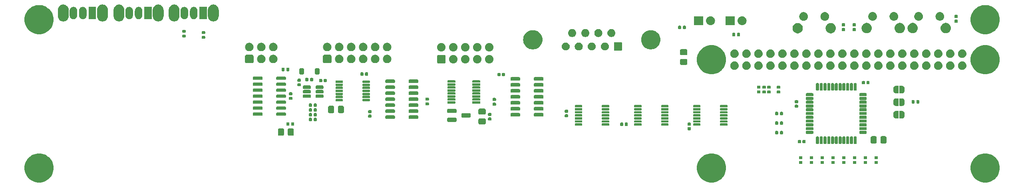
<source format=gbr>
%TF.GenerationSoftware,KiCad,Pcbnew,8.0.6*%
%TF.CreationDate,2024-10-21T13:50:09+02:00*%
%TF.ProjectId,rgb-to-hdmi,7267622d-746f-42d6-9864-6d692e6b6963,0.01*%
%TF.SameCoordinates,Original*%
%TF.FileFunction,Soldermask,Top*%
%TF.FilePolarity,Negative*%
%FSLAX46Y46*%
G04 Gerber Fmt 4.6, Leading zero omitted, Abs format (unit mm)*
G04 Created by KiCad (PCBNEW 8.0.6) date 2024-10-21 13:50:09*
%MOMM*%
%LPD*%
G01*
G04 APERTURE LIST*
G04 APERTURE END LIST*
G36*
X-15833910Y-60788532D02*
G01*
X-15491185Y-60846763D01*
X-15157135Y-60943002D01*
X-14835960Y-61076037D01*
X-14531701Y-61244195D01*
X-14248182Y-61445362D01*
X-13988969Y-61677009D01*
X-13757322Y-61936222D01*
X-13556155Y-62219741D01*
X-13387997Y-62524000D01*
X-13254962Y-62845175D01*
X-13158723Y-63179225D01*
X-13100492Y-63521950D01*
X-13081000Y-63869040D01*
X-13100492Y-64216130D01*
X-13158723Y-64558855D01*
X-13254962Y-64892905D01*
X-13387997Y-65214080D01*
X-13556155Y-65518339D01*
X-13757322Y-65801858D01*
X-13988969Y-66061071D01*
X-14248182Y-66292718D01*
X-14531701Y-66493885D01*
X-14835960Y-66662043D01*
X-15157135Y-66795078D01*
X-15491185Y-66891317D01*
X-15833910Y-66949548D01*
X-16181000Y-66969040D01*
X-16528090Y-66949548D01*
X-16870815Y-66891317D01*
X-17204865Y-66795078D01*
X-17526040Y-66662043D01*
X-17830299Y-66493885D01*
X-18113818Y-66292718D01*
X-18373031Y-66061071D01*
X-18604678Y-65801858D01*
X-18805845Y-65518339D01*
X-18974003Y-65214080D01*
X-19107038Y-64892905D01*
X-19203277Y-64558855D01*
X-19261508Y-64216130D01*
X-19281000Y-63869040D01*
X-19261508Y-63521950D01*
X-19203277Y-63179225D01*
X-19107038Y-62845175D01*
X-18974003Y-62524000D01*
X-18805845Y-62219741D01*
X-18604678Y-61936222D01*
X-18373031Y-61677009D01*
X-18113818Y-61445362D01*
X-17830299Y-61244195D01*
X-17526040Y-61076037D01*
X-17204865Y-60943002D01*
X-16870815Y-60846763D01*
X-16528090Y-60788532D01*
X-16181000Y-60769040D01*
X-15833910Y-60788532D01*
G37*
G36*
X126666090Y-60788532D02*
G01*
X127008815Y-60846763D01*
X127342865Y-60943002D01*
X127664040Y-61076037D01*
X127968299Y-61244195D01*
X128251818Y-61445362D01*
X128511031Y-61677009D01*
X128742678Y-61936222D01*
X128943845Y-62219741D01*
X129112003Y-62524000D01*
X129245038Y-62845175D01*
X129341277Y-63179225D01*
X129399508Y-63521950D01*
X129419000Y-63869040D01*
X129399508Y-64216130D01*
X129341277Y-64558855D01*
X129245038Y-64892905D01*
X129112003Y-65214080D01*
X128943845Y-65518339D01*
X128742678Y-65801858D01*
X128511031Y-66061071D01*
X128251818Y-66292718D01*
X127968299Y-66493885D01*
X127664040Y-66662043D01*
X127342865Y-66795078D01*
X127008815Y-66891317D01*
X126666090Y-66949548D01*
X126319000Y-66969040D01*
X125971910Y-66949548D01*
X125629185Y-66891317D01*
X125295135Y-66795078D01*
X124973960Y-66662043D01*
X124669701Y-66493885D01*
X124386182Y-66292718D01*
X124126969Y-66061071D01*
X123895322Y-65801858D01*
X123694155Y-65518339D01*
X123525997Y-65214080D01*
X123392962Y-64892905D01*
X123296723Y-64558855D01*
X123238492Y-64216130D01*
X123219000Y-63869040D01*
X123238492Y-63521950D01*
X123296723Y-63179225D01*
X123392962Y-62845175D01*
X123525997Y-62524000D01*
X123694155Y-62219741D01*
X123895322Y-61936222D01*
X124126969Y-61677009D01*
X124386182Y-61445362D01*
X124669701Y-61244195D01*
X124973960Y-61076037D01*
X125295135Y-60943002D01*
X125629185Y-60846763D01*
X125971910Y-60788532D01*
X126319000Y-60769040D01*
X126666090Y-60788532D01*
G37*
G36*
X184666090Y-60788532D02*
G01*
X185008815Y-60846763D01*
X185342865Y-60943002D01*
X185664040Y-61076037D01*
X185968299Y-61244195D01*
X186251818Y-61445362D01*
X186511031Y-61677009D01*
X186742678Y-61936222D01*
X186943845Y-62219741D01*
X187112003Y-62524000D01*
X187245038Y-62845175D01*
X187341277Y-63179225D01*
X187399508Y-63521950D01*
X187419000Y-63869040D01*
X187399508Y-64216130D01*
X187341277Y-64558855D01*
X187245038Y-64892905D01*
X187112003Y-65214080D01*
X186943845Y-65518339D01*
X186742678Y-65801858D01*
X186511031Y-66061071D01*
X186251818Y-66292718D01*
X185968299Y-66493885D01*
X185664040Y-66662043D01*
X185342865Y-66795078D01*
X185008815Y-66891317D01*
X184666090Y-66949548D01*
X184319000Y-66969040D01*
X183971910Y-66949548D01*
X183629185Y-66891317D01*
X183295135Y-66795078D01*
X182973960Y-66662043D01*
X182669701Y-66493885D01*
X182386182Y-66292718D01*
X182126969Y-66061071D01*
X181895322Y-65801858D01*
X181694155Y-65518339D01*
X181525997Y-65214080D01*
X181392962Y-64892905D01*
X181296723Y-64558855D01*
X181238492Y-64216130D01*
X181219000Y-63869040D01*
X181238492Y-63521950D01*
X181296723Y-63179225D01*
X181392962Y-62845175D01*
X181525997Y-62524000D01*
X181694155Y-62219741D01*
X181895322Y-61936222D01*
X182126969Y-61677009D01*
X182386182Y-61445362D01*
X182669701Y-61244195D01*
X182973960Y-61076037D01*
X183295135Y-60943002D01*
X183629185Y-60846763D01*
X183971910Y-60788532D01*
X184319000Y-60769040D01*
X184666090Y-60788532D01*
G37*
G36*
X145472796Y-62410082D02*
G01*
X145532815Y-62450185D01*
X145572918Y-62510204D01*
X145587000Y-62581000D01*
X145587000Y-62851000D01*
X145572918Y-62921796D01*
X145532815Y-62981815D01*
X145472796Y-63021918D01*
X145402000Y-63036000D01*
X145032000Y-63036000D01*
X144961204Y-63021918D01*
X144901185Y-62981815D01*
X144861082Y-62921796D01*
X144847000Y-62851000D01*
X144847000Y-62581000D01*
X144861082Y-62510204D01*
X144901185Y-62450185D01*
X144961204Y-62410082D01*
X145032000Y-62396000D01*
X145402000Y-62396000D01*
X145472796Y-62410082D01*
G37*
G36*
X147758796Y-62410082D02*
G01*
X147818815Y-62450185D01*
X147858918Y-62510204D01*
X147873000Y-62581000D01*
X147873000Y-62851000D01*
X147858918Y-62921796D01*
X147818815Y-62981815D01*
X147758796Y-63021918D01*
X147688000Y-63036000D01*
X147318000Y-63036000D01*
X147247204Y-63021918D01*
X147187185Y-62981815D01*
X147147082Y-62921796D01*
X147133000Y-62851000D01*
X147133000Y-62581000D01*
X147147082Y-62510204D01*
X147187185Y-62450185D01*
X147247204Y-62410082D01*
X147318000Y-62396000D01*
X147688000Y-62396000D01*
X147758796Y-62410082D01*
G37*
G36*
X150044796Y-62410082D02*
G01*
X150104815Y-62450185D01*
X150144918Y-62510204D01*
X150159000Y-62581000D01*
X150159000Y-62851000D01*
X150144918Y-62921796D01*
X150104815Y-62981815D01*
X150044796Y-63021918D01*
X149974000Y-63036000D01*
X149604000Y-63036000D01*
X149533204Y-63021918D01*
X149473185Y-62981815D01*
X149433082Y-62921796D01*
X149419000Y-62851000D01*
X149419000Y-62581000D01*
X149433082Y-62510204D01*
X149473185Y-62450185D01*
X149533204Y-62410082D01*
X149604000Y-62396000D01*
X149974000Y-62396000D01*
X150044796Y-62410082D01*
G37*
G36*
X152330796Y-62410082D02*
G01*
X152390815Y-62450185D01*
X152430918Y-62510204D01*
X152445000Y-62581000D01*
X152445000Y-62851000D01*
X152430918Y-62921796D01*
X152390815Y-62981815D01*
X152330796Y-63021918D01*
X152260000Y-63036000D01*
X151890000Y-63036000D01*
X151819204Y-63021918D01*
X151759185Y-62981815D01*
X151719082Y-62921796D01*
X151705000Y-62851000D01*
X151705000Y-62581000D01*
X151719082Y-62510204D01*
X151759185Y-62450185D01*
X151819204Y-62410082D01*
X151890000Y-62396000D01*
X152260000Y-62396000D01*
X152330796Y-62410082D01*
G37*
G36*
X154616796Y-62410082D02*
G01*
X154676815Y-62450185D01*
X154716918Y-62510204D01*
X154731000Y-62581000D01*
X154731000Y-62851000D01*
X154716918Y-62921796D01*
X154676815Y-62981815D01*
X154616796Y-63021918D01*
X154546000Y-63036000D01*
X154176000Y-63036000D01*
X154105204Y-63021918D01*
X154045185Y-62981815D01*
X154005082Y-62921796D01*
X153991000Y-62851000D01*
X153991000Y-62581000D01*
X154005082Y-62510204D01*
X154045185Y-62450185D01*
X154105204Y-62410082D01*
X154176000Y-62396000D01*
X154546000Y-62396000D01*
X154616796Y-62410082D01*
G37*
G36*
X156902796Y-62410082D02*
G01*
X156962815Y-62450185D01*
X157002918Y-62510204D01*
X157017000Y-62581000D01*
X157017000Y-62851000D01*
X157002918Y-62921796D01*
X156962815Y-62981815D01*
X156902796Y-63021918D01*
X156832000Y-63036000D01*
X156462000Y-63036000D01*
X156391204Y-63021918D01*
X156331185Y-62981815D01*
X156291082Y-62921796D01*
X156277000Y-62851000D01*
X156277000Y-62581000D01*
X156291082Y-62510204D01*
X156331185Y-62450185D01*
X156391204Y-62410082D01*
X156462000Y-62396000D01*
X156832000Y-62396000D01*
X156902796Y-62410082D01*
G37*
G36*
X159188796Y-62410082D02*
G01*
X159248815Y-62450185D01*
X159288918Y-62510204D01*
X159303000Y-62581000D01*
X159303000Y-62851000D01*
X159288918Y-62921796D01*
X159248815Y-62981815D01*
X159188796Y-63021918D01*
X159118000Y-63036000D01*
X158748000Y-63036000D01*
X158677204Y-63021918D01*
X158617185Y-62981815D01*
X158577082Y-62921796D01*
X158563000Y-62851000D01*
X158563000Y-62581000D01*
X158577082Y-62510204D01*
X158617185Y-62450185D01*
X158677204Y-62410082D01*
X158748000Y-62396000D01*
X159118000Y-62396000D01*
X159188796Y-62410082D01*
G37*
G36*
X161474796Y-62410082D02*
G01*
X161534815Y-62450185D01*
X161574918Y-62510204D01*
X161589000Y-62581000D01*
X161589000Y-62851000D01*
X161574918Y-62921796D01*
X161534815Y-62981815D01*
X161474796Y-63021918D01*
X161404000Y-63036000D01*
X161034000Y-63036000D01*
X160963204Y-63021918D01*
X160903185Y-62981815D01*
X160863082Y-62921796D01*
X160849000Y-62851000D01*
X160849000Y-62581000D01*
X160863082Y-62510204D01*
X160903185Y-62450185D01*
X160963204Y-62410082D01*
X161034000Y-62396000D01*
X161404000Y-62396000D01*
X161474796Y-62410082D01*
G37*
G36*
X145472796Y-61390082D02*
G01*
X145532815Y-61430185D01*
X145572918Y-61490204D01*
X145587000Y-61561000D01*
X145587000Y-61831000D01*
X145572918Y-61901796D01*
X145532815Y-61961815D01*
X145472796Y-62001918D01*
X145402000Y-62016000D01*
X145032000Y-62016000D01*
X144961204Y-62001918D01*
X144901185Y-61961815D01*
X144861082Y-61901796D01*
X144847000Y-61831000D01*
X144847000Y-61561000D01*
X144861082Y-61490204D01*
X144901185Y-61430185D01*
X144961204Y-61390082D01*
X145032000Y-61376000D01*
X145402000Y-61376000D01*
X145472796Y-61390082D01*
G37*
G36*
X147758796Y-61390082D02*
G01*
X147818815Y-61430185D01*
X147858918Y-61490204D01*
X147873000Y-61561000D01*
X147873000Y-61831000D01*
X147858918Y-61901796D01*
X147818815Y-61961815D01*
X147758796Y-62001918D01*
X147688000Y-62016000D01*
X147318000Y-62016000D01*
X147247204Y-62001918D01*
X147187185Y-61961815D01*
X147147082Y-61901796D01*
X147133000Y-61831000D01*
X147133000Y-61561000D01*
X147147082Y-61490204D01*
X147187185Y-61430185D01*
X147247204Y-61390082D01*
X147318000Y-61376000D01*
X147688000Y-61376000D01*
X147758796Y-61390082D01*
G37*
G36*
X150044796Y-61390082D02*
G01*
X150104815Y-61430185D01*
X150144918Y-61490204D01*
X150159000Y-61561000D01*
X150159000Y-61831000D01*
X150144918Y-61901796D01*
X150104815Y-61961815D01*
X150044796Y-62001918D01*
X149974000Y-62016000D01*
X149604000Y-62016000D01*
X149533204Y-62001918D01*
X149473185Y-61961815D01*
X149433082Y-61901796D01*
X149419000Y-61831000D01*
X149419000Y-61561000D01*
X149433082Y-61490204D01*
X149473185Y-61430185D01*
X149533204Y-61390082D01*
X149604000Y-61376000D01*
X149974000Y-61376000D01*
X150044796Y-61390082D01*
G37*
G36*
X152330796Y-61390082D02*
G01*
X152390815Y-61430185D01*
X152430918Y-61490204D01*
X152445000Y-61561000D01*
X152445000Y-61831000D01*
X152430918Y-61901796D01*
X152390815Y-61961815D01*
X152330796Y-62001918D01*
X152260000Y-62016000D01*
X151890000Y-62016000D01*
X151819204Y-62001918D01*
X151759185Y-61961815D01*
X151719082Y-61901796D01*
X151705000Y-61831000D01*
X151705000Y-61561000D01*
X151719082Y-61490204D01*
X151759185Y-61430185D01*
X151819204Y-61390082D01*
X151890000Y-61376000D01*
X152260000Y-61376000D01*
X152330796Y-61390082D01*
G37*
G36*
X154616796Y-61390082D02*
G01*
X154676815Y-61430185D01*
X154716918Y-61490204D01*
X154731000Y-61561000D01*
X154731000Y-61831000D01*
X154716918Y-61901796D01*
X154676815Y-61961815D01*
X154616796Y-62001918D01*
X154546000Y-62016000D01*
X154176000Y-62016000D01*
X154105204Y-62001918D01*
X154045185Y-61961815D01*
X154005082Y-61901796D01*
X153991000Y-61831000D01*
X153991000Y-61561000D01*
X154005082Y-61490204D01*
X154045185Y-61430185D01*
X154105204Y-61390082D01*
X154176000Y-61376000D01*
X154546000Y-61376000D01*
X154616796Y-61390082D01*
G37*
G36*
X156902796Y-61390082D02*
G01*
X156962815Y-61430185D01*
X157002918Y-61490204D01*
X157017000Y-61561000D01*
X157017000Y-61831000D01*
X157002918Y-61901796D01*
X156962815Y-61961815D01*
X156902796Y-62001918D01*
X156832000Y-62016000D01*
X156462000Y-62016000D01*
X156391204Y-62001918D01*
X156331185Y-61961815D01*
X156291082Y-61901796D01*
X156277000Y-61831000D01*
X156277000Y-61561000D01*
X156291082Y-61490204D01*
X156331185Y-61430185D01*
X156391204Y-61390082D01*
X156462000Y-61376000D01*
X156832000Y-61376000D01*
X156902796Y-61390082D01*
G37*
G36*
X159188796Y-61390082D02*
G01*
X159248815Y-61430185D01*
X159288918Y-61490204D01*
X159303000Y-61561000D01*
X159303000Y-61831000D01*
X159288918Y-61901796D01*
X159248815Y-61961815D01*
X159188796Y-62001918D01*
X159118000Y-62016000D01*
X158748000Y-62016000D01*
X158677204Y-62001918D01*
X158617185Y-61961815D01*
X158577082Y-61901796D01*
X158563000Y-61831000D01*
X158563000Y-61561000D01*
X158577082Y-61490204D01*
X158617185Y-61430185D01*
X158677204Y-61390082D01*
X158748000Y-61376000D01*
X159118000Y-61376000D01*
X159188796Y-61390082D01*
G37*
G36*
X161474796Y-61390082D02*
G01*
X161534815Y-61430185D01*
X161574918Y-61490204D01*
X161589000Y-61561000D01*
X161589000Y-61831000D01*
X161574918Y-61901796D01*
X161534815Y-61961815D01*
X161474796Y-62001918D01*
X161404000Y-62016000D01*
X161034000Y-62016000D01*
X160963204Y-62001918D01*
X160903185Y-61961815D01*
X160863082Y-61901796D01*
X160849000Y-61831000D01*
X160849000Y-61561000D01*
X160863082Y-61490204D01*
X160903185Y-61430185D01*
X160963204Y-61390082D01*
X161034000Y-61376000D01*
X161404000Y-61376000D01*
X161474796Y-61390082D01*
G37*
G36*
X148990253Y-57189273D02*
G01*
X149051083Y-57229917D01*
X149091727Y-57290747D01*
X149106000Y-57362500D01*
X149106000Y-58562500D01*
X149091727Y-58634253D01*
X149051083Y-58695083D01*
X148990253Y-58735727D01*
X148918500Y-58750000D01*
X148643500Y-58750000D01*
X148571747Y-58735727D01*
X148510917Y-58695083D01*
X148470273Y-58634253D01*
X148456000Y-58562500D01*
X148456000Y-57362500D01*
X148470273Y-57290747D01*
X148510917Y-57229917D01*
X148571747Y-57189273D01*
X148643500Y-57175000D01*
X148918500Y-57175000D01*
X148990253Y-57189273D01*
G37*
G36*
X149790253Y-57189273D02*
G01*
X149851083Y-57229917D01*
X149891727Y-57290747D01*
X149906000Y-57362500D01*
X149906000Y-58562500D01*
X149891727Y-58634253D01*
X149851083Y-58695083D01*
X149790253Y-58735727D01*
X149718500Y-58750000D01*
X149443500Y-58750000D01*
X149371747Y-58735727D01*
X149310917Y-58695083D01*
X149270273Y-58634253D01*
X149256000Y-58562500D01*
X149256000Y-57362500D01*
X149270273Y-57290747D01*
X149310917Y-57229917D01*
X149371747Y-57189273D01*
X149443500Y-57175000D01*
X149718500Y-57175000D01*
X149790253Y-57189273D01*
G37*
G36*
X150590253Y-57189273D02*
G01*
X150651083Y-57229917D01*
X150691727Y-57290747D01*
X150706000Y-57362500D01*
X150706000Y-58562500D01*
X150691727Y-58634253D01*
X150651083Y-58695083D01*
X150590253Y-58735727D01*
X150518500Y-58750000D01*
X150243500Y-58750000D01*
X150171747Y-58735727D01*
X150110917Y-58695083D01*
X150070273Y-58634253D01*
X150056000Y-58562500D01*
X150056000Y-57362500D01*
X150070273Y-57290747D01*
X150110917Y-57229917D01*
X150171747Y-57189273D01*
X150243500Y-57175000D01*
X150518500Y-57175000D01*
X150590253Y-57189273D01*
G37*
G36*
X151390253Y-57189273D02*
G01*
X151451083Y-57229917D01*
X151491727Y-57290747D01*
X151506000Y-57362500D01*
X151506000Y-58562500D01*
X151491727Y-58634253D01*
X151451083Y-58695083D01*
X151390253Y-58735727D01*
X151318500Y-58750000D01*
X151043500Y-58750000D01*
X150971747Y-58735727D01*
X150910917Y-58695083D01*
X150870273Y-58634253D01*
X150856000Y-58562500D01*
X150856000Y-57362500D01*
X150870273Y-57290747D01*
X150910917Y-57229917D01*
X150971747Y-57189273D01*
X151043500Y-57175000D01*
X151318500Y-57175000D01*
X151390253Y-57189273D01*
G37*
G36*
X152190253Y-57189273D02*
G01*
X152251083Y-57229917D01*
X152291727Y-57290747D01*
X152306000Y-57362500D01*
X152306000Y-58562500D01*
X152291727Y-58634253D01*
X152251083Y-58695083D01*
X152190253Y-58735727D01*
X152118500Y-58750000D01*
X151843500Y-58750000D01*
X151771747Y-58735727D01*
X151710917Y-58695083D01*
X151670273Y-58634253D01*
X151656000Y-58562500D01*
X151656000Y-57362500D01*
X151670273Y-57290747D01*
X151710917Y-57229917D01*
X151771747Y-57189273D01*
X151843500Y-57175000D01*
X152118500Y-57175000D01*
X152190253Y-57189273D01*
G37*
G36*
X152990253Y-57189273D02*
G01*
X153051083Y-57229917D01*
X153091727Y-57290747D01*
X153106000Y-57362500D01*
X153106000Y-58562500D01*
X153091727Y-58634253D01*
X153051083Y-58695083D01*
X152990253Y-58735727D01*
X152918500Y-58750000D01*
X152643500Y-58750000D01*
X152571747Y-58735727D01*
X152510917Y-58695083D01*
X152470273Y-58634253D01*
X152456000Y-58562500D01*
X152456000Y-57362500D01*
X152470273Y-57290747D01*
X152510917Y-57229917D01*
X152571747Y-57189273D01*
X152643500Y-57175000D01*
X152918500Y-57175000D01*
X152990253Y-57189273D01*
G37*
G36*
X153790253Y-57189273D02*
G01*
X153851083Y-57229917D01*
X153891727Y-57290747D01*
X153906000Y-57362500D01*
X153906000Y-58562500D01*
X153891727Y-58634253D01*
X153851083Y-58695083D01*
X153790253Y-58735727D01*
X153718500Y-58750000D01*
X153443500Y-58750000D01*
X153371747Y-58735727D01*
X153310917Y-58695083D01*
X153270273Y-58634253D01*
X153256000Y-58562500D01*
X153256000Y-57362500D01*
X153270273Y-57290747D01*
X153310917Y-57229917D01*
X153371747Y-57189273D01*
X153443500Y-57175000D01*
X153718500Y-57175000D01*
X153790253Y-57189273D01*
G37*
G36*
X154590253Y-57189273D02*
G01*
X154651083Y-57229917D01*
X154691727Y-57290747D01*
X154706000Y-57362500D01*
X154706000Y-58562500D01*
X154691727Y-58634253D01*
X154651083Y-58695083D01*
X154590253Y-58735727D01*
X154518500Y-58750000D01*
X154243500Y-58750000D01*
X154171747Y-58735727D01*
X154110917Y-58695083D01*
X154070273Y-58634253D01*
X154056000Y-58562500D01*
X154056000Y-57362500D01*
X154070273Y-57290747D01*
X154110917Y-57229917D01*
X154171747Y-57189273D01*
X154243500Y-57175000D01*
X154518500Y-57175000D01*
X154590253Y-57189273D01*
G37*
G36*
X155390253Y-57189273D02*
G01*
X155451083Y-57229917D01*
X155491727Y-57290747D01*
X155506000Y-57362500D01*
X155506000Y-58562500D01*
X155491727Y-58634253D01*
X155451083Y-58695083D01*
X155390253Y-58735727D01*
X155318500Y-58750000D01*
X155043500Y-58750000D01*
X154971747Y-58735727D01*
X154910917Y-58695083D01*
X154870273Y-58634253D01*
X154856000Y-58562500D01*
X154856000Y-57362500D01*
X154870273Y-57290747D01*
X154910917Y-57229917D01*
X154971747Y-57189273D01*
X155043500Y-57175000D01*
X155318500Y-57175000D01*
X155390253Y-57189273D01*
G37*
G36*
X156190253Y-57189273D02*
G01*
X156251083Y-57229917D01*
X156291727Y-57290747D01*
X156306000Y-57362500D01*
X156306000Y-58562500D01*
X156291727Y-58634253D01*
X156251083Y-58695083D01*
X156190253Y-58735727D01*
X156118500Y-58750000D01*
X155843500Y-58750000D01*
X155771747Y-58735727D01*
X155710917Y-58695083D01*
X155670273Y-58634253D01*
X155656000Y-58562500D01*
X155656000Y-57362500D01*
X155670273Y-57290747D01*
X155710917Y-57229917D01*
X155771747Y-57189273D01*
X155843500Y-57175000D01*
X156118500Y-57175000D01*
X156190253Y-57189273D01*
G37*
G36*
X156990253Y-57189273D02*
G01*
X157051083Y-57229917D01*
X157091727Y-57290747D01*
X157106000Y-57362500D01*
X157106000Y-58562500D01*
X157091727Y-58634253D01*
X157051083Y-58695083D01*
X156990253Y-58735727D01*
X156918500Y-58750000D01*
X156643500Y-58750000D01*
X156571747Y-58735727D01*
X156510917Y-58695083D01*
X156470273Y-58634253D01*
X156456000Y-58562500D01*
X156456000Y-57362500D01*
X156470273Y-57290747D01*
X156510917Y-57229917D01*
X156571747Y-57189273D01*
X156643500Y-57175000D01*
X156918500Y-57175000D01*
X156990253Y-57189273D01*
G37*
G36*
X161095685Y-57120969D02*
G01*
X161104358Y-57124798D01*
X161111925Y-57125901D01*
X161159223Y-57149023D01*
X161196541Y-57165501D01*
X161199996Y-57168956D01*
X161200920Y-57169408D01*
X161270591Y-57239079D01*
X161271042Y-57240002D01*
X161274499Y-57243459D01*
X161290978Y-57280782D01*
X161314098Y-57328073D01*
X161315200Y-57335639D01*
X161319031Y-57344315D01*
X161327000Y-57413000D01*
X161327000Y-58363000D01*
X161319031Y-58431685D01*
X161315199Y-58440361D01*
X161314098Y-58447925D01*
X161290985Y-58495202D01*
X161274499Y-58532541D01*
X161271041Y-58535998D01*
X161270591Y-58536920D01*
X161200920Y-58606591D01*
X161199998Y-58607041D01*
X161196541Y-58610499D01*
X161159207Y-58626983D01*
X161111926Y-58650098D01*
X161104361Y-58651200D01*
X161095685Y-58655031D01*
X161027000Y-58663000D01*
X160352000Y-58663000D01*
X160283315Y-58655031D01*
X160274638Y-58651200D01*
X160267074Y-58650098D01*
X160219787Y-58626981D01*
X160182459Y-58610499D01*
X160179002Y-58607042D01*
X160178079Y-58606591D01*
X160108408Y-58536920D01*
X160107956Y-58535996D01*
X160104501Y-58532541D01*
X160088025Y-58495228D01*
X160064901Y-58447926D01*
X160063798Y-58440357D01*
X160059969Y-58431685D01*
X160052000Y-58363000D01*
X160052000Y-57413000D01*
X160059969Y-57344315D01*
X160063798Y-57335642D01*
X160064901Y-57328074D01*
X160088028Y-57280766D01*
X160104501Y-57243459D01*
X160107955Y-57240004D01*
X160108408Y-57239079D01*
X160178079Y-57169408D01*
X160179004Y-57168955D01*
X160182459Y-57165501D01*
X160219761Y-57149030D01*
X160267073Y-57125901D01*
X160274642Y-57124798D01*
X160283315Y-57120969D01*
X160352000Y-57113000D01*
X161027000Y-57113000D01*
X161095685Y-57120969D01*
G37*
G36*
X163170685Y-57120969D02*
G01*
X163179358Y-57124798D01*
X163186925Y-57125901D01*
X163234223Y-57149023D01*
X163271541Y-57165501D01*
X163274996Y-57168956D01*
X163275920Y-57169408D01*
X163345591Y-57239079D01*
X163346042Y-57240002D01*
X163349499Y-57243459D01*
X163365978Y-57280782D01*
X163389098Y-57328073D01*
X163390200Y-57335639D01*
X163394031Y-57344315D01*
X163402000Y-57413000D01*
X163402000Y-58363000D01*
X163394031Y-58431685D01*
X163390199Y-58440361D01*
X163389098Y-58447925D01*
X163365985Y-58495202D01*
X163349499Y-58532541D01*
X163346041Y-58535998D01*
X163345591Y-58536920D01*
X163275920Y-58606591D01*
X163274998Y-58607041D01*
X163271541Y-58610499D01*
X163234207Y-58626983D01*
X163186926Y-58650098D01*
X163179361Y-58651200D01*
X163170685Y-58655031D01*
X163102000Y-58663000D01*
X162427000Y-58663000D01*
X162358315Y-58655031D01*
X162349638Y-58651200D01*
X162342074Y-58650098D01*
X162294787Y-58626981D01*
X162257459Y-58610499D01*
X162254002Y-58607042D01*
X162253079Y-58606591D01*
X162183408Y-58536920D01*
X162182956Y-58535996D01*
X162179501Y-58532541D01*
X162163025Y-58495228D01*
X162139901Y-58447926D01*
X162138798Y-58440357D01*
X162134969Y-58431685D01*
X162127000Y-58363000D01*
X162127000Y-57413000D01*
X162134969Y-57344315D01*
X162138798Y-57335642D01*
X162139901Y-57328074D01*
X162163028Y-57280766D01*
X162179501Y-57243459D01*
X162182955Y-57240004D01*
X162183408Y-57239079D01*
X162253079Y-57169408D01*
X162254004Y-57168955D01*
X162257459Y-57165501D01*
X162294761Y-57149030D01*
X162342073Y-57125901D01*
X162349642Y-57124798D01*
X162358315Y-57120969D01*
X162427000Y-57113000D01*
X163102000Y-57113000D01*
X163170685Y-57120969D01*
G37*
G36*
X145182210Y-57923463D02*
G01*
X145243850Y-57964650D01*
X145285037Y-58026290D01*
X145299500Y-58099000D01*
X145299500Y-58439000D01*
X145285037Y-58511710D01*
X145243850Y-58573350D01*
X145182210Y-58614537D01*
X145109500Y-58629000D01*
X144829500Y-58629000D01*
X144756790Y-58614537D01*
X144695150Y-58573350D01*
X144653963Y-58511710D01*
X144639500Y-58439000D01*
X144639500Y-58099000D01*
X144653963Y-58026290D01*
X144695150Y-57964650D01*
X144756790Y-57923463D01*
X144829500Y-57909000D01*
X145109500Y-57909000D01*
X145182210Y-57923463D01*
G37*
G36*
X146142210Y-57923463D02*
G01*
X146203850Y-57964650D01*
X146245037Y-58026290D01*
X146259500Y-58099000D01*
X146259500Y-58439000D01*
X146245037Y-58511710D01*
X146203850Y-58573350D01*
X146142210Y-58614537D01*
X146069500Y-58629000D01*
X145789500Y-58629000D01*
X145716790Y-58614537D01*
X145655150Y-58573350D01*
X145613963Y-58511710D01*
X145599500Y-58439000D01*
X145599500Y-58099000D01*
X145613963Y-58026290D01*
X145655150Y-57964650D01*
X145716790Y-57923463D01*
X145789500Y-57909000D01*
X146069500Y-57909000D01*
X146142210Y-57923463D01*
G37*
G36*
X35492685Y-55469969D02*
G01*
X35501358Y-55473798D01*
X35508925Y-55474901D01*
X35556223Y-55498023D01*
X35593541Y-55514501D01*
X35596996Y-55517956D01*
X35597920Y-55518408D01*
X35667591Y-55588079D01*
X35668042Y-55589002D01*
X35671499Y-55592459D01*
X35687978Y-55629782D01*
X35711098Y-55677073D01*
X35712200Y-55684639D01*
X35716031Y-55693315D01*
X35724000Y-55762000D01*
X35724000Y-56712000D01*
X35716031Y-56780685D01*
X35712199Y-56789361D01*
X35711098Y-56796925D01*
X35687985Y-56844202D01*
X35671499Y-56881541D01*
X35668041Y-56884998D01*
X35667591Y-56885920D01*
X35597920Y-56955591D01*
X35596998Y-56956041D01*
X35593541Y-56959499D01*
X35556207Y-56975983D01*
X35508926Y-56999098D01*
X35501361Y-57000200D01*
X35492685Y-57004031D01*
X35424000Y-57012000D01*
X34749000Y-57012000D01*
X34680315Y-57004031D01*
X34671638Y-57000200D01*
X34664074Y-56999098D01*
X34616787Y-56975981D01*
X34579459Y-56959499D01*
X34576002Y-56956042D01*
X34575079Y-56955591D01*
X34505408Y-56885920D01*
X34504956Y-56884996D01*
X34501501Y-56881541D01*
X34485025Y-56844228D01*
X34461901Y-56796926D01*
X34460798Y-56789357D01*
X34456969Y-56780685D01*
X34449000Y-56712000D01*
X34449000Y-55762000D01*
X34456969Y-55693315D01*
X34460798Y-55684642D01*
X34461901Y-55677074D01*
X34485028Y-55629766D01*
X34501501Y-55592459D01*
X34504955Y-55589004D01*
X34505408Y-55588079D01*
X34575079Y-55518408D01*
X34576004Y-55517955D01*
X34579459Y-55514501D01*
X34616761Y-55498030D01*
X34664073Y-55474901D01*
X34671642Y-55473798D01*
X34680315Y-55469969D01*
X34749000Y-55462000D01*
X35424000Y-55462000D01*
X35492685Y-55469969D01*
G37*
G36*
X37567685Y-55469969D02*
G01*
X37576358Y-55473798D01*
X37583925Y-55474901D01*
X37631223Y-55498023D01*
X37668541Y-55514501D01*
X37671996Y-55517956D01*
X37672920Y-55518408D01*
X37742591Y-55588079D01*
X37743042Y-55589002D01*
X37746499Y-55592459D01*
X37762978Y-55629782D01*
X37786098Y-55677073D01*
X37787200Y-55684639D01*
X37791031Y-55693315D01*
X37799000Y-55762000D01*
X37799000Y-56712000D01*
X37791031Y-56780685D01*
X37787199Y-56789361D01*
X37786098Y-56796925D01*
X37762985Y-56844202D01*
X37746499Y-56881541D01*
X37743041Y-56884998D01*
X37742591Y-56885920D01*
X37672920Y-56955591D01*
X37671998Y-56956041D01*
X37668541Y-56959499D01*
X37631207Y-56975983D01*
X37583926Y-56999098D01*
X37576361Y-57000200D01*
X37567685Y-57004031D01*
X37499000Y-57012000D01*
X36824000Y-57012000D01*
X36755315Y-57004031D01*
X36746638Y-57000200D01*
X36739074Y-56999098D01*
X36691787Y-56975981D01*
X36654459Y-56959499D01*
X36651002Y-56956042D01*
X36650079Y-56955591D01*
X36580408Y-56885920D01*
X36579956Y-56884996D01*
X36576501Y-56881541D01*
X36560025Y-56844228D01*
X36536901Y-56796926D01*
X36535798Y-56789357D01*
X36531969Y-56780685D01*
X36524000Y-56712000D01*
X36524000Y-55762000D01*
X36531969Y-55693315D01*
X36535798Y-55684642D01*
X36536901Y-55677074D01*
X36560028Y-55629766D01*
X36576501Y-55592459D01*
X36579955Y-55589004D01*
X36580408Y-55588079D01*
X36650079Y-55518408D01*
X36651004Y-55517955D01*
X36654459Y-55514501D01*
X36691761Y-55498030D01*
X36739073Y-55474901D01*
X36746642Y-55473798D01*
X36755315Y-55469969D01*
X36824000Y-55462000D01*
X37499000Y-55462000D01*
X37567685Y-55469969D01*
G37*
G36*
X140340796Y-56008082D02*
G01*
X140400815Y-56048185D01*
X140440918Y-56108204D01*
X140455000Y-56179000D01*
X140455000Y-56549000D01*
X140440918Y-56619796D01*
X140400815Y-56679815D01*
X140340796Y-56719918D01*
X140270000Y-56734000D01*
X140000000Y-56734000D01*
X139929204Y-56719918D01*
X139869185Y-56679815D01*
X139829082Y-56619796D01*
X139815000Y-56549000D01*
X139815000Y-56179000D01*
X139829082Y-56108204D01*
X139869185Y-56048185D01*
X139929204Y-56008082D01*
X140000000Y-55994000D01*
X140270000Y-55994000D01*
X140340796Y-56008082D01*
G37*
G36*
X141360796Y-56008082D02*
G01*
X141420815Y-56048185D01*
X141460918Y-56108204D01*
X141475000Y-56179000D01*
X141475000Y-56549000D01*
X141460918Y-56619796D01*
X141420815Y-56679815D01*
X141360796Y-56719918D01*
X141290000Y-56734000D01*
X141020000Y-56734000D01*
X140949204Y-56719918D01*
X140889185Y-56679815D01*
X140849082Y-56619796D01*
X140835000Y-56549000D01*
X140835000Y-56179000D01*
X140849082Y-56108204D01*
X140889185Y-56048185D01*
X140949204Y-56008082D01*
X141020000Y-55994000D01*
X141290000Y-55994000D01*
X141360796Y-56008082D01*
G37*
G36*
X147790253Y-55989273D02*
G01*
X147851083Y-56029917D01*
X147891727Y-56090747D01*
X147906000Y-56162500D01*
X147906000Y-56437500D01*
X147891727Y-56509253D01*
X147851083Y-56570083D01*
X147790253Y-56610727D01*
X147718500Y-56625000D01*
X146518500Y-56625000D01*
X146446747Y-56610727D01*
X146385917Y-56570083D01*
X146345273Y-56509253D01*
X146331000Y-56437500D01*
X146331000Y-56162500D01*
X146345273Y-56090747D01*
X146385917Y-56029917D01*
X146446747Y-55989273D01*
X146518500Y-55975000D01*
X147718500Y-55975000D01*
X147790253Y-55989273D01*
G37*
G36*
X159115253Y-55989273D02*
G01*
X159176083Y-56029917D01*
X159216727Y-56090747D01*
X159231000Y-56162500D01*
X159231000Y-56437500D01*
X159216727Y-56509253D01*
X159176083Y-56570083D01*
X159115253Y-56610727D01*
X159043500Y-56625000D01*
X157843500Y-56625000D01*
X157771747Y-56610727D01*
X157710917Y-56570083D01*
X157670273Y-56509253D01*
X157656000Y-56437500D01*
X157656000Y-56162500D01*
X157670273Y-56090747D01*
X157710917Y-56029917D01*
X157771747Y-55989273D01*
X157843500Y-55975000D01*
X159043500Y-55975000D01*
X159115253Y-55989273D01*
G37*
G36*
X121837710Y-55207663D02*
G01*
X121899350Y-55248850D01*
X121940537Y-55310490D01*
X121955000Y-55383200D01*
X121955000Y-55663200D01*
X121940537Y-55735910D01*
X121899350Y-55797550D01*
X121837710Y-55838737D01*
X121765000Y-55853200D01*
X121425000Y-55853200D01*
X121352290Y-55838737D01*
X121290650Y-55797550D01*
X121249463Y-55735910D01*
X121235000Y-55663200D01*
X121235000Y-55383200D01*
X121249463Y-55310490D01*
X121290650Y-55248850D01*
X121352290Y-55207663D01*
X121425000Y-55193200D01*
X121765000Y-55193200D01*
X121837710Y-55207663D01*
G37*
G36*
X147790253Y-55189273D02*
G01*
X147851083Y-55229917D01*
X147891727Y-55290747D01*
X147906000Y-55362500D01*
X147906000Y-55637500D01*
X147891727Y-55709253D01*
X147851083Y-55770083D01*
X147790253Y-55810727D01*
X147718500Y-55825000D01*
X146518500Y-55825000D01*
X146446747Y-55810727D01*
X146385917Y-55770083D01*
X146345273Y-55709253D01*
X146331000Y-55637500D01*
X146331000Y-55362500D01*
X146345273Y-55290747D01*
X146385917Y-55229917D01*
X146446747Y-55189273D01*
X146518500Y-55175000D01*
X147718500Y-55175000D01*
X147790253Y-55189273D01*
G37*
G36*
X159115253Y-55189273D02*
G01*
X159176083Y-55229917D01*
X159216727Y-55290747D01*
X159231000Y-55362500D01*
X159231000Y-55637500D01*
X159216727Y-55709253D01*
X159176083Y-55770083D01*
X159115253Y-55810727D01*
X159043500Y-55825000D01*
X157843500Y-55825000D01*
X157771747Y-55810727D01*
X157710917Y-55770083D01*
X157670273Y-55709253D01*
X157656000Y-55637500D01*
X157656000Y-55362500D01*
X157670273Y-55290747D01*
X157710917Y-55229917D01*
X157771747Y-55189273D01*
X157843500Y-55175000D01*
X159043500Y-55175000D01*
X159115253Y-55189273D01*
G37*
G36*
X147790253Y-54389273D02*
G01*
X147851083Y-54429917D01*
X147891727Y-54490747D01*
X147906000Y-54562500D01*
X147906000Y-54837500D01*
X147891727Y-54909253D01*
X147851083Y-54970083D01*
X147790253Y-55010727D01*
X147718500Y-55025000D01*
X146518500Y-55025000D01*
X146446747Y-55010727D01*
X146385917Y-54970083D01*
X146345273Y-54909253D01*
X146331000Y-54837500D01*
X146331000Y-54562500D01*
X146345273Y-54490747D01*
X146385917Y-54429917D01*
X146446747Y-54389273D01*
X146518500Y-54375000D01*
X147718500Y-54375000D01*
X147790253Y-54389273D01*
G37*
G36*
X159115253Y-54389273D02*
G01*
X159176083Y-54429917D01*
X159216727Y-54490747D01*
X159231000Y-54562500D01*
X159231000Y-54837500D01*
X159216727Y-54909253D01*
X159176083Y-54970083D01*
X159115253Y-55010727D01*
X159043500Y-55025000D01*
X157843500Y-55025000D01*
X157771747Y-55010727D01*
X157710917Y-54970083D01*
X157670273Y-54909253D01*
X157656000Y-54837500D01*
X157656000Y-54562500D01*
X157670273Y-54490747D01*
X157710917Y-54429917D01*
X157771747Y-54389273D01*
X157843500Y-54375000D01*
X159043500Y-54375000D01*
X159115253Y-54389273D01*
G37*
G36*
X107512710Y-54240463D02*
G01*
X107574350Y-54281650D01*
X107615537Y-54343290D01*
X107630000Y-54416000D01*
X107630000Y-54756000D01*
X107615537Y-54828710D01*
X107574350Y-54890350D01*
X107512710Y-54931537D01*
X107440000Y-54946000D01*
X107160000Y-54946000D01*
X107087290Y-54931537D01*
X107025650Y-54890350D01*
X106984463Y-54828710D01*
X106970000Y-54756000D01*
X106970000Y-54416000D01*
X106984463Y-54343290D01*
X107025650Y-54281650D01*
X107087290Y-54240463D01*
X107160000Y-54226000D01*
X107440000Y-54226000D01*
X107512710Y-54240463D01*
G37*
G36*
X108472710Y-54240463D02*
G01*
X108534350Y-54281650D01*
X108575537Y-54343290D01*
X108590000Y-54416000D01*
X108590000Y-54756000D01*
X108575537Y-54828710D01*
X108534350Y-54890350D01*
X108472710Y-54931537D01*
X108400000Y-54946000D01*
X108120000Y-54946000D01*
X108047290Y-54931537D01*
X107985650Y-54890350D01*
X107944463Y-54828710D01*
X107930000Y-54756000D01*
X107930000Y-54416000D01*
X107944463Y-54343290D01*
X107985650Y-54281650D01*
X108047290Y-54240463D01*
X108120000Y-54226000D01*
X108400000Y-54226000D01*
X108472710Y-54240463D01*
G37*
G36*
X36759596Y-54179282D02*
G01*
X36819615Y-54219385D01*
X36859718Y-54279404D01*
X36873800Y-54350200D01*
X36873800Y-54720200D01*
X36859718Y-54790996D01*
X36819615Y-54851015D01*
X36759596Y-54891118D01*
X36688800Y-54905200D01*
X36418800Y-54905200D01*
X36348004Y-54891118D01*
X36287985Y-54851015D01*
X36247882Y-54790996D01*
X36233800Y-54720200D01*
X36233800Y-54350200D01*
X36247882Y-54279404D01*
X36287985Y-54219385D01*
X36348004Y-54179282D01*
X36418800Y-54165200D01*
X36688800Y-54165200D01*
X36759596Y-54179282D01*
G37*
G36*
X37779596Y-54179282D02*
G01*
X37839615Y-54219385D01*
X37879718Y-54279404D01*
X37893800Y-54350200D01*
X37893800Y-54720200D01*
X37879718Y-54790996D01*
X37839615Y-54851015D01*
X37779596Y-54891118D01*
X37708800Y-54905200D01*
X37438800Y-54905200D01*
X37368004Y-54891118D01*
X37307985Y-54851015D01*
X37267882Y-54790996D01*
X37253800Y-54720200D01*
X37253800Y-54350200D01*
X37267882Y-54279404D01*
X37307985Y-54219385D01*
X37368004Y-54179282D01*
X37438800Y-54165200D01*
X37708800Y-54165200D01*
X37779596Y-54179282D01*
G37*
G36*
X121837710Y-54247663D02*
G01*
X121899350Y-54288850D01*
X121940537Y-54350490D01*
X121955000Y-54423200D01*
X121955000Y-54703200D01*
X121940537Y-54775910D01*
X121899350Y-54837550D01*
X121837710Y-54878737D01*
X121765000Y-54893200D01*
X121425000Y-54893200D01*
X121352290Y-54878737D01*
X121290650Y-54837550D01*
X121249463Y-54775910D01*
X121235000Y-54703200D01*
X121235000Y-54423200D01*
X121249463Y-54350490D01*
X121290650Y-54288850D01*
X121352290Y-54247663D01*
X121425000Y-54233200D01*
X121765000Y-54233200D01*
X121837710Y-54247663D01*
G37*
G36*
X98835703Y-54398218D02*
G01*
X98884366Y-54430734D01*
X98916882Y-54479397D01*
X98928300Y-54536800D01*
X98928300Y-54736800D01*
X98916882Y-54794203D01*
X98884366Y-54842866D01*
X98835703Y-54875382D01*
X98778300Y-54886800D01*
X97503300Y-54886800D01*
X97445897Y-54875382D01*
X97397234Y-54842866D01*
X97364718Y-54794203D01*
X97353300Y-54736800D01*
X97353300Y-54536800D01*
X97364718Y-54479397D01*
X97397234Y-54430734D01*
X97445897Y-54398218D01*
X97503300Y-54386800D01*
X98778300Y-54386800D01*
X98835703Y-54398218D01*
G37*
G36*
X104560703Y-54398218D02*
G01*
X104609366Y-54430734D01*
X104641882Y-54479397D01*
X104653300Y-54536800D01*
X104653300Y-54736800D01*
X104641882Y-54794203D01*
X104609366Y-54842866D01*
X104560703Y-54875382D01*
X104503300Y-54886800D01*
X103228300Y-54886800D01*
X103170897Y-54875382D01*
X103122234Y-54842866D01*
X103089718Y-54794203D01*
X103078300Y-54736800D01*
X103078300Y-54536800D01*
X103089718Y-54479397D01*
X103122234Y-54430734D01*
X103170897Y-54398218D01*
X103228300Y-54386800D01*
X104503300Y-54386800D01*
X104560703Y-54398218D01*
G37*
G36*
X111418703Y-54398218D02*
G01*
X111467366Y-54430734D01*
X111499882Y-54479397D01*
X111511300Y-54536800D01*
X111511300Y-54736800D01*
X111499882Y-54794203D01*
X111467366Y-54842866D01*
X111418703Y-54875382D01*
X111361300Y-54886800D01*
X110086300Y-54886800D01*
X110028897Y-54875382D01*
X109980234Y-54842866D01*
X109947718Y-54794203D01*
X109936300Y-54736800D01*
X109936300Y-54536800D01*
X109947718Y-54479397D01*
X109980234Y-54430734D01*
X110028897Y-54398218D01*
X110086300Y-54386800D01*
X111361300Y-54386800D01*
X111418703Y-54398218D01*
G37*
G36*
X117143703Y-54398218D02*
G01*
X117192366Y-54430734D01*
X117224882Y-54479397D01*
X117236300Y-54536800D01*
X117236300Y-54736800D01*
X117224882Y-54794203D01*
X117192366Y-54842866D01*
X117143703Y-54875382D01*
X117086300Y-54886800D01*
X115811300Y-54886800D01*
X115753897Y-54875382D01*
X115705234Y-54842866D01*
X115672718Y-54794203D01*
X115661300Y-54736800D01*
X115661300Y-54536800D01*
X115672718Y-54479397D01*
X115705234Y-54430734D01*
X115753897Y-54398218D01*
X115811300Y-54386800D01*
X117086300Y-54386800D01*
X117143703Y-54398218D01*
G37*
G36*
X123897803Y-54398218D02*
G01*
X123946466Y-54430734D01*
X123978982Y-54479397D01*
X123990400Y-54536800D01*
X123990400Y-54736800D01*
X123978982Y-54794203D01*
X123946466Y-54842866D01*
X123897803Y-54875382D01*
X123840400Y-54886800D01*
X122565400Y-54886800D01*
X122507997Y-54875382D01*
X122459334Y-54842866D01*
X122426818Y-54794203D01*
X122415400Y-54736800D01*
X122415400Y-54536800D01*
X122426818Y-54479397D01*
X122459334Y-54430734D01*
X122507997Y-54398218D01*
X122565400Y-54386800D01*
X123840400Y-54386800D01*
X123897803Y-54398218D01*
G37*
G36*
X129622803Y-54398218D02*
G01*
X129671466Y-54430734D01*
X129703982Y-54479397D01*
X129715400Y-54536800D01*
X129715400Y-54736800D01*
X129703982Y-54794203D01*
X129671466Y-54842866D01*
X129622803Y-54875382D01*
X129565400Y-54886800D01*
X128290400Y-54886800D01*
X128232997Y-54875382D01*
X128184334Y-54842866D01*
X128151818Y-54794203D01*
X128140400Y-54736800D01*
X128140400Y-54536800D01*
X128151818Y-54479397D01*
X128184334Y-54430734D01*
X128232997Y-54398218D01*
X128290400Y-54386800D01*
X129565400Y-54386800D01*
X129622803Y-54398218D01*
G37*
G36*
X140340796Y-53976082D02*
G01*
X140400815Y-54016185D01*
X140440918Y-54076204D01*
X140455000Y-54147000D01*
X140455000Y-54517000D01*
X140440918Y-54587796D01*
X140400815Y-54647815D01*
X140340796Y-54687918D01*
X140270000Y-54702000D01*
X140000000Y-54702000D01*
X139929204Y-54687918D01*
X139869185Y-54647815D01*
X139829082Y-54587796D01*
X139815000Y-54517000D01*
X139815000Y-54147000D01*
X139829082Y-54076204D01*
X139869185Y-54016185D01*
X139929204Y-53976082D01*
X140000000Y-53962000D01*
X140270000Y-53962000D01*
X140340796Y-53976082D01*
G37*
G36*
X141360796Y-53976082D02*
G01*
X141420815Y-54016185D01*
X141460918Y-54076204D01*
X141475000Y-54147000D01*
X141475000Y-54517000D01*
X141460918Y-54587796D01*
X141420815Y-54647815D01*
X141360796Y-54687918D01*
X141290000Y-54702000D01*
X141020000Y-54702000D01*
X140949204Y-54687918D01*
X140889185Y-54647815D01*
X140849082Y-54587796D01*
X140835000Y-54517000D01*
X140835000Y-54147000D01*
X140849082Y-54076204D01*
X140889185Y-54016185D01*
X140949204Y-53976082D01*
X141020000Y-53962000D01*
X141290000Y-53962000D01*
X141360796Y-53976082D01*
G37*
G36*
X78247485Y-53346869D02*
G01*
X78256158Y-53350698D01*
X78263725Y-53351801D01*
X78311023Y-53374923D01*
X78348341Y-53391401D01*
X78351796Y-53394856D01*
X78352720Y-53395308D01*
X78422391Y-53464979D01*
X78422842Y-53465902D01*
X78426299Y-53469359D01*
X78442778Y-53506682D01*
X78465898Y-53553973D01*
X78467000Y-53561539D01*
X78470831Y-53570215D01*
X78478800Y-53638900D01*
X78478800Y-54313900D01*
X78470831Y-54382585D01*
X78466999Y-54391261D01*
X78465898Y-54398825D01*
X78442785Y-54446102D01*
X78426299Y-54483441D01*
X78422841Y-54486898D01*
X78422391Y-54487820D01*
X78352720Y-54557491D01*
X78351798Y-54557941D01*
X78348341Y-54561399D01*
X78311007Y-54577883D01*
X78263726Y-54600998D01*
X78256161Y-54602100D01*
X78247485Y-54605931D01*
X78178800Y-54613900D01*
X77228800Y-54613900D01*
X77160115Y-54605931D01*
X77151438Y-54602100D01*
X77143874Y-54600998D01*
X77096587Y-54577881D01*
X77059259Y-54561399D01*
X77055802Y-54557942D01*
X77054879Y-54557491D01*
X76985208Y-54487820D01*
X76984756Y-54486896D01*
X76981301Y-54483441D01*
X76964825Y-54446128D01*
X76941701Y-54398826D01*
X76940598Y-54391257D01*
X76936769Y-54382585D01*
X76928800Y-54313900D01*
X76928800Y-53638900D01*
X76936769Y-53570215D01*
X76940598Y-53561542D01*
X76941701Y-53553974D01*
X76964828Y-53506666D01*
X76981301Y-53469359D01*
X76984755Y-53465904D01*
X76985208Y-53464979D01*
X77054879Y-53395308D01*
X77055804Y-53394855D01*
X77059259Y-53391401D01*
X77096561Y-53374930D01*
X77143873Y-53351801D01*
X77151442Y-53350698D01*
X77160115Y-53346869D01*
X77228800Y-53338900D01*
X78178800Y-53338900D01*
X78247485Y-53346869D01*
G37*
G36*
X98835703Y-53748218D02*
G01*
X98884366Y-53780734D01*
X98916882Y-53829397D01*
X98928300Y-53886800D01*
X98928300Y-54086800D01*
X98916882Y-54144203D01*
X98884366Y-54192866D01*
X98835703Y-54225382D01*
X98778300Y-54236800D01*
X97503300Y-54236800D01*
X97445897Y-54225382D01*
X97397234Y-54192866D01*
X97364718Y-54144203D01*
X97353300Y-54086800D01*
X97353300Y-53886800D01*
X97364718Y-53829397D01*
X97397234Y-53780734D01*
X97445897Y-53748218D01*
X97503300Y-53736800D01*
X98778300Y-53736800D01*
X98835703Y-53748218D01*
G37*
G36*
X104560703Y-53748218D02*
G01*
X104609366Y-53780734D01*
X104641882Y-53829397D01*
X104653300Y-53886800D01*
X104653300Y-54086800D01*
X104641882Y-54144203D01*
X104609366Y-54192866D01*
X104560703Y-54225382D01*
X104503300Y-54236800D01*
X103228300Y-54236800D01*
X103170897Y-54225382D01*
X103122234Y-54192866D01*
X103089718Y-54144203D01*
X103078300Y-54086800D01*
X103078300Y-53886800D01*
X103089718Y-53829397D01*
X103122234Y-53780734D01*
X103170897Y-53748218D01*
X103228300Y-53736800D01*
X104503300Y-53736800D01*
X104560703Y-53748218D01*
G37*
G36*
X111418703Y-53748218D02*
G01*
X111467366Y-53780734D01*
X111499882Y-53829397D01*
X111511300Y-53886800D01*
X111511300Y-54086800D01*
X111499882Y-54144203D01*
X111467366Y-54192866D01*
X111418703Y-54225382D01*
X111361300Y-54236800D01*
X110086300Y-54236800D01*
X110028897Y-54225382D01*
X109980234Y-54192866D01*
X109947718Y-54144203D01*
X109936300Y-54086800D01*
X109936300Y-53886800D01*
X109947718Y-53829397D01*
X109980234Y-53780734D01*
X110028897Y-53748218D01*
X110086300Y-53736800D01*
X111361300Y-53736800D01*
X111418703Y-53748218D01*
G37*
G36*
X117143703Y-53748218D02*
G01*
X117192366Y-53780734D01*
X117224882Y-53829397D01*
X117236300Y-53886800D01*
X117236300Y-54086800D01*
X117224882Y-54144203D01*
X117192366Y-54192866D01*
X117143703Y-54225382D01*
X117086300Y-54236800D01*
X115811300Y-54236800D01*
X115753897Y-54225382D01*
X115705234Y-54192866D01*
X115672718Y-54144203D01*
X115661300Y-54086800D01*
X115661300Y-53886800D01*
X115672718Y-53829397D01*
X115705234Y-53780734D01*
X115753897Y-53748218D01*
X115811300Y-53736800D01*
X117086300Y-53736800D01*
X117143703Y-53748218D01*
G37*
G36*
X123897803Y-53748218D02*
G01*
X123946466Y-53780734D01*
X123978982Y-53829397D01*
X123990400Y-53886800D01*
X123990400Y-54086800D01*
X123978982Y-54144203D01*
X123946466Y-54192866D01*
X123897803Y-54225382D01*
X123840400Y-54236800D01*
X122565400Y-54236800D01*
X122507997Y-54225382D01*
X122459334Y-54192866D01*
X122426818Y-54144203D01*
X122415400Y-54086800D01*
X122415400Y-53886800D01*
X122426818Y-53829397D01*
X122459334Y-53780734D01*
X122507997Y-53748218D01*
X122565400Y-53736800D01*
X123840400Y-53736800D01*
X123897803Y-53748218D01*
G37*
G36*
X129622803Y-53748218D02*
G01*
X129671466Y-53780734D01*
X129703982Y-53829397D01*
X129715400Y-53886800D01*
X129715400Y-54086800D01*
X129703982Y-54144203D01*
X129671466Y-54192866D01*
X129622803Y-54225382D01*
X129565400Y-54236800D01*
X128290400Y-54236800D01*
X128232997Y-54225382D01*
X128184334Y-54192866D01*
X128151818Y-54144203D01*
X128140400Y-54086800D01*
X128140400Y-53886800D01*
X128151818Y-53829397D01*
X128184334Y-53780734D01*
X128232997Y-53748218D01*
X128290400Y-53736800D01*
X129565400Y-53736800D01*
X129622803Y-53748218D01*
G37*
G36*
X147790253Y-53589273D02*
G01*
X147851083Y-53629917D01*
X147891727Y-53690747D01*
X147906000Y-53762500D01*
X147906000Y-54037500D01*
X147891727Y-54109253D01*
X147851083Y-54170083D01*
X147790253Y-54210727D01*
X147718500Y-54225000D01*
X146518500Y-54225000D01*
X146446747Y-54210727D01*
X146385917Y-54170083D01*
X146345273Y-54109253D01*
X146331000Y-54037500D01*
X146331000Y-53762500D01*
X146345273Y-53690747D01*
X146385917Y-53629917D01*
X146446747Y-53589273D01*
X146518500Y-53575000D01*
X147718500Y-53575000D01*
X147790253Y-53589273D01*
G37*
G36*
X159115253Y-53589273D02*
G01*
X159176083Y-53629917D01*
X159216727Y-53690747D01*
X159231000Y-53762500D01*
X159231000Y-54037500D01*
X159216727Y-54109253D01*
X159176083Y-54170083D01*
X159115253Y-54210727D01*
X159043500Y-54225000D01*
X157843500Y-54225000D01*
X157771747Y-54210727D01*
X157710917Y-54170083D01*
X157670273Y-54109253D01*
X157656000Y-54037500D01*
X157656000Y-53762500D01*
X157670273Y-53690747D01*
X157710917Y-53629917D01*
X157771747Y-53589273D01*
X157843500Y-53575000D01*
X159043500Y-53575000D01*
X159115253Y-53589273D01*
G37*
G36*
X72054247Y-53207205D02*
G01*
X72105608Y-53213164D01*
X72123154Y-53220911D01*
X72145871Y-53225430D01*
X72170191Y-53241680D01*
X72190993Y-53250865D01*
X72205200Y-53265072D01*
X72226977Y-53279623D01*
X72241527Y-53301399D01*
X72255734Y-53315606D01*
X72264918Y-53336406D01*
X72281170Y-53360729D01*
X72285689Y-53383448D01*
X72293435Y-53400991D01*
X72299392Y-53452340D01*
X72300200Y-53456400D01*
X72300200Y-53856400D01*
X72299392Y-53860459D01*
X72293435Y-53911808D01*
X72285689Y-53929350D01*
X72281170Y-53952071D01*
X72264916Y-53976395D01*
X72255734Y-53997193D01*
X72241529Y-54011397D01*
X72226977Y-54033177D01*
X72205197Y-54047729D01*
X72190993Y-54061934D01*
X72170195Y-54071116D01*
X72145871Y-54087370D01*
X72123150Y-54091889D01*
X72105608Y-54099635D01*
X72054261Y-54105592D01*
X72050200Y-54106400D01*
X70550200Y-54106400D01*
X70546141Y-54105592D01*
X70494791Y-54099635D01*
X70477248Y-54091889D01*
X70454529Y-54087370D01*
X70430206Y-54071118D01*
X70409406Y-54061934D01*
X70395199Y-54047727D01*
X70373423Y-54033177D01*
X70358872Y-54011400D01*
X70344665Y-53997193D01*
X70335480Y-53976391D01*
X70319230Y-53952071D01*
X70314711Y-53929354D01*
X70306964Y-53911808D01*
X70301005Y-53860449D01*
X70300200Y-53856400D01*
X70300200Y-53456400D01*
X70301004Y-53452353D01*
X70306964Y-53400991D01*
X70314711Y-53383443D01*
X70319230Y-53360729D01*
X70335478Y-53336410D01*
X70344665Y-53315606D01*
X70358874Y-53301396D01*
X70373423Y-53279623D01*
X70395196Y-53265074D01*
X70409406Y-53250865D01*
X70430210Y-53241678D01*
X70454529Y-53225430D01*
X70477243Y-53220911D01*
X70494791Y-53213164D01*
X70546152Y-53207205D01*
X70550200Y-53206400D01*
X72050200Y-53206400D01*
X72054247Y-53207205D01*
G37*
G36*
X41534796Y-53214082D02*
G01*
X41594815Y-53254185D01*
X41634918Y-53314204D01*
X41649000Y-53385000D01*
X41649000Y-53755000D01*
X41634918Y-53825796D01*
X41594815Y-53885815D01*
X41534796Y-53925918D01*
X41464000Y-53940000D01*
X41194000Y-53940000D01*
X41123204Y-53925918D01*
X41063185Y-53885815D01*
X41023082Y-53825796D01*
X41009000Y-53755000D01*
X41009000Y-53385000D01*
X41023082Y-53314204D01*
X41063185Y-53254185D01*
X41123204Y-53214082D01*
X41194000Y-53200000D01*
X41464000Y-53200000D01*
X41534796Y-53214082D01*
G37*
G36*
X42554796Y-53214082D02*
G01*
X42614815Y-53254185D01*
X42654918Y-53314204D01*
X42669000Y-53385000D01*
X42669000Y-53755000D01*
X42654918Y-53825796D01*
X42614815Y-53885815D01*
X42554796Y-53925918D01*
X42484000Y-53940000D01*
X42214000Y-53940000D01*
X42143204Y-53925918D01*
X42083185Y-53885815D01*
X42043082Y-53825796D01*
X42029000Y-53755000D01*
X42029000Y-53385000D01*
X42043082Y-53314204D01*
X42083185Y-53254185D01*
X42143204Y-53214082D01*
X42214000Y-53200000D01*
X42484000Y-53200000D01*
X42554796Y-53214082D01*
G37*
G36*
X79572110Y-53147663D02*
G01*
X79633750Y-53188850D01*
X79674937Y-53250490D01*
X79689400Y-53323200D01*
X79689400Y-53603200D01*
X79674937Y-53675910D01*
X79633750Y-53737550D01*
X79572110Y-53778737D01*
X79499400Y-53793200D01*
X79159400Y-53793200D01*
X79086690Y-53778737D01*
X79025050Y-53737550D01*
X78983863Y-53675910D01*
X78969400Y-53603200D01*
X78969400Y-53323200D01*
X78983863Y-53250490D01*
X79025050Y-53188850D01*
X79086690Y-53147663D01*
X79159400Y-53133200D01*
X79499400Y-53133200D01*
X79572110Y-53147663D01*
G37*
G36*
X98835703Y-53098218D02*
G01*
X98884366Y-53130734D01*
X98916882Y-53179397D01*
X98928300Y-53236800D01*
X98928300Y-53436800D01*
X98916882Y-53494203D01*
X98884366Y-53542866D01*
X98835703Y-53575382D01*
X98778300Y-53586800D01*
X97503300Y-53586800D01*
X97445897Y-53575382D01*
X97397234Y-53542866D01*
X97364718Y-53494203D01*
X97353300Y-53436800D01*
X97353300Y-53236800D01*
X97364718Y-53179397D01*
X97397234Y-53130734D01*
X97445897Y-53098218D01*
X97503300Y-53086800D01*
X98778300Y-53086800D01*
X98835703Y-53098218D01*
G37*
G36*
X104560703Y-53098218D02*
G01*
X104609366Y-53130734D01*
X104641882Y-53179397D01*
X104653300Y-53236800D01*
X104653300Y-53436800D01*
X104641882Y-53494203D01*
X104609366Y-53542866D01*
X104560703Y-53575382D01*
X104503300Y-53586800D01*
X103228300Y-53586800D01*
X103170897Y-53575382D01*
X103122234Y-53542866D01*
X103089718Y-53494203D01*
X103078300Y-53436800D01*
X103078300Y-53236800D01*
X103089718Y-53179397D01*
X103122234Y-53130734D01*
X103170897Y-53098218D01*
X103228300Y-53086800D01*
X104503300Y-53086800D01*
X104560703Y-53098218D01*
G37*
G36*
X111418703Y-53098218D02*
G01*
X111467366Y-53130734D01*
X111499882Y-53179397D01*
X111511300Y-53236800D01*
X111511300Y-53436800D01*
X111499882Y-53494203D01*
X111467366Y-53542866D01*
X111418703Y-53575382D01*
X111361300Y-53586800D01*
X110086300Y-53586800D01*
X110028897Y-53575382D01*
X109980234Y-53542866D01*
X109947718Y-53494203D01*
X109936300Y-53436800D01*
X109936300Y-53236800D01*
X109947718Y-53179397D01*
X109980234Y-53130734D01*
X110028897Y-53098218D01*
X110086300Y-53086800D01*
X111361300Y-53086800D01*
X111418703Y-53098218D01*
G37*
G36*
X117143703Y-53098218D02*
G01*
X117192366Y-53130734D01*
X117224882Y-53179397D01*
X117236300Y-53236800D01*
X117236300Y-53436800D01*
X117224882Y-53494203D01*
X117192366Y-53542866D01*
X117143703Y-53575382D01*
X117086300Y-53586800D01*
X115811300Y-53586800D01*
X115753897Y-53575382D01*
X115705234Y-53542866D01*
X115672718Y-53494203D01*
X115661300Y-53436800D01*
X115661300Y-53236800D01*
X115672718Y-53179397D01*
X115705234Y-53130734D01*
X115753897Y-53098218D01*
X115811300Y-53086800D01*
X117086300Y-53086800D01*
X117143703Y-53098218D01*
G37*
G36*
X123897803Y-53098218D02*
G01*
X123946466Y-53130734D01*
X123978982Y-53179397D01*
X123990400Y-53236800D01*
X123990400Y-53436800D01*
X123978982Y-53494203D01*
X123946466Y-53542866D01*
X123897803Y-53575382D01*
X123840400Y-53586800D01*
X122565400Y-53586800D01*
X122507997Y-53575382D01*
X122459334Y-53542866D01*
X122426818Y-53494203D01*
X122415400Y-53436800D01*
X122415400Y-53236800D01*
X122426818Y-53179397D01*
X122459334Y-53130734D01*
X122507997Y-53098218D01*
X122565400Y-53086800D01*
X123840400Y-53086800D01*
X123897803Y-53098218D01*
G37*
G36*
X129622803Y-53098218D02*
G01*
X129671466Y-53130734D01*
X129703982Y-53179397D01*
X129715400Y-53236800D01*
X129715400Y-53436800D01*
X129703982Y-53494203D01*
X129671466Y-53542866D01*
X129622803Y-53575382D01*
X129565400Y-53586800D01*
X128290400Y-53586800D01*
X128232997Y-53575382D01*
X128184334Y-53542866D01*
X128151818Y-53494203D01*
X128140400Y-53436800D01*
X128140400Y-53236800D01*
X128151818Y-53179397D01*
X128184334Y-53130734D01*
X128232997Y-53098218D01*
X128290400Y-53086800D01*
X129565400Y-53086800D01*
X129622803Y-53098218D01*
G37*
G36*
X147790253Y-52789273D02*
G01*
X147851083Y-52829917D01*
X147891727Y-52890747D01*
X147906000Y-52962500D01*
X147906000Y-53237500D01*
X147891727Y-53309253D01*
X147851083Y-53370083D01*
X147790253Y-53410727D01*
X147718500Y-53425000D01*
X146518500Y-53425000D01*
X146446747Y-53410727D01*
X146385917Y-53370083D01*
X146345273Y-53309253D01*
X146331000Y-53237500D01*
X146331000Y-52962500D01*
X146345273Y-52890747D01*
X146385917Y-52829917D01*
X146446747Y-52789273D01*
X146518500Y-52775000D01*
X147718500Y-52775000D01*
X147790253Y-52789273D01*
G37*
G36*
X159115253Y-52789273D02*
G01*
X159176083Y-52829917D01*
X159216727Y-52890747D01*
X159231000Y-52962500D01*
X159231000Y-53237500D01*
X159216727Y-53309253D01*
X159176083Y-53370083D01*
X159115253Y-53410727D01*
X159043500Y-53425000D01*
X157843500Y-53425000D01*
X157771747Y-53410727D01*
X157710917Y-53370083D01*
X157670273Y-53309253D01*
X157656000Y-53237500D01*
X157656000Y-52962500D01*
X157670273Y-52890747D01*
X157710917Y-52829917D01*
X157771747Y-52789273D01*
X157843500Y-52775000D01*
X159043500Y-52775000D01*
X159115253Y-52789273D01*
G37*
G36*
X59123537Y-52727224D02*
G01*
X59188421Y-52770579D01*
X59231776Y-52835463D01*
X59247000Y-52912000D01*
X59247000Y-53212000D01*
X59231776Y-53288537D01*
X59188421Y-53353421D01*
X59123537Y-53396776D01*
X59047000Y-53412000D01*
X57397000Y-53412000D01*
X57320463Y-53396776D01*
X57255579Y-53353421D01*
X57212224Y-53288537D01*
X57197000Y-53212000D01*
X57197000Y-52912000D01*
X57212224Y-52835463D01*
X57255579Y-52770579D01*
X57320463Y-52727224D01*
X57397000Y-52712000D01*
X59047000Y-52712000D01*
X59123537Y-52727224D01*
G37*
G36*
X64073537Y-52727224D02*
G01*
X64138421Y-52770579D01*
X64181776Y-52835463D01*
X64197000Y-52912000D01*
X64197000Y-53212000D01*
X64181776Y-53288537D01*
X64138421Y-53353421D01*
X64073537Y-53396776D01*
X63997000Y-53412000D01*
X62347000Y-53412000D01*
X62270463Y-53396776D01*
X62205579Y-53353421D01*
X62162224Y-53288537D01*
X62147000Y-53212000D01*
X62147000Y-52912000D01*
X62162224Y-52835463D01*
X62205579Y-52770579D01*
X62270463Y-52727224D01*
X62347000Y-52712000D01*
X63997000Y-52712000D01*
X64073537Y-52727224D01*
G37*
G36*
X165938808Y-51760932D02*
G01*
X165940816Y-51761585D01*
X165941002Y-51761841D01*
X165948891Y-51765109D01*
X165956205Y-51782767D01*
X165962354Y-51791231D01*
X165963991Y-51801564D01*
X165965000Y-51804000D01*
X165965000Y-53304000D01*
X165953062Y-53332819D01*
X165952414Y-53334816D01*
X165952159Y-53335001D01*
X165948891Y-53342891D01*
X165931229Y-53350206D01*
X165922768Y-53356354D01*
X165912436Y-53357990D01*
X165910000Y-53359000D01*
X165906067Y-53359000D01*
X165417920Y-53359000D01*
X165410000Y-53359000D01*
X165397714Y-53353911D01*
X165342418Y-53353911D01*
X165338843Y-53353911D01*
X165323348Y-53351683D01*
X165186797Y-53311588D01*
X165172557Y-53305085D01*
X165052835Y-53228144D01*
X165041004Y-53217892D01*
X165038667Y-53215195D01*
X165038661Y-53215190D01*
X164950150Y-53113042D01*
X164950147Y-53113037D01*
X164947807Y-53110337D01*
X164939343Y-53097168D01*
X164937857Y-53093915D01*
X164937856Y-53093913D01*
X164881708Y-52970965D01*
X164881706Y-52970960D01*
X164880224Y-52967714D01*
X164875814Y-52952694D01*
X164855560Y-52811828D01*
X164855000Y-52804000D01*
X164855000Y-52304000D01*
X164855560Y-52296172D01*
X164856377Y-52290490D01*
X164875305Y-52158845D01*
X164875305Y-52158843D01*
X164875814Y-52155306D01*
X164880224Y-52140286D01*
X164881705Y-52137040D01*
X164881708Y-52137034D01*
X164937856Y-52014086D01*
X164937859Y-52014080D01*
X164939343Y-52010832D01*
X164947807Y-51997663D01*
X164950144Y-51994964D01*
X164950150Y-51994957D01*
X165038661Y-51892809D01*
X165038671Y-51892800D01*
X165041004Y-51890108D01*
X165052835Y-51879856D01*
X165055836Y-51877927D01*
X165055840Y-51877924D01*
X165169550Y-51804847D01*
X165169552Y-51804845D01*
X165172557Y-51802915D01*
X165186797Y-51796412D01*
X165190221Y-51795406D01*
X165190227Y-51795404D01*
X165319918Y-51757323D01*
X165319925Y-51757321D01*
X165323348Y-51756317D01*
X165338843Y-51754089D01*
X165379835Y-51754089D01*
X165383751Y-51753781D01*
X165407564Y-51750008D01*
X165410000Y-51749000D01*
X165910000Y-51749000D01*
X165938808Y-51760932D01*
G37*
G36*
X166722286Y-51754089D02*
G01*
X166777582Y-51754089D01*
X166781157Y-51754089D01*
X166796652Y-51756317D01*
X166800075Y-51757322D01*
X166800081Y-51757323D01*
X166929772Y-51795404D01*
X166929775Y-51795405D01*
X166933203Y-51796412D01*
X166947443Y-51802915D01*
X167067165Y-51879856D01*
X167078996Y-51890108D01*
X167081331Y-51892803D01*
X167081338Y-51892809D01*
X167169849Y-51994957D01*
X167169851Y-51994960D01*
X167172193Y-51997663D01*
X167180657Y-52010832D01*
X167182143Y-52014086D01*
X167237942Y-52136271D01*
X167239776Y-52140286D01*
X167244186Y-52155306D01*
X167264440Y-52296172D01*
X167265000Y-52304000D01*
X167265000Y-52804000D01*
X167264440Y-52811828D01*
X167244186Y-52952694D01*
X167239776Y-52967714D01*
X167180657Y-53097168D01*
X167172193Y-53110337D01*
X167169848Y-53113042D01*
X167169849Y-53113042D01*
X167081338Y-53215190D01*
X167081335Y-53215192D01*
X167078996Y-53217892D01*
X167067165Y-53228144D01*
X166947443Y-53305085D01*
X166933203Y-53311588D01*
X166796652Y-53351683D01*
X166781157Y-53353911D01*
X166777582Y-53353911D01*
X166740165Y-53353911D01*
X166736249Y-53354219D01*
X166712435Y-53357991D01*
X166710000Y-53359000D01*
X166706067Y-53359000D01*
X166217919Y-53359000D01*
X166210000Y-53359000D01*
X166181184Y-53347064D01*
X166179183Y-53346414D01*
X166178997Y-53346158D01*
X166171109Y-53342891D01*
X166163794Y-53325233D01*
X166157645Y-53316768D01*
X166156008Y-53306434D01*
X166155000Y-53304000D01*
X166155000Y-51804000D01*
X166166931Y-51775194D01*
X166167585Y-51773183D01*
X166167842Y-51772996D01*
X166171109Y-51765109D01*
X166188764Y-51757795D01*
X166197231Y-51751645D01*
X166207565Y-51750008D01*
X166210000Y-51749000D01*
X166710000Y-51749000D01*
X166722286Y-51754089D01*
G37*
G36*
X54172110Y-52543263D02*
G01*
X54233750Y-52584450D01*
X54274937Y-52646090D01*
X54289400Y-52718800D01*
X54289400Y-52998800D01*
X54274937Y-53071510D01*
X54233750Y-53133150D01*
X54172110Y-53174337D01*
X54099400Y-53188800D01*
X53759400Y-53188800D01*
X53686690Y-53174337D01*
X53625050Y-53133150D01*
X53583863Y-53071510D01*
X53569400Y-52998800D01*
X53569400Y-52718800D01*
X53583863Y-52646090D01*
X53625050Y-52584450D01*
X53686690Y-52543263D01*
X53759400Y-52528800D01*
X54099400Y-52528800D01*
X54172110Y-52543263D01*
G37*
G36*
X75054247Y-52257205D02*
G01*
X75105608Y-52263164D01*
X75123154Y-52270911D01*
X75145871Y-52275430D01*
X75170191Y-52291680D01*
X75190993Y-52300865D01*
X75205200Y-52315072D01*
X75226977Y-52329623D01*
X75241527Y-52351399D01*
X75255734Y-52365606D01*
X75264918Y-52386406D01*
X75281170Y-52410729D01*
X75285689Y-52433448D01*
X75293435Y-52450991D01*
X75299392Y-52502340D01*
X75300200Y-52506400D01*
X75300200Y-52906400D01*
X75299392Y-52910459D01*
X75293435Y-52961808D01*
X75285689Y-52979350D01*
X75281170Y-53002071D01*
X75264916Y-53026395D01*
X75255734Y-53047193D01*
X75241529Y-53061397D01*
X75226977Y-53083177D01*
X75205197Y-53097729D01*
X75190993Y-53111934D01*
X75170195Y-53121116D01*
X75145871Y-53137370D01*
X75123150Y-53141889D01*
X75105608Y-53149635D01*
X75054261Y-53155592D01*
X75050200Y-53156400D01*
X73550200Y-53156400D01*
X73546141Y-53155592D01*
X73494791Y-53149635D01*
X73477248Y-53141889D01*
X73454529Y-53137370D01*
X73430206Y-53121118D01*
X73409406Y-53111934D01*
X73395199Y-53097727D01*
X73373423Y-53083177D01*
X73358872Y-53061400D01*
X73344665Y-53047193D01*
X73335480Y-53026391D01*
X73319230Y-53002071D01*
X73314711Y-52979354D01*
X73306964Y-52961808D01*
X73301005Y-52910449D01*
X73300200Y-52906400D01*
X73300200Y-52506400D01*
X73301004Y-52502353D01*
X73306964Y-52450991D01*
X73314711Y-52433443D01*
X73319230Y-52410729D01*
X73335478Y-52386410D01*
X73344665Y-52365606D01*
X73358874Y-52351396D01*
X73373423Y-52329623D01*
X73395196Y-52315074D01*
X73409406Y-52300865D01*
X73430210Y-52291678D01*
X73454529Y-52275430D01*
X73477243Y-52270911D01*
X73494791Y-52263164D01*
X73546152Y-52257205D01*
X73550200Y-52256400D01*
X75050200Y-52256400D01*
X75054247Y-52257205D01*
G37*
G36*
X95828110Y-52464463D02*
G01*
X95889750Y-52505650D01*
X95930937Y-52567290D01*
X95945400Y-52640000D01*
X95945400Y-52920000D01*
X95930937Y-52992710D01*
X95889750Y-53054350D01*
X95828110Y-53095537D01*
X95755400Y-53110000D01*
X95415400Y-53110000D01*
X95342690Y-53095537D01*
X95281050Y-53054350D01*
X95239863Y-52992710D01*
X95225400Y-52920000D01*
X95225400Y-52640000D01*
X95239863Y-52567290D01*
X95281050Y-52505650D01*
X95342690Y-52464463D01*
X95415400Y-52450000D01*
X95755400Y-52450000D01*
X95828110Y-52464463D01*
G37*
G36*
X98835703Y-52448218D02*
G01*
X98884366Y-52480734D01*
X98916882Y-52529397D01*
X98928300Y-52586800D01*
X98928300Y-52786800D01*
X98916882Y-52844203D01*
X98884366Y-52892866D01*
X98835703Y-52925382D01*
X98778300Y-52936800D01*
X97503300Y-52936800D01*
X97445897Y-52925382D01*
X97397234Y-52892866D01*
X97364718Y-52844203D01*
X97353300Y-52786800D01*
X97353300Y-52586800D01*
X97364718Y-52529397D01*
X97397234Y-52480734D01*
X97445897Y-52448218D01*
X97503300Y-52436800D01*
X98778300Y-52436800D01*
X98835703Y-52448218D01*
G37*
G36*
X104560703Y-52448218D02*
G01*
X104609366Y-52480734D01*
X104641882Y-52529397D01*
X104653300Y-52586800D01*
X104653300Y-52786800D01*
X104641882Y-52844203D01*
X104609366Y-52892866D01*
X104560703Y-52925382D01*
X104503300Y-52936800D01*
X103228300Y-52936800D01*
X103170897Y-52925382D01*
X103122234Y-52892866D01*
X103089718Y-52844203D01*
X103078300Y-52786800D01*
X103078300Y-52586800D01*
X103089718Y-52529397D01*
X103122234Y-52480734D01*
X103170897Y-52448218D01*
X103228300Y-52436800D01*
X104503300Y-52436800D01*
X104560703Y-52448218D01*
G37*
G36*
X111418703Y-52448218D02*
G01*
X111467366Y-52480734D01*
X111499882Y-52529397D01*
X111511300Y-52586800D01*
X111511300Y-52786800D01*
X111499882Y-52844203D01*
X111467366Y-52892866D01*
X111418703Y-52925382D01*
X111361300Y-52936800D01*
X110086300Y-52936800D01*
X110028897Y-52925382D01*
X109980234Y-52892866D01*
X109947718Y-52844203D01*
X109936300Y-52786800D01*
X109936300Y-52586800D01*
X109947718Y-52529397D01*
X109980234Y-52480734D01*
X110028897Y-52448218D01*
X110086300Y-52436800D01*
X111361300Y-52436800D01*
X111418703Y-52448218D01*
G37*
G36*
X117143703Y-52448218D02*
G01*
X117192366Y-52480734D01*
X117224882Y-52529397D01*
X117236300Y-52586800D01*
X117236300Y-52786800D01*
X117224882Y-52844203D01*
X117192366Y-52892866D01*
X117143703Y-52925382D01*
X117086300Y-52936800D01*
X115811300Y-52936800D01*
X115753897Y-52925382D01*
X115705234Y-52892866D01*
X115672718Y-52844203D01*
X115661300Y-52786800D01*
X115661300Y-52586800D01*
X115672718Y-52529397D01*
X115705234Y-52480734D01*
X115753897Y-52448218D01*
X115811300Y-52436800D01*
X117086300Y-52436800D01*
X117143703Y-52448218D01*
G37*
G36*
X123897803Y-52448218D02*
G01*
X123946466Y-52480734D01*
X123978982Y-52529397D01*
X123990400Y-52586800D01*
X123990400Y-52786800D01*
X123978982Y-52844203D01*
X123946466Y-52892866D01*
X123897803Y-52925382D01*
X123840400Y-52936800D01*
X122565400Y-52936800D01*
X122507997Y-52925382D01*
X122459334Y-52892866D01*
X122426818Y-52844203D01*
X122415400Y-52786800D01*
X122415400Y-52586800D01*
X122426818Y-52529397D01*
X122459334Y-52480734D01*
X122507997Y-52448218D01*
X122565400Y-52436800D01*
X123840400Y-52436800D01*
X123897803Y-52448218D01*
G37*
G36*
X129622803Y-52448218D02*
G01*
X129671466Y-52480734D01*
X129703982Y-52529397D01*
X129715400Y-52586800D01*
X129715400Y-52786800D01*
X129703982Y-52844203D01*
X129671466Y-52892866D01*
X129622803Y-52925382D01*
X129565400Y-52936800D01*
X128290400Y-52936800D01*
X128232997Y-52925382D01*
X128184334Y-52892866D01*
X128151818Y-52844203D01*
X128140400Y-52786800D01*
X128140400Y-52586800D01*
X128151818Y-52529397D01*
X128184334Y-52480734D01*
X128232997Y-52448218D01*
X128290400Y-52436800D01*
X129565400Y-52436800D01*
X129622803Y-52448218D01*
G37*
G36*
X41536796Y-52198082D02*
G01*
X41596815Y-52238185D01*
X41636918Y-52298204D01*
X41651000Y-52369000D01*
X41651000Y-52739000D01*
X41636918Y-52809796D01*
X41596815Y-52869815D01*
X41536796Y-52909918D01*
X41466000Y-52924000D01*
X41196000Y-52924000D01*
X41125204Y-52909918D01*
X41065185Y-52869815D01*
X41025082Y-52809796D01*
X41011000Y-52739000D01*
X41011000Y-52369000D01*
X41025082Y-52298204D01*
X41065185Y-52238185D01*
X41125204Y-52198082D01*
X41196000Y-52184000D01*
X41466000Y-52184000D01*
X41536796Y-52198082D01*
G37*
G36*
X42556796Y-52198082D02*
G01*
X42616815Y-52238185D01*
X42656918Y-52298204D01*
X42671000Y-52369000D01*
X42671000Y-52739000D01*
X42656918Y-52809796D01*
X42616815Y-52869815D01*
X42556796Y-52909918D01*
X42486000Y-52924000D01*
X42216000Y-52924000D01*
X42145204Y-52909918D01*
X42085185Y-52869815D01*
X42045082Y-52809796D01*
X42031000Y-52739000D01*
X42031000Y-52369000D01*
X42045082Y-52298204D01*
X42085185Y-52238185D01*
X42145204Y-52198082D01*
X42216000Y-52184000D01*
X42486000Y-52184000D01*
X42556796Y-52198082D01*
G37*
G36*
X85644137Y-52219224D02*
G01*
X85709021Y-52262579D01*
X85752376Y-52327463D01*
X85767600Y-52404000D01*
X85767600Y-52704000D01*
X85752376Y-52780537D01*
X85709021Y-52845421D01*
X85644137Y-52888776D01*
X85567600Y-52904000D01*
X83917600Y-52904000D01*
X83841063Y-52888776D01*
X83776179Y-52845421D01*
X83732824Y-52780537D01*
X83717600Y-52704000D01*
X83717600Y-52404000D01*
X83732824Y-52327463D01*
X83776179Y-52262579D01*
X83841063Y-52219224D01*
X83917600Y-52204000D01*
X85567600Y-52204000D01*
X85644137Y-52219224D01*
G37*
G36*
X90594137Y-52219224D02*
G01*
X90659021Y-52262579D01*
X90702376Y-52327463D01*
X90717600Y-52404000D01*
X90717600Y-52704000D01*
X90702376Y-52780537D01*
X90659021Y-52845421D01*
X90594137Y-52888776D01*
X90517600Y-52904000D01*
X88867600Y-52904000D01*
X88791063Y-52888776D01*
X88726179Y-52845421D01*
X88682824Y-52780537D01*
X88667600Y-52704000D01*
X88667600Y-52404000D01*
X88682824Y-52327463D01*
X88726179Y-52262579D01*
X88791063Y-52219224D01*
X88867600Y-52204000D01*
X90517600Y-52204000D01*
X90594137Y-52219224D01*
G37*
G36*
X79572110Y-52187663D02*
G01*
X79633750Y-52228850D01*
X79674937Y-52290490D01*
X79689400Y-52363200D01*
X79689400Y-52643200D01*
X79674937Y-52715910D01*
X79633750Y-52777550D01*
X79572110Y-52818737D01*
X79499400Y-52833200D01*
X79159400Y-52833200D01*
X79086690Y-52818737D01*
X79025050Y-52777550D01*
X78983863Y-52715910D01*
X78969400Y-52643200D01*
X78969400Y-52363200D01*
X78983863Y-52290490D01*
X79025050Y-52228850D01*
X79086690Y-52187663D01*
X79159400Y-52173200D01*
X79499400Y-52173200D01*
X79572110Y-52187663D01*
G37*
G36*
X31059537Y-52092224D02*
G01*
X31124421Y-52135579D01*
X31167776Y-52200463D01*
X31183000Y-52277000D01*
X31183000Y-52577000D01*
X31167776Y-52653537D01*
X31124421Y-52718421D01*
X31059537Y-52761776D01*
X30983000Y-52777000D01*
X29333000Y-52777000D01*
X29256463Y-52761776D01*
X29191579Y-52718421D01*
X29148224Y-52653537D01*
X29133000Y-52577000D01*
X29133000Y-52277000D01*
X29148224Y-52200463D01*
X29191579Y-52135579D01*
X29256463Y-52092224D01*
X29333000Y-52077000D01*
X30983000Y-52077000D01*
X31059537Y-52092224D01*
G37*
G36*
X36009537Y-52092224D02*
G01*
X36074421Y-52135579D01*
X36117776Y-52200463D01*
X36133000Y-52277000D01*
X36133000Y-52577000D01*
X36117776Y-52653537D01*
X36074421Y-52718421D01*
X36009537Y-52761776D01*
X35933000Y-52777000D01*
X34283000Y-52777000D01*
X34206463Y-52761776D01*
X34141579Y-52718421D01*
X34098224Y-52653537D01*
X34083000Y-52577000D01*
X34083000Y-52277000D01*
X34098224Y-52200463D01*
X34141579Y-52135579D01*
X34206463Y-52092224D01*
X34283000Y-52077000D01*
X35933000Y-52077000D01*
X36009537Y-52092224D01*
G37*
G36*
X140340796Y-51944082D02*
G01*
X140400815Y-51984185D01*
X140440918Y-52044204D01*
X140455000Y-52115000D01*
X140455000Y-52485000D01*
X140440918Y-52555796D01*
X140400815Y-52615815D01*
X140340796Y-52655918D01*
X140270000Y-52670000D01*
X140000000Y-52670000D01*
X139929204Y-52655918D01*
X139869185Y-52615815D01*
X139829082Y-52555796D01*
X139815000Y-52485000D01*
X139815000Y-52115000D01*
X139829082Y-52044204D01*
X139869185Y-51984185D01*
X139929204Y-51944082D01*
X140000000Y-51930000D01*
X140270000Y-51930000D01*
X140340796Y-51944082D01*
G37*
G36*
X141360796Y-51944082D02*
G01*
X141420815Y-51984185D01*
X141460918Y-52044204D01*
X141475000Y-52115000D01*
X141475000Y-52485000D01*
X141460918Y-52555796D01*
X141420815Y-52615815D01*
X141360796Y-52655918D01*
X141290000Y-52670000D01*
X141020000Y-52670000D01*
X140949204Y-52655918D01*
X140889185Y-52615815D01*
X140849082Y-52555796D01*
X140835000Y-52485000D01*
X140835000Y-52115000D01*
X140849082Y-52044204D01*
X140889185Y-51984185D01*
X140949204Y-51944082D01*
X141020000Y-51930000D01*
X141290000Y-51930000D01*
X141360796Y-51944082D01*
G37*
G36*
X147790253Y-51989273D02*
G01*
X147851083Y-52029917D01*
X147891727Y-52090747D01*
X147906000Y-52162500D01*
X147906000Y-52437500D01*
X147891727Y-52509253D01*
X147851083Y-52570083D01*
X147790253Y-52610727D01*
X147718500Y-52625000D01*
X146518500Y-52625000D01*
X146446747Y-52610727D01*
X146385917Y-52570083D01*
X146345273Y-52509253D01*
X146331000Y-52437500D01*
X146331000Y-52162500D01*
X146345273Y-52090747D01*
X146385917Y-52029917D01*
X146446747Y-51989273D01*
X146518500Y-51975000D01*
X147718500Y-51975000D01*
X147790253Y-51989273D01*
G37*
G36*
X159115253Y-51989273D02*
G01*
X159176083Y-52029917D01*
X159216727Y-52090747D01*
X159231000Y-52162500D01*
X159231000Y-52437500D01*
X159216727Y-52509253D01*
X159176083Y-52570083D01*
X159115253Y-52610727D01*
X159043500Y-52625000D01*
X157843500Y-52625000D01*
X157771747Y-52610727D01*
X157710917Y-52570083D01*
X157670273Y-52509253D01*
X157656000Y-52437500D01*
X157656000Y-52162500D01*
X157670273Y-52090747D01*
X157710917Y-52029917D01*
X157771747Y-51989273D01*
X157843500Y-51975000D01*
X159043500Y-51975000D01*
X159115253Y-51989273D01*
G37*
G36*
X78247485Y-51271869D02*
G01*
X78256158Y-51275698D01*
X78263725Y-51276801D01*
X78311023Y-51299923D01*
X78348341Y-51316401D01*
X78351796Y-51319856D01*
X78352720Y-51320308D01*
X78422391Y-51389979D01*
X78422842Y-51390902D01*
X78426299Y-51394359D01*
X78442778Y-51431682D01*
X78465898Y-51478973D01*
X78467000Y-51486539D01*
X78470831Y-51495215D01*
X78478800Y-51563900D01*
X78478800Y-52238900D01*
X78470831Y-52307585D01*
X78466999Y-52316261D01*
X78465898Y-52323825D01*
X78442785Y-52371102D01*
X78426299Y-52408441D01*
X78422841Y-52411898D01*
X78422391Y-52412820D01*
X78352720Y-52482491D01*
X78351798Y-52482941D01*
X78348341Y-52486399D01*
X78311007Y-52502883D01*
X78263726Y-52525998D01*
X78256161Y-52527100D01*
X78247485Y-52530931D01*
X78178800Y-52538900D01*
X77228800Y-52538900D01*
X77160115Y-52530931D01*
X77151438Y-52527100D01*
X77143874Y-52525998D01*
X77096587Y-52502881D01*
X77059259Y-52486399D01*
X77055802Y-52482942D01*
X77054879Y-52482491D01*
X76985208Y-52412820D01*
X76984756Y-52411896D01*
X76981301Y-52408441D01*
X76964825Y-52371128D01*
X76941701Y-52323826D01*
X76940598Y-52316257D01*
X76936769Y-52307585D01*
X76928800Y-52238900D01*
X76928800Y-51563900D01*
X76936769Y-51495215D01*
X76940598Y-51486542D01*
X76941701Y-51478974D01*
X76964828Y-51431666D01*
X76981301Y-51394359D01*
X76984755Y-51390904D01*
X76985208Y-51389979D01*
X77054879Y-51320308D01*
X77055804Y-51319855D01*
X77059259Y-51316401D01*
X77096561Y-51299930D01*
X77143873Y-51276801D01*
X77151442Y-51275698D01*
X77160115Y-51271869D01*
X77228800Y-51263900D01*
X78178800Y-51263900D01*
X78247485Y-51271869D01*
G37*
G36*
X98835703Y-51798218D02*
G01*
X98884366Y-51830734D01*
X98916882Y-51879397D01*
X98928300Y-51936800D01*
X98928300Y-52136800D01*
X98916882Y-52194203D01*
X98884366Y-52242866D01*
X98835703Y-52275382D01*
X98778300Y-52286800D01*
X97503300Y-52286800D01*
X97445897Y-52275382D01*
X97397234Y-52242866D01*
X97364718Y-52194203D01*
X97353300Y-52136800D01*
X97353300Y-51936800D01*
X97364718Y-51879397D01*
X97397234Y-51830734D01*
X97445897Y-51798218D01*
X97503300Y-51786800D01*
X98778300Y-51786800D01*
X98835703Y-51798218D01*
G37*
G36*
X104560703Y-51798218D02*
G01*
X104609366Y-51830734D01*
X104641882Y-51879397D01*
X104653300Y-51936800D01*
X104653300Y-52136800D01*
X104641882Y-52194203D01*
X104609366Y-52242866D01*
X104560703Y-52275382D01*
X104503300Y-52286800D01*
X103228300Y-52286800D01*
X103170897Y-52275382D01*
X103122234Y-52242866D01*
X103089718Y-52194203D01*
X103078300Y-52136800D01*
X103078300Y-51936800D01*
X103089718Y-51879397D01*
X103122234Y-51830734D01*
X103170897Y-51798218D01*
X103228300Y-51786800D01*
X104503300Y-51786800D01*
X104560703Y-51798218D01*
G37*
G36*
X111418703Y-51798218D02*
G01*
X111467366Y-51830734D01*
X111499882Y-51879397D01*
X111511300Y-51936800D01*
X111511300Y-52136800D01*
X111499882Y-52194203D01*
X111467366Y-52242866D01*
X111418703Y-52275382D01*
X111361300Y-52286800D01*
X110086300Y-52286800D01*
X110028897Y-52275382D01*
X109980234Y-52242866D01*
X109947718Y-52194203D01*
X109936300Y-52136800D01*
X109936300Y-51936800D01*
X109947718Y-51879397D01*
X109980234Y-51830734D01*
X110028897Y-51798218D01*
X110086300Y-51786800D01*
X111361300Y-51786800D01*
X111418703Y-51798218D01*
G37*
G36*
X117143703Y-51798218D02*
G01*
X117192366Y-51830734D01*
X117224882Y-51879397D01*
X117236300Y-51936800D01*
X117236300Y-52136800D01*
X117224882Y-52194203D01*
X117192366Y-52242866D01*
X117143703Y-52275382D01*
X117086300Y-52286800D01*
X115811300Y-52286800D01*
X115753897Y-52275382D01*
X115705234Y-52242866D01*
X115672718Y-52194203D01*
X115661300Y-52136800D01*
X115661300Y-51936800D01*
X115672718Y-51879397D01*
X115705234Y-51830734D01*
X115753897Y-51798218D01*
X115811300Y-51786800D01*
X117086300Y-51786800D01*
X117143703Y-51798218D01*
G37*
G36*
X123897803Y-51798218D02*
G01*
X123946466Y-51830734D01*
X123978982Y-51879397D01*
X123990400Y-51936800D01*
X123990400Y-52136800D01*
X123978982Y-52194203D01*
X123946466Y-52242866D01*
X123897803Y-52275382D01*
X123840400Y-52286800D01*
X122565400Y-52286800D01*
X122507997Y-52275382D01*
X122459334Y-52242866D01*
X122426818Y-52194203D01*
X122415400Y-52136800D01*
X122415400Y-51936800D01*
X122426818Y-51879397D01*
X122459334Y-51830734D01*
X122507997Y-51798218D01*
X122565400Y-51786800D01*
X123840400Y-51786800D01*
X123897803Y-51798218D01*
G37*
G36*
X129622803Y-51798218D02*
G01*
X129671466Y-51830734D01*
X129703982Y-51879397D01*
X129715400Y-51936800D01*
X129715400Y-52136800D01*
X129703982Y-52194203D01*
X129671466Y-52242866D01*
X129622803Y-52275382D01*
X129565400Y-52286800D01*
X128290400Y-52286800D01*
X128232997Y-52275382D01*
X128184334Y-52242866D01*
X128151818Y-52194203D01*
X128140400Y-52136800D01*
X128140400Y-51936800D01*
X128151818Y-51879397D01*
X128184334Y-51830734D01*
X128232997Y-51798218D01*
X128290400Y-51786800D01*
X129565400Y-51786800D01*
X129622803Y-51798218D01*
G37*
G36*
X54172110Y-51583263D02*
G01*
X54233750Y-51624450D01*
X54274937Y-51686090D01*
X54289400Y-51758800D01*
X54289400Y-52038800D01*
X54274937Y-52111510D01*
X54233750Y-52173150D01*
X54172110Y-52214337D01*
X54099400Y-52228800D01*
X53759400Y-52228800D01*
X53686690Y-52214337D01*
X53625050Y-52173150D01*
X53583863Y-52111510D01*
X53569400Y-52038800D01*
X53569400Y-51758800D01*
X53583863Y-51686090D01*
X53625050Y-51624450D01*
X53686690Y-51583263D01*
X53759400Y-51568800D01*
X54099400Y-51568800D01*
X54172110Y-51583263D01*
G37*
G36*
X46135285Y-50669369D02*
G01*
X46143958Y-50673198D01*
X46151525Y-50674301D01*
X46198823Y-50697423D01*
X46236141Y-50713901D01*
X46239596Y-50717356D01*
X46240520Y-50717808D01*
X46310191Y-50787479D01*
X46310642Y-50788402D01*
X46314099Y-50791859D01*
X46330578Y-50829182D01*
X46353698Y-50876473D01*
X46354800Y-50884039D01*
X46358631Y-50892715D01*
X46366600Y-50961400D01*
X46366600Y-51911400D01*
X46358631Y-51980085D01*
X46354799Y-51988761D01*
X46353698Y-51996325D01*
X46330585Y-52043602D01*
X46314099Y-52080941D01*
X46310641Y-52084398D01*
X46310191Y-52085320D01*
X46240520Y-52154991D01*
X46239598Y-52155441D01*
X46236141Y-52158899D01*
X46198807Y-52175383D01*
X46151526Y-52198498D01*
X46143961Y-52199600D01*
X46135285Y-52203431D01*
X46066600Y-52211400D01*
X45391600Y-52211400D01*
X45322915Y-52203431D01*
X45314238Y-52199600D01*
X45306674Y-52198498D01*
X45259387Y-52175381D01*
X45222059Y-52158899D01*
X45218602Y-52155442D01*
X45217679Y-52154991D01*
X45148008Y-52085320D01*
X45147556Y-52084396D01*
X45144101Y-52080941D01*
X45127625Y-52043628D01*
X45104501Y-51996326D01*
X45103398Y-51988757D01*
X45099569Y-51980085D01*
X45091600Y-51911400D01*
X45091600Y-50961400D01*
X45099569Y-50892715D01*
X45103398Y-50884042D01*
X45104501Y-50876474D01*
X45127628Y-50829166D01*
X45144101Y-50791859D01*
X45147555Y-50788404D01*
X45148008Y-50787479D01*
X45217679Y-50717808D01*
X45218604Y-50717355D01*
X45222059Y-50713901D01*
X45259361Y-50697430D01*
X45306673Y-50674301D01*
X45314242Y-50673198D01*
X45322915Y-50669369D01*
X45391600Y-50661400D01*
X46066600Y-50661400D01*
X46135285Y-50669369D01*
G37*
G36*
X48210285Y-50669369D02*
G01*
X48218958Y-50673198D01*
X48226525Y-50674301D01*
X48273823Y-50697423D01*
X48311141Y-50713901D01*
X48314596Y-50717356D01*
X48315520Y-50717808D01*
X48385191Y-50787479D01*
X48385642Y-50788402D01*
X48389099Y-50791859D01*
X48405578Y-50829182D01*
X48428698Y-50876473D01*
X48429800Y-50884039D01*
X48433631Y-50892715D01*
X48441600Y-50961400D01*
X48441600Y-51911400D01*
X48433631Y-51980085D01*
X48429799Y-51988761D01*
X48428698Y-51996325D01*
X48405585Y-52043602D01*
X48389099Y-52080941D01*
X48385641Y-52084398D01*
X48385191Y-52085320D01*
X48315520Y-52154991D01*
X48314598Y-52155441D01*
X48311141Y-52158899D01*
X48273807Y-52175383D01*
X48226526Y-52198498D01*
X48218961Y-52199600D01*
X48210285Y-52203431D01*
X48141600Y-52211400D01*
X47466600Y-52211400D01*
X47397915Y-52203431D01*
X47389238Y-52199600D01*
X47381674Y-52198498D01*
X47334387Y-52175381D01*
X47297059Y-52158899D01*
X47293602Y-52155442D01*
X47292679Y-52154991D01*
X47223008Y-52085320D01*
X47222556Y-52084396D01*
X47219101Y-52080941D01*
X47202625Y-52043628D01*
X47179501Y-51996326D01*
X47178398Y-51988757D01*
X47174569Y-51980085D01*
X47166600Y-51911400D01*
X47166600Y-50961400D01*
X47174569Y-50892715D01*
X47178398Y-50884042D01*
X47179501Y-50876474D01*
X47202628Y-50829166D01*
X47219101Y-50791859D01*
X47222555Y-50788404D01*
X47223008Y-50787479D01*
X47292679Y-50717808D01*
X47293604Y-50717355D01*
X47297059Y-50713901D01*
X47334361Y-50697430D01*
X47381673Y-50674301D01*
X47389242Y-50673198D01*
X47397915Y-50669369D01*
X47466600Y-50661400D01*
X48141600Y-50661400D01*
X48210285Y-50669369D01*
G37*
G36*
X72054247Y-51307205D02*
G01*
X72105608Y-51313164D01*
X72123154Y-51320911D01*
X72145871Y-51325430D01*
X72170191Y-51341680D01*
X72190993Y-51350865D01*
X72205200Y-51365072D01*
X72226977Y-51379623D01*
X72241527Y-51401399D01*
X72255734Y-51415606D01*
X72264918Y-51436406D01*
X72281170Y-51460729D01*
X72285689Y-51483448D01*
X72293435Y-51500991D01*
X72299392Y-51552340D01*
X72300200Y-51556400D01*
X72300200Y-51956400D01*
X72299392Y-51960459D01*
X72293435Y-52011808D01*
X72285689Y-52029350D01*
X72281170Y-52052071D01*
X72264916Y-52076395D01*
X72255734Y-52097193D01*
X72241529Y-52111397D01*
X72226977Y-52133177D01*
X72205197Y-52147729D01*
X72190993Y-52161934D01*
X72170195Y-52171116D01*
X72145871Y-52187370D01*
X72123150Y-52191889D01*
X72105608Y-52199635D01*
X72054261Y-52205592D01*
X72050200Y-52206400D01*
X70550200Y-52206400D01*
X70546141Y-52205592D01*
X70494791Y-52199635D01*
X70477248Y-52191889D01*
X70454529Y-52187370D01*
X70430206Y-52171118D01*
X70409406Y-52161934D01*
X70395199Y-52147727D01*
X70373423Y-52133177D01*
X70358872Y-52111400D01*
X70344665Y-52097193D01*
X70335480Y-52076391D01*
X70319230Y-52052071D01*
X70314711Y-52029354D01*
X70306964Y-52011808D01*
X70301005Y-51960449D01*
X70300200Y-51956400D01*
X70300200Y-51556400D01*
X70301004Y-51552353D01*
X70306964Y-51500991D01*
X70314711Y-51483443D01*
X70319230Y-51460729D01*
X70335478Y-51436410D01*
X70344665Y-51415606D01*
X70358874Y-51401396D01*
X70373423Y-51379623D01*
X70395196Y-51365074D01*
X70409406Y-51350865D01*
X70430210Y-51341678D01*
X70454529Y-51325430D01*
X70477243Y-51320911D01*
X70494791Y-51313164D01*
X70546152Y-51307205D01*
X70550200Y-51306400D01*
X72050200Y-51306400D01*
X72054247Y-51307205D01*
G37*
G36*
X95828110Y-51504463D02*
G01*
X95889750Y-51545650D01*
X95930937Y-51607290D01*
X95945400Y-51680000D01*
X95945400Y-51960000D01*
X95930937Y-52032710D01*
X95889750Y-52094350D01*
X95828110Y-52135537D01*
X95755400Y-52150000D01*
X95415400Y-52150000D01*
X95342690Y-52135537D01*
X95281050Y-52094350D01*
X95239863Y-52032710D01*
X95225400Y-51960000D01*
X95225400Y-51680000D01*
X95239863Y-51607290D01*
X95281050Y-51545650D01*
X95342690Y-51504463D01*
X95415400Y-51490000D01*
X95755400Y-51490000D01*
X95828110Y-51504463D01*
G37*
G36*
X59123537Y-51457224D02*
G01*
X59188421Y-51500579D01*
X59231776Y-51565463D01*
X59247000Y-51642000D01*
X59247000Y-51942000D01*
X59231776Y-52018537D01*
X59188421Y-52083421D01*
X59123537Y-52126776D01*
X59047000Y-52142000D01*
X57397000Y-52142000D01*
X57320463Y-52126776D01*
X57255579Y-52083421D01*
X57212224Y-52018537D01*
X57197000Y-51942000D01*
X57197000Y-51642000D01*
X57212224Y-51565463D01*
X57255579Y-51500579D01*
X57320463Y-51457224D01*
X57397000Y-51442000D01*
X59047000Y-51442000D01*
X59123537Y-51457224D01*
G37*
G36*
X64073537Y-51457224D02*
G01*
X64138421Y-51500579D01*
X64181776Y-51565463D01*
X64197000Y-51642000D01*
X64197000Y-51942000D01*
X64181776Y-52018537D01*
X64138421Y-52083421D01*
X64073537Y-52126776D01*
X63997000Y-52142000D01*
X62347000Y-52142000D01*
X62270463Y-52126776D01*
X62205579Y-52083421D01*
X62162224Y-52018537D01*
X62147000Y-51942000D01*
X62147000Y-51642000D01*
X62162224Y-51565463D01*
X62205579Y-51500579D01*
X62270463Y-51457224D01*
X62347000Y-51442000D01*
X63997000Y-51442000D01*
X64073537Y-51457224D01*
G37*
G36*
X41536796Y-51182082D02*
G01*
X41596815Y-51222185D01*
X41636918Y-51282204D01*
X41651000Y-51353000D01*
X41651000Y-51723000D01*
X41636918Y-51793796D01*
X41596815Y-51853815D01*
X41536796Y-51893918D01*
X41466000Y-51908000D01*
X41196000Y-51908000D01*
X41125204Y-51893918D01*
X41065185Y-51853815D01*
X41025082Y-51793796D01*
X41011000Y-51723000D01*
X41011000Y-51353000D01*
X41025082Y-51282204D01*
X41065185Y-51222185D01*
X41125204Y-51182082D01*
X41196000Y-51168000D01*
X41466000Y-51168000D01*
X41536796Y-51182082D01*
G37*
G36*
X42556796Y-51182082D02*
G01*
X42616815Y-51222185D01*
X42656918Y-51282204D01*
X42671000Y-51353000D01*
X42671000Y-51723000D01*
X42656918Y-51793796D01*
X42616815Y-51853815D01*
X42556796Y-51893918D01*
X42486000Y-51908000D01*
X42216000Y-51908000D01*
X42145204Y-51893918D01*
X42085185Y-51853815D01*
X42045082Y-51793796D01*
X42031000Y-51723000D01*
X42031000Y-51353000D01*
X42045082Y-51282204D01*
X42085185Y-51222185D01*
X42145204Y-51182082D01*
X42216000Y-51168000D01*
X42486000Y-51168000D01*
X42556796Y-51182082D01*
G37*
G36*
X147790253Y-51189273D02*
G01*
X147851083Y-51229917D01*
X147891727Y-51290747D01*
X147906000Y-51362500D01*
X147906000Y-51637500D01*
X147891727Y-51709253D01*
X147851083Y-51770083D01*
X147790253Y-51810727D01*
X147718500Y-51825000D01*
X146518500Y-51825000D01*
X146446747Y-51810727D01*
X146385917Y-51770083D01*
X146345273Y-51709253D01*
X146331000Y-51637500D01*
X146331000Y-51362500D01*
X146345273Y-51290747D01*
X146385917Y-51229917D01*
X146446747Y-51189273D01*
X146518500Y-51175000D01*
X147718500Y-51175000D01*
X147790253Y-51189273D01*
G37*
G36*
X159115253Y-51189273D02*
G01*
X159176083Y-51229917D01*
X159216727Y-51290747D01*
X159231000Y-51362500D01*
X159231000Y-51637500D01*
X159216727Y-51709253D01*
X159176083Y-51770083D01*
X159115253Y-51810727D01*
X159043500Y-51825000D01*
X157843500Y-51825000D01*
X157771747Y-51810727D01*
X157710917Y-51770083D01*
X157670273Y-51709253D01*
X157656000Y-51637500D01*
X157656000Y-51362500D01*
X157670273Y-51290747D01*
X157710917Y-51229917D01*
X157771747Y-51189273D01*
X157843500Y-51175000D01*
X159043500Y-51175000D01*
X159115253Y-51189273D01*
G37*
G36*
X98835703Y-51148218D02*
G01*
X98884366Y-51180734D01*
X98916882Y-51229397D01*
X98928300Y-51286800D01*
X98928300Y-51486800D01*
X98916882Y-51544203D01*
X98884366Y-51592866D01*
X98835703Y-51625382D01*
X98778300Y-51636800D01*
X97503300Y-51636800D01*
X97445897Y-51625382D01*
X97397234Y-51592866D01*
X97364718Y-51544203D01*
X97353300Y-51486800D01*
X97353300Y-51286800D01*
X97364718Y-51229397D01*
X97397234Y-51180734D01*
X97445897Y-51148218D01*
X97503300Y-51136800D01*
X98778300Y-51136800D01*
X98835703Y-51148218D01*
G37*
G36*
X104560703Y-51148218D02*
G01*
X104609366Y-51180734D01*
X104641882Y-51229397D01*
X104653300Y-51286800D01*
X104653300Y-51486800D01*
X104641882Y-51544203D01*
X104609366Y-51592866D01*
X104560703Y-51625382D01*
X104503300Y-51636800D01*
X103228300Y-51636800D01*
X103170897Y-51625382D01*
X103122234Y-51592866D01*
X103089718Y-51544203D01*
X103078300Y-51486800D01*
X103078300Y-51286800D01*
X103089718Y-51229397D01*
X103122234Y-51180734D01*
X103170897Y-51148218D01*
X103228300Y-51136800D01*
X104503300Y-51136800D01*
X104560703Y-51148218D01*
G37*
G36*
X111418703Y-51148218D02*
G01*
X111467366Y-51180734D01*
X111499882Y-51229397D01*
X111511300Y-51286800D01*
X111511300Y-51486800D01*
X111499882Y-51544203D01*
X111467366Y-51592866D01*
X111418703Y-51625382D01*
X111361300Y-51636800D01*
X110086300Y-51636800D01*
X110028897Y-51625382D01*
X109980234Y-51592866D01*
X109947718Y-51544203D01*
X109936300Y-51486800D01*
X109936300Y-51286800D01*
X109947718Y-51229397D01*
X109980234Y-51180734D01*
X110028897Y-51148218D01*
X110086300Y-51136800D01*
X111361300Y-51136800D01*
X111418703Y-51148218D01*
G37*
G36*
X117143703Y-51148218D02*
G01*
X117192366Y-51180734D01*
X117224882Y-51229397D01*
X117236300Y-51286800D01*
X117236300Y-51486800D01*
X117224882Y-51544203D01*
X117192366Y-51592866D01*
X117143703Y-51625382D01*
X117086300Y-51636800D01*
X115811300Y-51636800D01*
X115753897Y-51625382D01*
X115705234Y-51592866D01*
X115672718Y-51544203D01*
X115661300Y-51486800D01*
X115661300Y-51286800D01*
X115672718Y-51229397D01*
X115705234Y-51180734D01*
X115753897Y-51148218D01*
X115811300Y-51136800D01*
X117086300Y-51136800D01*
X117143703Y-51148218D01*
G37*
G36*
X123897803Y-51148218D02*
G01*
X123946466Y-51180734D01*
X123978982Y-51229397D01*
X123990400Y-51286800D01*
X123990400Y-51486800D01*
X123978982Y-51544203D01*
X123946466Y-51592866D01*
X123897803Y-51625382D01*
X123840400Y-51636800D01*
X122565400Y-51636800D01*
X122507997Y-51625382D01*
X122459334Y-51592866D01*
X122426818Y-51544203D01*
X122415400Y-51486800D01*
X122415400Y-51286800D01*
X122426818Y-51229397D01*
X122459334Y-51180734D01*
X122507997Y-51148218D01*
X122565400Y-51136800D01*
X123840400Y-51136800D01*
X123897803Y-51148218D01*
G37*
G36*
X129622803Y-51148218D02*
G01*
X129671466Y-51180734D01*
X129703982Y-51229397D01*
X129715400Y-51286800D01*
X129715400Y-51486800D01*
X129703982Y-51544203D01*
X129671466Y-51592866D01*
X129622803Y-51625382D01*
X129565400Y-51636800D01*
X128290400Y-51636800D01*
X128232997Y-51625382D01*
X128184334Y-51592866D01*
X128151818Y-51544203D01*
X128140400Y-51486800D01*
X128140400Y-51286800D01*
X128151818Y-51229397D01*
X128184334Y-51180734D01*
X128232997Y-51148218D01*
X128290400Y-51136800D01*
X129565400Y-51136800D01*
X129622803Y-51148218D01*
G37*
G36*
X85644137Y-50949224D02*
G01*
X85709021Y-50992579D01*
X85752376Y-51057463D01*
X85767600Y-51134000D01*
X85767600Y-51434000D01*
X85752376Y-51510537D01*
X85709021Y-51575421D01*
X85644137Y-51618776D01*
X85567600Y-51634000D01*
X83917600Y-51634000D01*
X83841063Y-51618776D01*
X83776179Y-51575421D01*
X83732824Y-51510537D01*
X83717600Y-51434000D01*
X83717600Y-51134000D01*
X83732824Y-51057463D01*
X83776179Y-50992579D01*
X83841063Y-50949224D01*
X83917600Y-50934000D01*
X85567600Y-50934000D01*
X85644137Y-50949224D01*
G37*
G36*
X90594137Y-50949224D02*
G01*
X90659021Y-50992579D01*
X90702376Y-51057463D01*
X90717600Y-51134000D01*
X90717600Y-51434000D01*
X90702376Y-51510537D01*
X90659021Y-51575421D01*
X90594137Y-51618776D01*
X90517600Y-51634000D01*
X88867600Y-51634000D01*
X88791063Y-51618776D01*
X88726179Y-51575421D01*
X88682824Y-51510537D01*
X88667600Y-51434000D01*
X88667600Y-51134000D01*
X88682824Y-51057463D01*
X88726179Y-50992579D01*
X88791063Y-50949224D01*
X88867600Y-50934000D01*
X90517600Y-50934000D01*
X90594137Y-50949224D01*
G37*
G36*
X31059537Y-50822224D02*
G01*
X31124421Y-50865579D01*
X31167776Y-50930463D01*
X31183000Y-51007000D01*
X31183000Y-51307000D01*
X31167776Y-51383537D01*
X31124421Y-51448421D01*
X31059537Y-51491776D01*
X30983000Y-51507000D01*
X29333000Y-51507000D01*
X29256463Y-51491776D01*
X29191579Y-51448421D01*
X29148224Y-51383537D01*
X29133000Y-51307000D01*
X29133000Y-51007000D01*
X29148224Y-50930463D01*
X29191579Y-50865579D01*
X29256463Y-50822224D01*
X29333000Y-50807000D01*
X30983000Y-50807000D01*
X31059537Y-50822224D01*
G37*
G36*
X36009537Y-50822224D02*
G01*
X36074421Y-50865579D01*
X36117776Y-50930463D01*
X36133000Y-51007000D01*
X36133000Y-51307000D01*
X36117776Y-51383537D01*
X36074421Y-51448421D01*
X36009537Y-51491776D01*
X35933000Y-51507000D01*
X34283000Y-51507000D01*
X34206463Y-51491776D01*
X34141579Y-51448421D01*
X34098224Y-51383537D01*
X34083000Y-51307000D01*
X34083000Y-51007000D01*
X34098224Y-50930463D01*
X34141579Y-50865579D01*
X34206463Y-50822224D01*
X34283000Y-50807000D01*
X35933000Y-50807000D01*
X36009537Y-50822224D01*
G37*
G36*
X144570710Y-50432463D02*
G01*
X144632350Y-50473650D01*
X144673537Y-50535290D01*
X144688000Y-50608000D01*
X144688000Y-50888000D01*
X144673537Y-50960710D01*
X144632350Y-51022350D01*
X144570710Y-51063537D01*
X144498000Y-51078000D01*
X144158000Y-51078000D01*
X144085290Y-51063537D01*
X144023650Y-51022350D01*
X143982463Y-50960710D01*
X143968000Y-50888000D01*
X143968000Y-50608000D01*
X143982463Y-50535290D01*
X144023650Y-50473650D01*
X144085290Y-50432463D01*
X144158000Y-50418000D01*
X144498000Y-50418000D01*
X144570710Y-50432463D01*
G37*
G36*
X147790253Y-50389273D02*
G01*
X147851083Y-50429917D01*
X147891727Y-50490747D01*
X147906000Y-50562500D01*
X147906000Y-50837500D01*
X147891727Y-50909253D01*
X147851083Y-50970083D01*
X147790253Y-51010727D01*
X147718500Y-51025000D01*
X146518500Y-51025000D01*
X146446747Y-51010727D01*
X146385917Y-50970083D01*
X146345273Y-50909253D01*
X146331000Y-50837500D01*
X146331000Y-50562500D01*
X146345273Y-50490747D01*
X146385917Y-50429917D01*
X146446747Y-50389273D01*
X146518500Y-50375000D01*
X147718500Y-50375000D01*
X147790253Y-50389273D01*
G37*
G36*
X159115253Y-50389273D02*
G01*
X159176083Y-50429917D01*
X159216727Y-50490747D01*
X159231000Y-50562500D01*
X159231000Y-50837500D01*
X159216727Y-50909253D01*
X159176083Y-50970083D01*
X159115253Y-51010727D01*
X159043500Y-51025000D01*
X157843500Y-51025000D01*
X157771747Y-51010727D01*
X157710917Y-50970083D01*
X157670273Y-50909253D01*
X157656000Y-50837500D01*
X157656000Y-50562500D01*
X157670273Y-50490747D01*
X157710917Y-50429917D01*
X157771747Y-50389273D01*
X157843500Y-50375000D01*
X159043500Y-50375000D01*
X159115253Y-50389273D01*
G37*
G36*
X98835703Y-50498218D02*
G01*
X98884366Y-50530734D01*
X98916882Y-50579397D01*
X98928300Y-50636800D01*
X98928300Y-50836800D01*
X98916882Y-50894203D01*
X98884366Y-50942866D01*
X98835703Y-50975382D01*
X98778300Y-50986800D01*
X97503300Y-50986800D01*
X97445897Y-50975382D01*
X97397234Y-50942866D01*
X97364718Y-50894203D01*
X97353300Y-50836800D01*
X97353300Y-50636800D01*
X97364718Y-50579397D01*
X97397234Y-50530734D01*
X97445897Y-50498218D01*
X97503300Y-50486800D01*
X98778300Y-50486800D01*
X98835703Y-50498218D01*
G37*
G36*
X104560703Y-50498218D02*
G01*
X104609366Y-50530734D01*
X104641882Y-50579397D01*
X104653300Y-50636800D01*
X104653300Y-50836800D01*
X104641882Y-50894203D01*
X104609366Y-50942866D01*
X104560703Y-50975382D01*
X104503300Y-50986800D01*
X103228300Y-50986800D01*
X103170897Y-50975382D01*
X103122234Y-50942866D01*
X103089718Y-50894203D01*
X103078300Y-50836800D01*
X103078300Y-50636800D01*
X103089718Y-50579397D01*
X103122234Y-50530734D01*
X103170897Y-50498218D01*
X103228300Y-50486800D01*
X104503300Y-50486800D01*
X104560703Y-50498218D01*
G37*
G36*
X111418703Y-50498218D02*
G01*
X111467366Y-50530734D01*
X111499882Y-50579397D01*
X111511300Y-50636800D01*
X111511300Y-50836800D01*
X111499882Y-50894203D01*
X111467366Y-50942866D01*
X111418703Y-50975382D01*
X111361300Y-50986800D01*
X110086300Y-50986800D01*
X110028897Y-50975382D01*
X109980234Y-50942866D01*
X109947718Y-50894203D01*
X109936300Y-50836800D01*
X109936300Y-50636800D01*
X109947718Y-50579397D01*
X109980234Y-50530734D01*
X110028897Y-50498218D01*
X110086300Y-50486800D01*
X111361300Y-50486800D01*
X111418703Y-50498218D01*
G37*
G36*
X117143703Y-50498218D02*
G01*
X117192366Y-50530734D01*
X117224882Y-50579397D01*
X117236300Y-50636800D01*
X117236300Y-50836800D01*
X117224882Y-50894203D01*
X117192366Y-50942866D01*
X117143703Y-50975382D01*
X117086300Y-50986800D01*
X115811300Y-50986800D01*
X115753897Y-50975382D01*
X115705234Y-50942866D01*
X115672718Y-50894203D01*
X115661300Y-50836800D01*
X115661300Y-50636800D01*
X115672718Y-50579397D01*
X115705234Y-50530734D01*
X115753897Y-50498218D01*
X115811300Y-50486800D01*
X117086300Y-50486800D01*
X117143703Y-50498218D01*
G37*
G36*
X123897803Y-50498218D02*
G01*
X123946466Y-50530734D01*
X123978982Y-50579397D01*
X123990400Y-50636800D01*
X123990400Y-50836800D01*
X123978982Y-50894203D01*
X123946466Y-50942866D01*
X123897803Y-50975382D01*
X123840400Y-50986800D01*
X122565400Y-50986800D01*
X122507997Y-50975382D01*
X122459334Y-50942866D01*
X122426818Y-50894203D01*
X122415400Y-50836800D01*
X122415400Y-50636800D01*
X122426818Y-50579397D01*
X122459334Y-50530734D01*
X122507997Y-50498218D01*
X122565400Y-50486800D01*
X123840400Y-50486800D01*
X123897803Y-50498218D01*
G37*
G36*
X129622803Y-50498218D02*
G01*
X129671466Y-50530734D01*
X129703982Y-50579397D01*
X129715400Y-50636800D01*
X129715400Y-50836800D01*
X129703982Y-50894203D01*
X129671466Y-50942866D01*
X129622803Y-50975382D01*
X129565400Y-50986800D01*
X128290400Y-50986800D01*
X128232997Y-50975382D01*
X128184334Y-50942866D01*
X128151818Y-50894203D01*
X128140400Y-50836800D01*
X128140400Y-50636800D01*
X128151818Y-50579397D01*
X128184334Y-50530734D01*
X128232997Y-50498218D01*
X128290400Y-50486800D01*
X129565400Y-50486800D01*
X129622803Y-50498218D01*
G37*
G36*
X41534796Y-50166082D02*
G01*
X41594815Y-50206185D01*
X41634918Y-50266204D01*
X41649000Y-50337000D01*
X41649000Y-50707000D01*
X41634918Y-50777796D01*
X41594815Y-50837815D01*
X41534796Y-50877918D01*
X41464000Y-50892000D01*
X41194000Y-50892000D01*
X41123204Y-50877918D01*
X41063185Y-50837815D01*
X41023082Y-50777796D01*
X41009000Y-50707000D01*
X41009000Y-50337000D01*
X41023082Y-50266204D01*
X41063185Y-50206185D01*
X41123204Y-50166082D01*
X41194000Y-50152000D01*
X41464000Y-50152000D01*
X41534796Y-50166082D01*
G37*
G36*
X42554796Y-50166082D02*
G01*
X42614815Y-50206185D01*
X42654918Y-50266204D01*
X42669000Y-50337000D01*
X42669000Y-50707000D01*
X42654918Y-50777796D01*
X42614815Y-50837815D01*
X42554796Y-50877918D01*
X42484000Y-50892000D01*
X42214000Y-50892000D01*
X42143204Y-50877918D01*
X42083185Y-50837815D01*
X42043082Y-50777796D01*
X42029000Y-50707000D01*
X42029000Y-50337000D01*
X42043082Y-50266204D01*
X42083185Y-50206185D01*
X42143204Y-50166082D01*
X42214000Y-50152000D01*
X42484000Y-50152000D01*
X42554796Y-50166082D01*
G37*
G36*
X59123537Y-50187224D02*
G01*
X59188421Y-50230579D01*
X59231776Y-50295463D01*
X59247000Y-50372000D01*
X59247000Y-50672000D01*
X59231776Y-50748537D01*
X59188421Y-50813421D01*
X59123537Y-50856776D01*
X59047000Y-50872000D01*
X57397000Y-50872000D01*
X57320463Y-50856776D01*
X57255579Y-50813421D01*
X57212224Y-50748537D01*
X57197000Y-50672000D01*
X57197000Y-50372000D01*
X57212224Y-50295463D01*
X57255579Y-50230579D01*
X57320463Y-50187224D01*
X57397000Y-50172000D01*
X59047000Y-50172000D01*
X59123537Y-50187224D01*
G37*
G36*
X64073537Y-50187224D02*
G01*
X64138421Y-50230579D01*
X64181776Y-50295463D01*
X64197000Y-50372000D01*
X64197000Y-50672000D01*
X64181776Y-50748537D01*
X64138421Y-50813421D01*
X64073537Y-50856776D01*
X63997000Y-50872000D01*
X62347000Y-50872000D01*
X62270463Y-50856776D01*
X62205579Y-50813421D01*
X62162224Y-50748537D01*
X62147000Y-50672000D01*
X62147000Y-50372000D01*
X62162224Y-50295463D01*
X62205579Y-50230579D01*
X62270463Y-50187224D01*
X62347000Y-50172000D01*
X63997000Y-50172000D01*
X64073537Y-50187224D01*
G37*
G36*
X165938808Y-49093932D02*
G01*
X165940816Y-49094585D01*
X165941002Y-49094841D01*
X165948891Y-49098109D01*
X165956205Y-49115767D01*
X165962354Y-49124231D01*
X165963991Y-49134564D01*
X165965000Y-49137000D01*
X165965000Y-50637000D01*
X165953062Y-50665819D01*
X165952414Y-50667816D01*
X165952159Y-50668001D01*
X165948891Y-50675891D01*
X165931229Y-50683206D01*
X165922768Y-50689354D01*
X165912436Y-50690990D01*
X165910000Y-50692000D01*
X165906067Y-50692000D01*
X165417920Y-50692000D01*
X165410000Y-50692000D01*
X165397714Y-50686911D01*
X165342418Y-50686911D01*
X165338843Y-50686911D01*
X165323348Y-50684683D01*
X165280153Y-50672000D01*
X165244053Y-50661400D01*
X165186797Y-50644588D01*
X165172557Y-50638085D01*
X165052835Y-50561144D01*
X165041004Y-50550892D01*
X165038667Y-50548195D01*
X165038661Y-50548190D01*
X164950150Y-50446042D01*
X164950147Y-50446037D01*
X164947807Y-50443337D01*
X164939343Y-50430168D01*
X164937857Y-50426915D01*
X164937856Y-50426913D01*
X164881708Y-50303965D01*
X164881706Y-50303960D01*
X164880224Y-50300714D01*
X164875814Y-50285694D01*
X164855560Y-50144828D01*
X164855000Y-50137000D01*
X164855000Y-49637000D01*
X164855560Y-49629172D01*
X164859467Y-49601999D01*
X164875305Y-49491845D01*
X164875305Y-49491843D01*
X164875814Y-49488306D01*
X164880224Y-49473286D01*
X164881705Y-49470040D01*
X164881708Y-49470034D01*
X164937856Y-49347086D01*
X164937859Y-49347080D01*
X164939343Y-49343832D01*
X164947807Y-49330663D01*
X164950144Y-49327964D01*
X164950150Y-49327957D01*
X165038661Y-49225809D01*
X165038671Y-49225800D01*
X165041004Y-49223108D01*
X165052835Y-49212856D01*
X165055836Y-49210927D01*
X165055840Y-49210924D01*
X165169550Y-49137847D01*
X165169552Y-49137845D01*
X165172557Y-49135915D01*
X165186797Y-49129412D01*
X165190221Y-49128406D01*
X165190227Y-49128404D01*
X165319918Y-49090323D01*
X165319925Y-49090321D01*
X165323348Y-49089317D01*
X165338843Y-49087089D01*
X165379835Y-49087089D01*
X165383751Y-49086781D01*
X165407564Y-49083008D01*
X165410000Y-49082000D01*
X165910000Y-49082000D01*
X165938808Y-49093932D01*
G37*
G36*
X166722286Y-49087089D02*
G01*
X166777582Y-49087089D01*
X166781157Y-49087089D01*
X166796652Y-49089317D01*
X166800075Y-49090322D01*
X166800081Y-49090323D01*
X166929772Y-49128404D01*
X166929775Y-49128405D01*
X166933203Y-49129412D01*
X166947443Y-49135915D01*
X167067165Y-49212856D01*
X167078996Y-49223108D01*
X167081331Y-49225803D01*
X167081338Y-49225809D01*
X167169849Y-49327957D01*
X167169851Y-49327960D01*
X167172193Y-49330663D01*
X167180657Y-49343832D01*
X167187548Y-49358922D01*
X167231617Y-49455421D01*
X167239776Y-49473286D01*
X167244186Y-49488306D01*
X167264440Y-49629172D01*
X167265000Y-49637000D01*
X167265000Y-50137000D01*
X167264440Y-50144828D01*
X167244186Y-50285694D01*
X167239776Y-50300714D01*
X167180657Y-50430168D01*
X167172193Y-50443337D01*
X167159661Y-50457800D01*
X167081338Y-50548190D01*
X167081335Y-50548192D01*
X167078996Y-50550892D01*
X167067165Y-50561144D01*
X166947443Y-50638085D01*
X166933203Y-50644588D01*
X166796652Y-50684683D01*
X166781157Y-50686911D01*
X166777582Y-50686911D01*
X166740165Y-50686911D01*
X166736249Y-50687219D01*
X166712435Y-50690991D01*
X166710000Y-50692000D01*
X166706067Y-50692000D01*
X166217919Y-50692000D01*
X166210000Y-50692000D01*
X166181184Y-50680064D01*
X166179183Y-50679414D01*
X166178997Y-50679158D01*
X166171109Y-50675891D01*
X166163794Y-50658233D01*
X166157645Y-50649768D01*
X166156008Y-50639434D01*
X166155000Y-50637000D01*
X166155000Y-49137000D01*
X166166931Y-49108194D01*
X166167585Y-49106183D01*
X166167842Y-49105996D01*
X166171109Y-49098109D01*
X166188764Y-49090795D01*
X166197231Y-49084645D01*
X166207565Y-49083008D01*
X166210000Y-49082000D01*
X166710000Y-49082000D01*
X166722286Y-49087089D01*
G37*
G36*
X80550396Y-50016882D02*
G01*
X80610415Y-50056985D01*
X80650518Y-50117004D01*
X80664600Y-50187800D01*
X80664600Y-50457800D01*
X80650518Y-50528596D01*
X80610415Y-50588615D01*
X80550396Y-50628718D01*
X80479600Y-50642800D01*
X80109600Y-50642800D01*
X80038804Y-50628718D01*
X79978785Y-50588615D01*
X79938682Y-50528596D01*
X79924600Y-50457800D01*
X79924600Y-50187800D01*
X79938682Y-50117004D01*
X79978785Y-50056985D01*
X80038804Y-50016882D01*
X80109600Y-50002800D01*
X80479600Y-50002800D01*
X80550396Y-50016882D01*
G37*
G36*
X66326396Y-49964082D02*
G01*
X66386415Y-50004185D01*
X66426518Y-50064204D01*
X66440600Y-50135000D01*
X66440600Y-50405000D01*
X66426518Y-50475796D01*
X66386415Y-50535815D01*
X66326396Y-50575918D01*
X66255600Y-50590000D01*
X65885600Y-50590000D01*
X65814804Y-50575918D01*
X65754785Y-50535815D01*
X65714682Y-50475796D01*
X65700600Y-50405000D01*
X65700600Y-50135000D01*
X65714682Y-50064204D01*
X65754785Y-50004185D01*
X65814804Y-49964082D01*
X65885600Y-49950000D01*
X66255600Y-49950000D01*
X66326396Y-49964082D01*
G37*
G36*
X85644137Y-49679224D02*
G01*
X85709021Y-49722579D01*
X85752376Y-49787463D01*
X85767600Y-49864000D01*
X85767600Y-50164000D01*
X85752376Y-50240537D01*
X85709021Y-50305421D01*
X85644137Y-50348776D01*
X85567600Y-50364000D01*
X83917600Y-50364000D01*
X83841063Y-50348776D01*
X83776179Y-50305421D01*
X83732824Y-50240537D01*
X83717600Y-50164000D01*
X83717600Y-49864000D01*
X83732824Y-49787463D01*
X83776179Y-49722579D01*
X83841063Y-49679224D01*
X83917600Y-49664000D01*
X85567600Y-49664000D01*
X85644137Y-49679224D01*
G37*
G36*
X90594137Y-49679224D02*
G01*
X90659021Y-49722579D01*
X90702376Y-49787463D01*
X90717600Y-49864000D01*
X90717600Y-50164000D01*
X90702376Y-50240537D01*
X90659021Y-50305421D01*
X90594137Y-50348776D01*
X90517600Y-50364000D01*
X88867600Y-50364000D01*
X88791063Y-50348776D01*
X88726179Y-50305421D01*
X88682824Y-50240537D01*
X88667600Y-50164000D01*
X88667600Y-49864000D01*
X88682824Y-49787463D01*
X88726179Y-49722579D01*
X88791063Y-49679224D01*
X88867600Y-49664000D01*
X90517600Y-49664000D01*
X90594137Y-49679224D01*
G37*
G36*
X31059537Y-49552224D02*
G01*
X31124421Y-49595579D01*
X31167776Y-49660463D01*
X31183000Y-49737000D01*
X31183000Y-50037000D01*
X31167776Y-50113537D01*
X31124421Y-50178421D01*
X31059537Y-50221776D01*
X30983000Y-50237000D01*
X29333000Y-50237000D01*
X29256463Y-50221776D01*
X29191579Y-50178421D01*
X29148224Y-50113537D01*
X29133000Y-50037000D01*
X29133000Y-49737000D01*
X29148224Y-49660463D01*
X29191579Y-49595579D01*
X29256463Y-49552224D01*
X29333000Y-49537000D01*
X30983000Y-49537000D01*
X31059537Y-49552224D01*
G37*
G36*
X36009537Y-49552224D02*
G01*
X36074421Y-49595579D01*
X36117776Y-49660463D01*
X36133000Y-49737000D01*
X36133000Y-50037000D01*
X36117776Y-50113537D01*
X36074421Y-50178421D01*
X36009537Y-50221776D01*
X35933000Y-50237000D01*
X34283000Y-50237000D01*
X34206463Y-50221776D01*
X34141579Y-50178421D01*
X34098224Y-50113537D01*
X34083000Y-50037000D01*
X34083000Y-49737000D01*
X34098224Y-49660463D01*
X34141579Y-49595579D01*
X34206463Y-49552224D01*
X34283000Y-49537000D01*
X35933000Y-49537000D01*
X36009537Y-49552224D01*
G37*
G36*
X147790253Y-49589273D02*
G01*
X147851083Y-49629917D01*
X147891727Y-49690747D01*
X147906000Y-49762500D01*
X147906000Y-50037500D01*
X147891727Y-50109253D01*
X147851083Y-50170083D01*
X147790253Y-50210727D01*
X147718500Y-50225000D01*
X146518500Y-50225000D01*
X146446747Y-50210727D01*
X146385917Y-50170083D01*
X146345273Y-50109253D01*
X146331000Y-50037500D01*
X146331000Y-49762500D01*
X146345273Y-49690747D01*
X146385917Y-49629917D01*
X146446747Y-49589273D01*
X146518500Y-49575000D01*
X147718500Y-49575000D01*
X147790253Y-49589273D01*
G37*
G36*
X159115253Y-49589273D02*
G01*
X159176083Y-49629917D01*
X159216727Y-49690747D01*
X159231000Y-49762500D01*
X159231000Y-50037500D01*
X159216727Y-50109253D01*
X159176083Y-50170083D01*
X159115253Y-50210727D01*
X159043500Y-50225000D01*
X157843500Y-50225000D01*
X157771747Y-50210727D01*
X157710917Y-50170083D01*
X157670273Y-50109253D01*
X157656000Y-50037500D01*
X157656000Y-49762500D01*
X157670273Y-49690747D01*
X157710917Y-49629917D01*
X157771747Y-49589273D01*
X157843500Y-49575000D01*
X159043500Y-49575000D01*
X159115253Y-49589273D01*
G37*
G36*
X71975403Y-49711918D02*
G01*
X72024066Y-49744434D01*
X72056582Y-49793097D01*
X72068000Y-49850500D01*
X72068000Y-50050500D01*
X72056582Y-50107903D01*
X72024066Y-50156566D01*
X71975403Y-50189082D01*
X71918000Y-50200500D01*
X70493000Y-50200500D01*
X70435597Y-50189082D01*
X70386934Y-50156566D01*
X70354418Y-50107903D01*
X70343000Y-50050500D01*
X70343000Y-49850500D01*
X70354418Y-49793097D01*
X70386934Y-49744434D01*
X70435597Y-49711918D01*
X70493000Y-49700500D01*
X71918000Y-49700500D01*
X71975403Y-49711918D01*
G37*
G36*
X77250403Y-49711918D02*
G01*
X77299066Y-49744434D01*
X77331582Y-49793097D01*
X77343000Y-49850500D01*
X77343000Y-50050500D01*
X77331582Y-50107903D01*
X77299066Y-50156566D01*
X77250403Y-50189082D01*
X77193000Y-50200500D01*
X75768000Y-50200500D01*
X75710597Y-50189082D01*
X75661934Y-50156566D01*
X75629418Y-50107903D01*
X75618000Y-50050500D01*
X75618000Y-49850500D01*
X75629418Y-49793097D01*
X75661934Y-49744434D01*
X75710597Y-49711918D01*
X75768000Y-49700500D01*
X77193000Y-49700500D01*
X77250403Y-49711918D01*
G37*
G36*
X169243996Y-49454882D02*
G01*
X169304015Y-49494985D01*
X169344118Y-49555004D01*
X169358200Y-49625800D01*
X169358200Y-49995800D01*
X169344118Y-50066596D01*
X169304015Y-50126615D01*
X169243996Y-50166718D01*
X169173200Y-50180800D01*
X168903200Y-50180800D01*
X168832404Y-50166718D01*
X168772385Y-50126615D01*
X168732282Y-50066596D01*
X168718200Y-49995800D01*
X168718200Y-49625800D01*
X168732282Y-49555004D01*
X168772385Y-49494985D01*
X168832404Y-49454882D01*
X168903200Y-49440800D01*
X169173200Y-49440800D01*
X169243996Y-49454882D01*
G37*
G36*
X170263996Y-49454882D02*
G01*
X170324015Y-49494985D01*
X170364118Y-49555004D01*
X170378200Y-49625800D01*
X170378200Y-49995800D01*
X170364118Y-50066596D01*
X170324015Y-50126615D01*
X170263996Y-50166718D01*
X170193200Y-50180800D01*
X169923200Y-50180800D01*
X169852404Y-50166718D01*
X169792385Y-50126615D01*
X169752282Y-50066596D01*
X169738200Y-49995800D01*
X169738200Y-49625800D01*
X169752282Y-49555004D01*
X169792385Y-49494985D01*
X169852404Y-49454882D01*
X169923200Y-49440800D01*
X170193200Y-49440800D01*
X170263996Y-49454882D01*
G37*
G36*
X144570710Y-49472463D02*
G01*
X144632350Y-49513650D01*
X144673537Y-49575290D01*
X144688000Y-49648000D01*
X144688000Y-49928000D01*
X144673537Y-50000710D01*
X144632350Y-50062350D01*
X144570710Y-50103537D01*
X144498000Y-50118000D01*
X144158000Y-50118000D01*
X144085290Y-50103537D01*
X144023650Y-50062350D01*
X143982463Y-50000710D01*
X143968000Y-49928000D01*
X143968000Y-49648000D01*
X143982463Y-49575290D01*
X144023650Y-49513650D01*
X144085290Y-49472463D01*
X144158000Y-49458000D01*
X144498000Y-49458000D01*
X144570710Y-49472463D01*
G37*
G36*
X48121903Y-49215418D02*
G01*
X48170566Y-49247934D01*
X48203082Y-49296597D01*
X48214500Y-49354000D01*
X48214500Y-49554000D01*
X48203082Y-49611403D01*
X48170566Y-49660066D01*
X48121903Y-49692582D01*
X48064500Y-49704000D01*
X46789500Y-49704000D01*
X46732097Y-49692582D01*
X46683434Y-49660066D01*
X46650918Y-49611403D01*
X46639500Y-49554000D01*
X46639500Y-49354000D01*
X46650918Y-49296597D01*
X46683434Y-49247934D01*
X46732097Y-49215418D01*
X46789500Y-49204000D01*
X48064500Y-49204000D01*
X48121903Y-49215418D01*
G37*
G36*
X53846903Y-49215418D02*
G01*
X53895566Y-49247934D01*
X53928082Y-49296597D01*
X53939500Y-49354000D01*
X53939500Y-49554000D01*
X53928082Y-49611403D01*
X53895566Y-49660066D01*
X53846903Y-49692582D01*
X53789500Y-49704000D01*
X52514500Y-49704000D01*
X52457097Y-49692582D01*
X52408434Y-49660066D01*
X52375918Y-49611403D01*
X52364500Y-49554000D01*
X52364500Y-49354000D01*
X52375918Y-49296597D01*
X52408434Y-49247934D01*
X52457097Y-49215418D01*
X52514500Y-49204000D01*
X53789500Y-49204000D01*
X53846903Y-49215418D01*
G37*
G36*
X80550396Y-48996882D02*
G01*
X80610415Y-49036985D01*
X80650518Y-49097004D01*
X80664600Y-49167800D01*
X80664600Y-49437800D01*
X80650518Y-49508596D01*
X80610415Y-49568615D01*
X80550396Y-49608718D01*
X80479600Y-49622800D01*
X80109600Y-49622800D01*
X80038804Y-49608718D01*
X79978785Y-49568615D01*
X79938682Y-49508596D01*
X79924600Y-49437800D01*
X79924600Y-49167800D01*
X79938682Y-49097004D01*
X79978785Y-49036985D01*
X80038804Y-48996882D01*
X80109600Y-48982800D01*
X80479600Y-48982800D01*
X80550396Y-48996882D01*
G37*
G36*
X59123537Y-48917224D02*
G01*
X59188421Y-48960579D01*
X59231776Y-49025463D01*
X59247000Y-49102000D01*
X59247000Y-49402000D01*
X59231776Y-49478537D01*
X59188421Y-49543421D01*
X59123537Y-49586776D01*
X59047000Y-49602000D01*
X57397000Y-49602000D01*
X57320463Y-49586776D01*
X57255579Y-49543421D01*
X57212224Y-49478537D01*
X57197000Y-49402000D01*
X57197000Y-49102000D01*
X57212224Y-49025463D01*
X57255579Y-48960579D01*
X57320463Y-48917224D01*
X57397000Y-48902000D01*
X59047000Y-48902000D01*
X59123537Y-48917224D01*
G37*
G36*
X64073537Y-48917224D02*
G01*
X64138421Y-48960579D01*
X64181776Y-49025463D01*
X64197000Y-49102000D01*
X64197000Y-49402000D01*
X64181776Y-49478537D01*
X64138421Y-49543421D01*
X64073537Y-49586776D01*
X63997000Y-49602000D01*
X62347000Y-49602000D01*
X62270463Y-49586776D01*
X62205579Y-49543421D01*
X62162224Y-49478537D01*
X62147000Y-49402000D01*
X62147000Y-49102000D01*
X62162224Y-49025463D01*
X62205579Y-48960579D01*
X62270463Y-48917224D01*
X62347000Y-48902000D01*
X63997000Y-48902000D01*
X64073537Y-48917224D01*
G37*
G36*
X66326396Y-48944082D02*
G01*
X66386415Y-48984185D01*
X66426518Y-49044204D01*
X66440600Y-49115000D01*
X66440600Y-49385000D01*
X66426518Y-49455796D01*
X66386415Y-49515815D01*
X66326396Y-49555918D01*
X66255600Y-49570000D01*
X65885600Y-49570000D01*
X65814804Y-49555918D01*
X65754785Y-49515815D01*
X65714682Y-49455796D01*
X65700600Y-49385000D01*
X65700600Y-49115000D01*
X65714682Y-49044204D01*
X65754785Y-48984185D01*
X65814804Y-48944082D01*
X65885600Y-48930000D01*
X66255600Y-48930000D01*
X66326396Y-48944082D01*
G37*
G36*
X71975403Y-49076918D02*
G01*
X72024066Y-49109434D01*
X72056582Y-49158097D01*
X72068000Y-49215500D01*
X72068000Y-49415500D01*
X72056582Y-49472903D01*
X72024066Y-49521566D01*
X71975403Y-49554082D01*
X71918000Y-49565500D01*
X70493000Y-49565500D01*
X70435597Y-49554082D01*
X70386934Y-49521566D01*
X70354418Y-49472903D01*
X70343000Y-49415500D01*
X70343000Y-49215500D01*
X70354418Y-49158097D01*
X70386934Y-49109434D01*
X70435597Y-49076918D01*
X70493000Y-49065500D01*
X71918000Y-49065500D01*
X71975403Y-49076918D01*
G37*
G36*
X77250403Y-49076918D02*
G01*
X77299066Y-49109434D01*
X77331582Y-49158097D01*
X77343000Y-49215500D01*
X77343000Y-49415500D01*
X77331582Y-49472903D01*
X77299066Y-49521566D01*
X77250403Y-49554082D01*
X77193000Y-49565500D01*
X75768000Y-49565500D01*
X75710597Y-49554082D01*
X75661934Y-49521566D01*
X75629418Y-49472903D01*
X75618000Y-49415500D01*
X75618000Y-49215500D01*
X75629418Y-49158097D01*
X75661934Y-49109434D01*
X75710597Y-49076918D01*
X75768000Y-49065500D01*
X77193000Y-49065500D01*
X77250403Y-49076918D01*
G37*
G36*
X147790253Y-48789273D02*
G01*
X147851083Y-48829917D01*
X147891727Y-48890747D01*
X147906000Y-48962500D01*
X147906000Y-49237500D01*
X147891727Y-49309253D01*
X147851083Y-49370083D01*
X147790253Y-49410727D01*
X147718500Y-49425000D01*
X146518500Y-49425000D01*
X146446747Y-49410727D01*
X146385917Y-49370083D01*
X146345273Y-49309253D01*
X146331000Y-49237500D01*
X146331000Y-48962500D01*
X146345273Y-48890747D01*
X146385917Y-48829917D01*
X146446747Y-48789273D01*
X146518500Y-48775000D01*
X147718500Y-48775000D01*
X147790253Y-48789273D01*
G37*
G36*
X159115253Y-48789273D02*
G01*
X159176083Y-48829917D01*
X159216727Y-48890747D01*
X159231000Y-48962500D01*
X159231000Y-49237500D01*
X159216727Y-49309253D01*
X159176083Y-49370083D01*
X159115253Y-49410727D01*
X159043500Y-49425000D01*
X157843500Y-49425000D01*
X157771747Y-49410727D01*
X157710917Y-49370083D01*
X157670273Y-49309253D01*
X157656000Y-49237500D01*
X157656000Y-48962500D01*
X157670273Y-48890747D01*
X157710917Y-48829917D01*
X157771747Y-48789273D01*
X157843500Y-48775000D01*
X159043500Y-48775000D01*
X159115253Y-48789273D01*
G37*
G36*
X37382710Y-48753463D02*
G01*
X37444350Y-48794650D01*
X37485537Y-48856290D01*
X37500000Y-48929000D01*
X37500000Y-49209000D01*
X37485537Y-49281710D01*
X37444350Y-49343350D01*
X37382710Y-49384537D01*
X37310000Y-49399000D01*
X36970000Y-49399000D01*
X36897290Y-49384537D01*
X36835650Y-49343350D01*
X36794463Y-49281710D01*
X36780000Y-49209000D01*
X36780000Y-48929000D01*
X36794463Y-48856290D01*
X36835650Y-48794650D01*
X36897290Y-48753463D01*
X36970000Y-48739000D01*
X37310000Y-48739000D01*
X37382710Y-48753463D01*
G37*
G36*
X85644137Y-48409224D02*
G01*
X85709021Y-48452579D01*
X85752376Y-48517463D01*
X85767600Y-48594000D01*
X85767600Y-48894000D01*
X85752376Y-48970537D01*
X85709021Y-49035421D01*
X85644137Y-49078776D01*
X85567600Y-49094000D01*
X83917600Y-49094000D01*
X83841063Y-49078776D01*
X83776179Y-49035421D01*
X83732824Y-48970537D01*
X83717600Y-48894000D01*
X83717600Y-48594000D01*
X83732824Y-48517463D01*
X83776179Y-48452579D01*
X83841063Y-48409224D01*
X83917600Y-48394000D01*
X85567600Y-48394000D01*
X85644137Y-48409224D01*
G37*
G36*
X90594137Y-48409224D02*
G01*
X90659021Y-48452579D01*
X90702376Y-48517463D01*
X90717600Y-48594000D01*
X90717600Y-48894000D01*
X90702376Y-48970537D01*
X90659021Y-49035421D01*
X90594137Y-49078776D01*
X90517600Y-49094000D01*
X88867600Y-49094000D01*
X88791063Y-49078776D01*
X88726179Y-49035421D01*
X88682824Y-48970537D01*
X88667600Y-48894000D01*
X88667600Y-48594000D01*
X88682824Y-48517463D01*
X88726179Y-48452579D01*
X88791063Y-48409224D01*
X88867600Y-48394000D01*
X90517600Y-48394000D01*
X90594137Y-48409224D01*
G37*
G36*
X48121903Y-48565418D02*
G01*
X48170566Y-48597934D01*
X48203082Y-48646597D01*
X48214500Y-48704000D01*
X48214500Y-48904000D01*
X48203082Y-48961403D01*
X48170566Y-49010066D01*
X48121903Y-49042582D01*
X48064500Y-49054000D01*
X46789500Y-49054000D01*
X46732097Y-49042582D01*
X46683434Y-49010066D01*
X46650918Y-48961403D01*
X46639500Y-48904000D01*
X46639500Y-48704000D01*
X46650918Y-48646597D01*
X46683434Y-48597934D01*
X46732097Y-48565418D01*
X46789500Y-48554000D01*
X48064500Y-48554000D01*
X48121903Y-48565418D01*
G37*
G36*
X53846903Y-48565418D02*
G01*
X53895566Y-48597934D01*
X53928082Y-48646597D01*
X53939500Y-48704000D01*
X53939500Y-48904000D01*
X53928082Y-48961403D01*
X53895566Y-49010066D01*
X53846903Y-49042582D01*
X53789500Y-49054000D01*
X52514500Y-49054000D01*
X52457097Y-49042582D01*
X52408434Y-49010066D01*
X52375918Y-48961403D01*
X52364500Y-48904000D01*
X52364500Y-48704000D01*
X52375918Y-48646597D01*
X52408434Y-48597934D01*
X52457097Y-48565418D01*
X52514500Y-48554000D01*
X53789500Y-48554000D01*
X53846903Y-48565418D01*
G37*
G36*
X41267820Y-48253176D02*
G01*
X41336760Y-48299240D01*
X41382824Y-48368180D01*
X41399000Y-48449500D01*
X41399000Y-48774500D01*
X41382824Y-48855820D01*
X41336760Y-48924760D01*
X41267820Y-48970824D01*
X41186500Y-48987000D01*
X39951500Y-48987000D01*
X39870180Y-48970824D01*
X39801240Y-48924760D01*
X39755176Y-48855820D01*
X39739000Y-48774500D01*
X39739000Y-48449500D01*
X39755176Y-48368180D01*
X39801240Y-48299240D01*
X39870180Y-48253176D01*
X39951500Y-48237000D01*
X41186500Y-48237000D01*
X41267820Y-48253176D01*
G37*
G36*
X43967820Y-48253176D02*
G01*
X44036760Y-48299240D01*
X44082824Y-48368180D01*
X44099000Y-48449500D01*
X44099000Y-48774500D01*
X44082824Y-48855820D01*
X44036760Y-48924760D01*
X43967820Y-48970824D01*
X43886500Y-48987000D01*
X42651500Y-48987000D01*
X42570180Y-48970824D01*
X42501240Y-48924760D01*
X42455176Y-48855820D01*
X42439000Y-48774500D01*
X42439000Y-48449500D01*
X42455176Y-48368180D01*
X42501240Y-48299240D01*
X42570180Y-48253176D01*
X42651500Y-48237000D01*
X43886500Y-48237000D01*
X43967820Y-48253176D01*
G37*
G36*
X31059537Y-48282224D02*
G01*
X31124421Y-48325579D01*
X31167776Y-48390463D01*
X31183000Y-48467000D01*
X31183000Y-48767000D01*
X31167776Y-48843537D01*
X31124421Y-48908421D01*
X31059537Y-48951776D01*
X30983000Y-48967000D01*
X29333000Y-48967000D01*
X29256463Y-48951776D01*
X29191579Y-48908421D01*
X29148224Y-48843537D01*
X29133000Y-48767000D01*
X29133000Y-48467000D01*
X29148224Y-48390463D01*
X29191579Y-48325579D01*
X29256463Y-48282224D01*
X29333000Y-48267000D01*
X30983000Y-48267000D01*
X31059537Y-48282224D01*
G37*
G36*
X36009537Y-48282224D02*
G01*
X36074421Y-48325579D01*
X36117776Y-48390463D01*
X36133000Y-48467000D01*
X36133000Y-48767000D01*
X36117776Y-48843537D01*
X36074421Y-48908421D01*
X36009537Y-48951776D01*
X35933000Y-48967000D01*
X34283000Y-48967000D01*
X34206463Y-48951776D01*
X34141579Y-48908421D01*
X34098224Y-48843537D01*
X34083000Y-48767000D01*
X34083000Y-48467000D01*
X34098224Y-48390463D01*
X34141579Y-48325579D01*
X34206463Y-48282224D01*
X34283000Y-48267000D01*
X35933000Y-48267000D01*
X36009537Y-48282224D01*
G37*
G36*
X71975403Y-48441918D02*
G01*
X72024066Y-48474434D01*
X72056582Y-48523097D01*
X72068000Y-48580500D01*
X72068000Y-48780500D01*
X72056582Y-48837903D01*
X72024066Y-48886566D01*
X71975403Y-48919082D01*
X71918000Y-48930500D01*
X70493000Y-48930500D01*
X70435597Y-48919082D01*
X70386934Y-48886566D01*
X70354418Y-48837903D01*
X70343000Y-48780500D01*
X70343000Y-48580500D01*
X70354418Y-48523097D01*
X70386934Y-48474434D01*
X70435597Y-48441918D01*
X70493000Y-48430500D01*
X71918000Y-48430500D01*
X71975403Y-48441918D01*
G37*
G36*
X77250403Y-48441918D02*
G01*
X77299066Y-48474434D01*
X77331582Y-48523097D01*
X77343000Y-48580500D01*
X77343000Y-48780500D01*
X77331582Y-48837903D01*
X77299066Y-48886566D01*
X77250403Y-48919082D01*
X77193000Y-48930500D01*
X75768000Y-48930500D01*
X75710597Y-48919082D01*
X75661934Y-48886566D01*
X75629418Y-48837903D01*
X75618000Y-48780500D01*
X75618000Y-48580500D01*
X75629418Y-48523097D01*
X75661934Y-48474434D01*
X75710597Y-48441918D01*
X75768000Y-48430500D01*
X77193000Y-48430500D01*
X77250403Y-48441918D01*
G37*
G36*
X147790253Y-47989273D02*
G01*
X147851083Y-48029917D01*
X147891727Y-48090747D01*
X147906000Y-48162500D01*
X147906000Y-48437500D01*
X147891727Y-48509253D01*
X147851083Y-48570083D01*
X147790253Y-48610727D01*
X147718500Y-48625000D01*
X146518500Y-48625000D01*
X146446747Y-48610727D01*
X146385917Y-48570083D01*
X146345273Y-48509253D01*
X146331000Y-48437500D01*
X146331000Y-48162500D01*
X146345273Y-48090747D01*
X146385917Y-48029917D01*
X146446747Y-47989273D01*
X146518500Y-47975000D01*
X147718500Y-47975000D01*
X147790253Y-47989273D01*
G37*
G36*
X159115253Y-47989273D02*
G01*
X159176083Y-48029917D01*
X159216727Y-48090747D01*
X159231000Y-48162500D01*
X159231000Y-48437500D01*
X159216727Y-48509253D01*
X159176083Y-48570083D01*
X159115253Y-48610727D01*
X159043500Y-48625000D01*
X157843500Y-48625000D01*
X157771747Y-48610727D01*
X157710917Y-48570083D01*
X157670273Y-48509253D01*
X157656000Y-48437500D01*
X157656000Y-48162500D01*
X157670273Y-48090747D01*
X157710917Y-48029917D01*
X157771747Y-47989273D01*
X157843500Y-47975000D01*
X159043500Y-47975000D01*
X159115253Y-47989273D01*
G37*
G36*
X37382710Y-47793463D02*
G01*
X37444350Y-47834650D01*
X37485537Y-47896290D01*
X37500000Y-47969000D01*
X37500000Y-48249000D01*
X37485537Y-48321710D01*
X37444350Y-48383350D01*
X37382710Y-48424537D01*
X37310000Y-48439000D01*
X36970000Y-48439000D01*
X36897290Y-48424537D01*
X36835650Y-48383350D01*
X36794463Y-48321710D01*
X36780000Y-48249000D01*
X36780000Y-47969000D01*
X36794463Y-47896290D01*
X36835650Y-47834650D01*
X36897290Y-47793463D01*
X36970000Y-47779000D01*
X37310000Y-47779000D01*
X37382710Y-47793463D01*
G37*
G36*
X48121903Y-47915418D02*
G01*
X48170566Y-47947934D01*
X48203082Y-47996597D01*
X48214500Y-48054000D01*
X48214500Y-48254000D01*
X48203082Y-48311403D01*
X48170566Y-48360066D01*
X48121903Y-48392582D01*
X48064500Y-48404000D01*
X46789500Y-48404000D01*
X46732097Y-48392582D01*
X46683434Y-48360066D01*
X46650918Y-48311403D01*
X46639500Y-48254000D01*
X46639500Y-48054000D01*
X46650918Y-47996597D01*
X46683434Y-47947934D01*
X46732097Y-47915418D01*
X46789500Y-47904000D01*
X48064500Y-47904000D01*
X48121903Y-47915418D01*
G37*
G36*
X53846903Y-47915418D02*
G01*
X53895566Y-47947934D01*
X53928082Y-47996597D01*
X53939500Y-48054000D01*
X53939500Y-48254000D01*
X53928082Y-48311403D01*
X53895566Y-48360066D01*
X53846903Y-48392582D01*
X53789500Y-48404000D01*
X52514500Y-48404000D01*
X52457097Y-48392582D01*
X52408434Y-48360066D01*
X52375918Y-48311403D01*
X52364500Y-48254000D01*
X52364500Y-48054000D01*
X52375918Y-47996597D01*
X52408434Y-47947934D01*
X52457097Y-47915418D01*
X52514500Y-47904000D01*
X53789500Y-47904000D01*
X53846903Y-47915418D01*
G37*
G36*
X59123537Y-47647224D02*
G01*
X59188421Y-47690579D01*
X59231776Y-47755463D01*
X59247000Y-47832000D01*
X59247000Y-48132000D01*
X59231776Y-48208537D01*
X59188421Y-48273421D01*
X59123537Y-48316776D01*
X59047000Y-48332000D01*
X57397000Y-48332000D01*
X57320463Y-48316776D01*
X57255579Y-48273421D01*
X57212224Y-48208537D01*
X57197000Y-48132000D01*
X57197000Y-47832000D01*
X57212224Y-47755463D01*
X57255579Y-47690579D01*
X57320463Y-47647224D01*
X57397000Y-47632000D01*
X59047000Y-47632000D01*
X59123537Y-47647224D01*
G37*
G36*
X64073537Y-47647224D02*
G01*
X64138421Y-47690579D01*
X64181776Y-47755463D01*
X64197000Y-47832000D01*
X64197000Y-48132000D01*
X64181776Y-48208537D01*
X64138421Y-48273421D01*
X64073537Y-48316776D01*
X63997000Y-48332000D01*
X62347000Y-48332000D01*
X62270463Y-48316776D01*
X62205579Y-48273421D01*
X62162224Y-48208537D01*
X62147000Y-48132000D01*
X62147000Y-47832000D01*
X62162224Y-47755463D01*
X62205579Y-47690579D01*
X62270463Y-47647224D01*
X62347000Y-47632000D01*
X63997000Y-47632000D01*
X64073537Y-47647224D01*
G37*
G36*
X71975403Y-47806918D02*
G01*
X72024066Y-47839434D01*
X72056582Y-47888097D01*
X72068000Y-47945500D01*
X72068000Y-48145500D01*
X72056582Y-48202903D01*
X72024066Y-48251566D01*
X71975403Y-48284082D01*
X71918000Y-48295500D01*
X70493000Y-48295500D01*
X70435597Y-48284082D01*
X70386934Y-48251566D01*
X70354418Y-48202903D01*
X70343000Y-48145500D01*
X70343000Y-47945500D01*
X70354418Y-47888097D01*
X70386934Y-47839434D01*
X70435597Y-47806918D01*
X70493000Y-47795500D01*
X71918000Y-47795500D01*
X71975403Y-47806918D01*
G37*
G36*
X77250403Y-47806918D02*
G01*
X77299066Y-47839434D01*
X77331582Y-47888097D01*
X77343000Y-47945500D01*
X77343000Y-48145500D01*
X77331582Y-48202903D01*
X77299066Y-48251566D01*
X77250403Y-48284082D01*
X77193000Y-48295500D01*
X75768000Y-48295500D01*
X75710597Y-48284082D01*
X75661934Y-48251566D01*
X75629418Y-48202903D01*
X75618000Y-48145500D01*
X75618000Y-47945500D01*
X75629418Y-47888097D01*
X75661934Y-47839434D01*
X75710597Y-47806918D01*
X75768000Y-47795500D01*
X77193000Y-47795500D01*
X77250403Y-47806918D01*
G37*
G36*
X140773796Y-47424082D02*
G01*
X140833815Y-47464185D01*
X140873918Y-47524204D01*
X140888000Y-47595000D01*
X140888000Y-47865000D01*
X140873918Y-47935796D01*
X140833815Y-47995815D01*
X140773796Y-48035918D01*
X140703000Y-48050000D01*
X140333000Y-48050000D01*
X140262204Y-48035918D01*
X140202185Y-47995815D01*
X140162082Y-47935796D01*
X140148000Y-47865000D01*
X140148000Y-47595000D01*
X140162082Y-47524204D01*
X140202185Y-47464185D01*
X140262204Y-47424082D01*
X140333000Y-47410000D01*
X140703000Y-47410000D01*
X140773796Y-47424082D01*
G37*
G36*
X136582796Y-47422082D02*
G01*
X136642815Y-47462185D01*
X136682918Y-47522204D01*
X136697000Y-47593000D01*
X136697000Y-47863000D01*
X136682918Y-47933796D01*
X136642815Y-47993815D01*
X136582796Y-48033918D01*
X136512000Y-48048000D01*
X136142000Y-48048000D01*
X136071204Y-48033918D01*
X136011185Y-47993815D01*
X135971082Y-47933796D01*
X135957000Y-47863000D01*
X135957000Y-47593000D01*
X135971082Y-47522204D01*
X136011185Y-47462185D01*
X136071204Y-47422082D01*
X136142000Y-47408000D01*
X136512000Y-47408000D01*
X136582796Y-47422082D01*
G37*
G36*
X137725796Y-47422082D02*
G01*
X137785815Y-47462185D01*
X137825918Y-47522204D01*
X137840000Y-47593000D01*
X137840000Y-47863000D01*
X137825918Y-47933796D01*
X137785815Y-47993815D01*
X137725796Y-48033918D01*
X137655000Y-48048000D01*
X137285000Y-48048000D01*
X137214204Y-48033918D01*
X137154185Y-47993815D01*
X137114082Y-47933796D01*
X137100000Y-47863000D01*
X137100000Y-47593000D01*
X137114082Y-47522204D01*
X137154185Y-47462185D01*
X137214204Y-47422082D01*
X137285000Y-47408000D01*
X137655000Y-47408000D01*
X137725796Y-47422082D01*
G37*
G36*
X138741796Y-47422082D02*
G01*
X138801815Y-47462185D01*
X138841918Y-47522204D01*
X138856000Y-47593000D01*
X138856000Y-47863000D01*
X138841918Y-47933796D01*
X138801815Y-47993815D01*
X138741796Y-48033918D01*
X138671000Y-48048000D01*
X138301000Y-48048000D01*
X138230204Y-48033918D01*
X138170185Y-47993815D01*
X138130082Y-47933796D01*
X138116000Y-47863000D01*
X138116000Y-47593000D01*
X138130082Y-47522204D01*
X138170185Y-47462185D01*
X138230204Y-47422082D01*
X138301000Y-47408000D01*
X138671000Y-47408000D01*
X138741796Y-47422082D01*
G37*
G36*
X41267820Y-47303176D02*
G01*
X41336760Y-47349240D01*
X41382824Y-47418180D01*
X41399000Y-47499500D01*
X41399000Y-47824500D01*
X41382824Y-47905820D01*
X41336760Y-47974760D01*
X41267820Y-48020824D01*
X41186500Y-48037000D01*
X39951500Y-48037000D01*
X39870180Y-48020824D01*
X39801240Y-47974760D01*
X39755176Y-47905820D01*
X39739000Y-47824500D01*
X39739000Y-47499500D01*
X39755176Y-47418180D01*
X39801240Y-47349240D01*
X39870180Y-47303176D01*
X39951500Y-47287000D01*
X41186500Y-47287000D01*
X41267820Y-47303176D01*
G37*
G36*
X43967820Y-47303176D02*
G01*
X44036760Y-47349240D01*
X44082824Y-47418180D01*
X44099000Y-47499500D01*
X44099000Y-47824500D01*
X44082824Y-47905820D01*
X44036760Y-47974760D01*
X43967820Y-48020824D01*
X43886500Y-48037000D01*
X42651500Y-48037000D01*
X42570180Y-48020824D01*
X42501240Y-47974760D01*
X42455176Y-47905820D01*
X42439000Y-47824500D01*
X42439000Y-47499500D01*
X42455176Y-47418180D01*
X42501240Y-47349240D01*
X42570180Y-47303176D01*
X42651500Y-47287000D01*
X43886500Y-47287000D01*
X43967820Y-47303176D01*
G37*
G36*
X165938808Y-46426932D02*
G01*
X165940816Y-46427585D01*
X165941002Y-46427841D01*
X165948891Y-46431109D01*
X165956205Y-46448767D01*
X165962354Y-46457231D01*
X165963991Y-46467564D01*
X165965000Y-46470000D01*
X165965000Y-47970000D01*
X165953062Y-47998819D01*
X165952414Y-48000816D01*
X165952159Y-48001001D01*
X165948891Y-48008891D01*
X165931229Y-48016206D01*
X165922768Y-48022354D01*
X165912436Y-48023990D01*
X165910000Y-48025000D01*
X165906067Y-48025000D01*
X165417920Y-48025000D01*
X165410000Y-48025000D01*
X165397714Y-48019911D01*
X165342418Y-48019911D01*
X165338843Y-48019911D01*
X165323348Y-48017683D01*
X165186797Y-47977588D01*
X165172557Y-47971085D01*
X165052835Y-47894144D01*
X165041004Y-47883892D01*
X165038667Y-47881195D01*
X165038661Y-47881190D01*
X164950150Y-47779042D01*
X164950147Y-47779037D01*
X164947807Y-47776337D01*
X164939343Y-47763168D01*
X164937857Y-47759915D01*
X164937856Y-47759913D01*
X164881708Y-47636965D01*
X164881706Y-47636960D01*
X164880224Y-47633714D01*
X164875814Y-47618694D01*
X164855560Y-47477828D01*
X164855000Y-47470000D01*
X164855000Y-46970000D01*
X164855560Y-46962172D01*
X164859768Y-46932903D01*
X164875305Y-46824845D01*
X164875305Y-46824843D01*
X164875814Y-46821306D01*
X164880224Y-46806286D01*
X164881705Y-46803040D01*
X164881708Y-46803034D01*
X164937856Y-46680086D01*
X164937859Y-46680080D01*
X164939343Y-46676832D01*
X164947807Y-46663663D01*
X164950144Y-46660964D01*
X164950150Y-46660957D01*
X165038661Y-46558809D01*
X165038671Y-46558800D01*
X165041004Y-46556108D01*
X165052835Y-46545856D01*
X165055836Y-46543927D01*
X165055840Y-46543924D01*
X165169550Y-46470847D01*
X165169552Y-46470845D01*
X165172557Y-46468915D01*
X165186797Y-46462412D01*
X165190221Y-46461406D01*
X165190227Y-46461404D01*
X165319918Y-46423323D01*
X165319925Y-46423321D01*
X165323348Y-46422317D01*
X165338843Y-46420089D01*
X165379835Y-46420089D01*
X165383751Y-46419781D01*
X165407564Y-46416008D01*
X165410000Y-46415000D01*
X165910000Y-46415000D01*
X165938808Y-46426932D01*
G37*
G36*
X166722286Y-46420089D02*
G01*
X166777582Y-46420089D01*
X166781157Y-46420089D01*
X166796652Y-46422317D01*
X166800075Y-46423322D01*
X166800081Y-46423323D01*
X166929772Y-46461404D01*
X166929775Y-46461405D01*
X166933203Y-46462412D01*
X166947443Y-46468915D01*
X167002934Y-46504577D01*
X167056148Y-46538776D01*
X167067165Y-46545856D01*
X167078996Y-46556108D01*
X167081331Y-46558803D01*
X167081338Y-46558809D01*
X167169849Y-46660957D01*
X167169851Y-46660960D01*
X167172193Y-46663663D01*
X167180657Y-46676832D01*
X167239776Y-46806286D01*
X167244186Y-46821306D01*
X167264440Y-46962172D01*
X167265000Y-46970000D01*
X167265000Y-47470000D01*
X167264440Y-47477828D01*
X167244186Y-47618694D01*
X167239776Y-47633714D01*
X167180657Y-47763168D01*
X167172193Y-47776337D01*
X167169848Y-47779042D01*
X167169849Y-47779042D01*
X167081338Y-47881190D01*
X167081335Y-47881192D01*
X167078996Y-47883892D01*
X167067165Y-47894144D01*
X166947443Y-47971085D01*
X166933203Y-47977588D01*
X166796652Y-48017683D01*
X166781157Y-48019911D01*
X166777582Y-48019911D01*
X166740165Y-48019911D01*
X166736249Y-48020219D01*
X166712435Y-48023991D01*
X166710000Y-48025000D01*
X166706067Y-48025000D01*
X166217919Y-48025000D01*
X166210000Y-48025000D01*
X166181184Y-48013064D01*
X166179183Y-48012414D01*
X166178997Y-48012158D01*
X166171109Y-48008891D01*
X166163794Y-47991233D01*
X166157645Y-47982768D01*
X166156008Y-47972434D01*
X166155000Y-47970000D01*
X166155000Y-46470000D01*
X166166931Y-46441194D01*
X166167585Y-46439183D01*
X166167842Y-46438996D01*
X166171109Y-46431109D01*
X166188764Y-46423795D01*
X166197231Y-46417645D01*
X166207565Y-46416008D01*
X166210000Y-46415000D01*
X166710000Y-46415000D01*
X166722286Y-46420089D01*
G37*
G36*
X85644137Y-47139224D02*
G01*
X85709021Y-47182579D01*
X85752376Y-47247463D01*
X85767600Y-47324000D01*
X85767600Y-47624000D01*
X85752376Y-47700537D01*
X85709021Y-47765421D01*
X85644137Y-47808776D01*
X85567600Y-47824000D01*
X83917600Y-47824000D01*
X83841063Y-47808776D01*
X83776179Y-47765421D01*
X83732824Y-47700537D01*
X83717600Y-47624000D01*
X83717600Y-47324000D01*
X83732824Y-47247463D01*
X83776179Y-47182579D01*
X83841063Y-47139224D01*
X83917600Y-47124000D01*
X85567600Y-47124000D01*
X85644137Y-47139224D01*
G37*
G36*
X90594137Y-47139224D02*
G01*
X90659021Y-47182579D01*
X90702376Y-47247463D01*
X90717600Y-47324000D01*
X90717600Y-47624000D01*
X90702376Y-47700537D01*
X90659021Y-47765421D01*
X90594137Y-47808776D01*
X90517600Y-47824000D01*
X88867600Y-47824000D01*
X88791063Y-47808776D01*
X88726179Y-47765421D01*
X88682824Y-47700537D01*
X88667600Y-47624000D01*
X88667600Y-47324000D01*
X88682824Y-47247463D01*
X88726179Y-47182579D01*
X88791063Y-47139224D01*
X88867600Y-47124000D01*
X90517600Y-47124000D01*
X90594137Y-47139224D01*
G37*
G36*
X48121903Y-47265418D02*
G01*
X48170566Y-47297934D01*
X48203082Y-47346597D01*
X48214500Y-47404000D01*
X48214500Y-47604000D01*
X48203082Y-47661403D01*
X48170566Y-47710066D01*
X48121903Y-47742582D01*
X48064500Y-47754000D01*
X46789500Y-47754000D01*
X46732097Y-47742582D01*
X46683434Y-47710066D01*
X46650918Y-47661403D01*
X46639500Y-47604000D01*
X46639500Y-47404000D01*
X46650918Y-47346597D01*
X46683434Y-47297934D01*
X46732097Y-47265418D01*
X46789500Y-47254000D01*
X48064500Y-47254000D01*
X48121903Y-47265418D01*
G37*
G36*
X53846903Y-47265418D02*
G01*
X53895566Y-47297934D01*
X53928082Y-47346597D01*
X53939500Y-47404000D01*
X53939500Y-47604000D01*
X53928082Y-47661403D01*
X53895566Y-47710066D01*
X53846903Y-47742582D01*
X53789500Y-47754000D01*
X52514500Y-47754000D01*
X52457097Y-47742582D01*
X52408434Y-47710066D01*
X52375918Y-47661403D01*
X52364500Y-47604000D01*
X52364500Y-47404000D01*
X52375918Y-47346597D01*
X52408434Y-47297934D01*
X52457097Y-47265418D01*
X52514500Y-47254000D01*
X53789500Y-47254000D01*
X53846903Y-47265418D01*
G37*
G36*
X31059537Y-47012224D02*
G01*
X31124421Y-47055579D01*
X31167776Y-47120463D01*
X31183000Y-47197000D01*
X31183000Y-47497000D01*
X31167776Y-47573537D01*
X31124421Y-47638421D01*
X31059537Y-47681776D01*
X30983000Y-47697000D01*
X29333000Y-47697000D01*
X29256463Y-47681776D01*
X29191579Y-47638421D01*
X29148224Y-47573537D01*
X29133000Y-47497000D01*
X29133000Y-47197000D01*
X29148224Y-47120463D01*
X29191579Y-47055579D01*
X29256463Y-47012224D01*
X29333000Y-46997000D01*
X30983000Y-46997000D01*
X31059537Y-47012224D01*
G37*
G36*
X36009537Y-47012224D02*
G01*
X36074421Y-47055579D01*
X36117776Y-47120463D01*
X36133000Y-47197000D01*
X36133000Y-47497000D01*
X36117776Y-47573537D01*
X36074421Y-47638421D01*
X36009537Y-47681776D01*
X35933000Y-47697000D01*
X34283000Y-47697000D01*
X34206463Y-47681776D01*
X34141579Y-47638421D01*
X34098224Y-47573537D01*
X34083000Y-47497000D01*
X34083000Y-47197000D01*
X34098224Y-47120463D01*
X34141579Y-47055579D01*
X34206463Y-47012224D01*
X34283000Y-46997000D01*
X35933000Y-46997000D01*
X36009537Y-47012224D01*
G37*
G36*
X71975403Y-47171918D02*
G01*
X72024066Y-47204434D01*
X72056582Y-47253097D01*
X72068000Y-47310500D01*
X72068000Y-47510500D01*
X72056582Y-47567903D01*
X72024066Y-47616566D01*
X71975403Y-47649082D01*
X71918000Y-47660500D01*
X70493000Y-47660500D01*
X70435597Y-47649082D01*
X70386934Y-47616566D01*
X70354418Y-47567903D01*
X70343000Y-47510500D01*
X70343000Y-47310500D01*
X70354418Y-47253097D01*
X70386934Y-47204434D01*
X70435597Y-47171918D01*
X70493000Y-47160500D01*
X71918000Y-47160500D01*
X71975403Y-47171918D01*
G37*
G36*
X77250403Y-47171918D02*
G01*
X77299066Y-47204434D01*
X77331582Y-47253097D01*
X77343000Y-47310500D01*
X77343000Y-47510500D01*
X77331582Y-47567903D01*
X77299066Y-47616566D01*
X77250403Y-47649082D01*
X77193000Y-47660500D01*
X75768000Y-47660500D01*
X75710597Y-47649082D01*
X75661934Y-47616566D01*
X75629418Y-47567903D01*
X75618000Y-47510500D01*
X75618000Y-47310500D01*
X75629418Y-47253097D01*
X75661934Y-47204434D01*
X75710597Y-47171918D01*
X75768000Y-47160500D01*
X77193000Y-47160500D01*
X77250403Y-47171918D01*
G37*
G36*
X148990253Y-45864273D02*
G01*
X149051083Y-45904917D01*
X149091727Y-45965747D01*
X149106000Y-46037500D01*
X149106000Y-47237500D01*
X149091727Y-47309253D01*
X149051083Y-47370083D01*
X148990253Y-47410727D01*
X148918500Y-47425000D01*
X148643500Y-47425000D01*
X148571747Y-47410727D01*
X148510917Y-47370083D01*
X148470273Y-47309253D01*
X148456000Y-47237500D01*
X148456000Y-46037500D01*
X148470273Y-45965747D01*
X148510917Y-45904917D01*
X148571747Y-45864273D01*
X148643500Y-45850000D01*
X148918500Y-45850000D01*
X148990253Y-45864273D01*
G37*
G36*
X149790253Y-45864273D02*
G01*
X149851083Y-45904917D01*
X149891727Y-45965747D01*
X149906000Y-46037500D01*
X149906000Y-47237500D01*
X149891727Y-47309253D01*
X149851083Y-47370083D01*
X149790253Y-47410727D01*
X149718500Y-47425000D01*
X149443500Y-47425000D01*
X149371747Y-47410727D01*
X149310917Y-47370083D01*
X149270273Y-47309253D01*
X149256000Y-47237500D01*
X149256000Y-46037500D01*
X149270273Y-45965747D01*
X149310917Y-45904917D01*
X149371747Y-45864273D01*
X149443500Y-45850000D01*
X149718500Y-45850000D01*
X149790253Y-45864273D01*
G37*
G36*
X150590253Y-45864273D02*
G01*
X150651083Y-45904917D01*
X150691727Y-45965747D01*
X150706000Y-46037500D01*
X150706000Y-47237500D01*
X150691727Y-47309253D01*
X150651083Y-47370083D01*
X150590253Y-47410727D01*
X150518500Y-47425000D01*
X150243500Y-47425000D01*
X150171747Y-47410727D01*
X150110917Y-47370083D01*
X150070273Y-47309253D01*
X150056000Y-47237500D01*
X150056000Y-46037500D01*
X150070273Y-45965747D01*
X150110917Y-45904917D01*
X150171747Y-45864273D01*
X150243500Y-45850000D01*
X150518500Y-45850000D01*
X150590253Y-45864273D01*
G37*
G36*
X151390253Y-45864273D02*
G01*
X151451083Y-45904917D01*
X151491727Y-45965747D01*
X151506000Y-46037500D01*
X151506000Y-47237500D01*
X151491727Y-47309253D01*
X151451083Y-47370083D01*
X151390253Y-47410727D01*
X151318500Y-47425000D01*
X151043500Y-47425000D01*
X150971747Y-47410727D01*
X150910917Y-47370083D01*
X150870273Y-47309253D01*
X150856000Y-47237500D01*
X150856000Y-46037500D01*
X150870273Y-45965747D01*
X150910917Y-45904917D01*
X150971747Y-45864273D01*
X151043500Y-45850000D01*
X151318500Y-45850000D01*
X151390253Y-45864273D01*
G37*
G36*
X152190253Y-45864273D02*
G01*
X152251083Y-45904917D01*
X152291727Y-45965747D01*
X152306000Y-46037500D01*
X152306000Y-47237500D01*
X152291727Y-47309253D01*
X152251083Y-47370083D01*
X152190253Y-47410727D01*
X152118500Y-47425000D01*
X151843500Y-47425000D01*
X151771747Y-47410727D01*
X151710917Y-47370083D01*
X151670273Y-47309253D01*
X151656000Y-47237500D01*
X151656000Y-46037500D01*
X151670273Y-45965747D01*
X151710917Y-45904917D01*
X151771747Y-45864273D01*
X151843500Y-45850000D01*
X152118500Y-45850000D01*
X152190253Y-45864273D01*
G37*
G36*
X152990253Y-45864273D02*
G01*
X153051083Y-45904917D01*
X153091727Y-45965747D01*
X153106000Y-46037500D01*
X153106000Y-47237500D01*
X153091727Y-47309253D01*
X153051083Y-47370083D01*
X152990253Y-47410727D01*
X152918500Y-47425000D01*
X152643500Y-47425000D01*
X152571747Y-47410727D01*
X152510917Y-47370083D01*
X152470273Y-47309253D01*
X152456000Y-47237500D01*
X152456000Y-46037500D01*
X152470273Y-45965747D01*
X152510917Y-45904917D01*
X152571747Y-45864273D01*
X152643500Y-45850000D01*
X152918500Y-45850000D01*
X152990253Y-45864273D01*
G37*
G36*
X153790253Y-45864273D02*
G01*
X153851083Y-45904917D01*
X153891727Y-45965747D01*
X153906000Y-46037500D01*
X153906000Y-47237500D01*
X153891727Y-47309253D01*
X153851083Y-47370083D01*
X153790253Y-47410727D01*
X153718500Y-47425000D01*
X153443500Y-47425000D01*
X153371747Y-47410727D01*
X153310917Y-47370083D01*
X153270273Y-47309253D01*
X153256000Y-47237500D01*
X153256000Y-46037500D01*
X153270273Y-45965747D01*
X153310917Y-45904917D01*
X153371747Y-45864273D01*
X153443500Y-45850000D01*
X153718500Y-45850000D01*
X153790253Y-45864273D01*
G37*
G36*
X154590253Y-45864273D02*
G01*
X154651083Y-45904917D01*
X154691727Y-45965747D01*
X154706000Y-46037500D01*
X154706000Y-47237500D01*
X154691727Y-47309253D01*
X154651083Y-47370083D01*
X154590253Y-47410727D01*
X154518500Y-47425000D01*
X154243500Y-47425000D01*
X154171747Y-47410727D01*
X154110917Y-47370083D01*
X154070273Y-47309253D01*
X154056000Y-47237500D01*
X154056000Y-46037500D01*
X154070273Y-45965747D01*
X154110917Y-45904917D01*
X154171747Y-45864273D01*
X154243500Y-45850000D01*
X154518500Y-45850000D01*
X154590253Y-45864273D01*
G37*
G36*
X155390253Y-45864273D02*
G01*
X155451083Y-45904917D01*
X155491727Y-45965747D01*
X155506000Y-46037500D01*
X155506000Y-47237500D01*
X155491727Y-47309253D01*
X155451083Y-47370083D01*
X155390253Y-47410727D01*
X155318500Y-47425000D01*
X155043500Y-47425000D01*
X154971747Y-47410727D01*
X154910917Y-47370083D01*
X154870273Y-47309253D01*
X154856000Y-47237500D01*
X154856000Y-46037500D01*
X154870273Y-45965747D01*
X154910917Y-45904917D01*
X154971747Y-45864273D01*
X155043500Y-45850000D01*
X155318500Y-45850000D01*
X155390253Y-45864273D01*
G37*
G36*
X156190253Y-45864273D02*
G01*
X156251083Y-45904917D01*
X156291727Y-45965747D01*
X156306000Y-46037500D01*
X156306000Y-47237500D01*
X156291727Y-47309253D01*
X156251083Y-47370083D01*
X156190253Y-47410727D01*
X156118500Y-47425000D01*
X155843500Y-47425000D01*
X155771747Y-47410727D01*
X155710917Y-47370083D01*
X155670273Y-47309253D01*
X155656000Y-47237500D01*
X155656000Y-46037500D01*
X155670273Y-45965747D01*
X155710917Y-45904917D01*
X155771747Y-45864273D01*
X155843500Y-45850000D01*
X156118500Y-45850000D01*
X156190253Y-45864273D01*
G37*
G36*
X156990253Y-45864273D02*
G01*
X157051083Y-45904917D01*
X157091727Y-45965747D01*
X157106000Y-46037500D01*
X157106000Y-47237500D01*
X157091727Y-47309253D01*
X157051083Y-47370083D01*
X156990253Y-47410727D01*
X156918500Y-47425000D01*
X156643500Y-47425000D01*
X156571747Y-47410727D01*
X156510917Y-47370083D01*
X156470273Y-47309253D01*
X156456000Y-47237500D01*
X156456000Y-46037500D01*
X156470273Y-45965747D01*
X156510917Y-45904917D01*
X156571747Y-45864273D01*
X156643500Y-45850000D01*
X156918500Y-45850000D01*
X156990253Y-45864273D01*
G37*
G36*
X48121903Y-46615418D02*
G01*
X48170566Y-46647934D01*
X48203082Y-46696597D01*
X48214500Y-46754000D01*
X48214500Y-46954000D01*
X48203082Y-47011403D01*
X48170566Y-47060066D01*
X48121903Y-47092582D01*
X48064500Y-47104000D01*
X46789500Y-47104000D01*
X46732097Y-47092582D01*
X46683434Y-47060066D01*
X46650918Y-47011403D01*
X46639500Y-46954000D01*
X46639500Y-46754000D01*
X46650918Y-46696597D01*
X46683434Y-46647934D01*
X46732097Y-46615418D01*
X46789500Y-46604000D01*
X48064500Y-46604000D01*
X48121903Y-46615418D01*
G37*
G36*
X53846903Y-46615418D02*
G01*
X53895566Y-46647934D01*
X53928082Y-46696597D01*
X53939500Y-46754000D01*
X53939500Y-46954000D01*
X53928082Y-47011403D01*
X53895566Y-47060066D01*
X53846903Y-47092582D01*
X53789500Y-47104000D01*
X52514500Y-47104000D01*
X52457097Y-47092582D01*
X52408434Y-47060066D01*
X52375918Y-47011403D01*
X52364500Y-46954000D01*
X52364500Y-46754000D01*
X52375918Y-46696597D01*
X52408434Y-46647934D01*
X52457097Y-46615418D01*
X52514500Y-46604000D01*
X53789500Y-46604000D01*
X53846903Y-46615418D01*
G37*
G36*
X41267820Y-46353176D02*
G01*
X41336760Y-46399240D01*
X41382824Y-46468180D01*
X41399000Y-46549500D01*
X41399000Y-46874500D01*
X41382824Y-46955820D01*
X41336760Y-47024760D01*
X41267820Y-47070824D01*
X41186500Y-47087000D01*
X39951500Y-47087000D01*
X39870180Y-47070824D01*
X39801240Y-47024760D01*
X39755176Y-46955820D01*
X39739000Y-46874500D01*
X39739000Y-46549500D01*
X39755176Y-46468180D01*
X39801240Y-46399240D01*
X39870180Y-46353176D01*
X39951500Y-46337000D01*
X41186500Y-46337000D01*
X41267820Y-46353176D01*
G37*
G36*
X43967820Y-46353176D02*
G01*
X44036760Y-46399240D01*
X44082824Y-46468180D01*
X44099000Y-46549500D01*
X44099000Y-46874500D01*
X44082824Y-46955820D01*
X44036760Y-47024760D01*
X43967820Y-47070824D01*
X43886500Y-47087000D01*
X42651500Y-47087000D01*
X42570180Y-47070824D01*
X42501240Y-47024760D01*
X42455176Y-46955820D01*
X42439000Y-46874500D01*
X42439000Y-46549500D01*
X42455176Y-46468180D01*
X42501240Y-46399240D01*
X42570180Y-46353176D01*
X42651500Y-46337000D01*
X43886500Y-46337000D01*
X43967820Y-46353176D01*
G37*
G36*
X59123537Y-46377224D02*
G01*
X59188421Y-46420579D01*
X59231776Y-46485463D01*
X59247000Y-46562000D01*
X59247000Y-46862000D01*
X59231776Y-46938537D01*
X59188421Y-47003421D01*
X59123537Y-47046776D01*
X59047000Y-47062000D01*
X57397000Y-47062000D01*
X57320463Y-47046776D01*
X57255579Y-47003421D01*
X57212224Y-46938537D01*
X57197000Y-46862000D01*
X57197000Y-46562000D01*
X57212224Y-46485463D01*
X57255579Y-46420579D01*
X57320463Y-46377224D01*
X57397000Y-46362000D01*
X59047000Y-46362000D01*
X59123537Y-46377224D01*
G37*
G36*
X64073537Y-46377224D02*
G01*
X64138421Y-46420579D01*
X64181776Y-46485463D01*
X64197000Y-46562000D01*
X64197000Y-46862000D01*
X64181776Y-46938537D01*
X64138421Y-47003421D01*
X64073537Y-47046776D01*
X63997000Y-47062000D01*
X62347000Y-47062000D01*
X62270463Y-47046776D01*
X62205579Y-47003421D01*
X62162224Y-46938537D01*
X62147000Y-46862000D01*
X62147000Y-46562000D01*
X62162224Y-46485463D01*
X62205579Y-46420579D01*
X62270463Y-46377224D01*
X62347000Y-46362000D01*
X63997000Y-46362000D01*
X64073537Y-46377224D01*
G37*
G36*
X140773796Y-46404082D02*
G01*
X140833815Y-46444185D01*
X140873918Y-46504204D01*
X140888000Y-46575000D01*
X140888000Y-46845000D01*
X140873918Y-46915796D01*
X140833815Y-46975815D01*
X140773796Y-47015918D01*
X140703000Y-47030000D01*
X140333000Y-47030000D01*
X140262204Y-47015918D01*
X140202185Y-46975815D01*
X140162082Y-46915796D01*
X140148000Y-46845000D01*
X140148000Y-46575000D01*
X140162082Y-46504204D01*
X140202185Y-46444185D01*
X140262204Y-46404082D01*
X140333000Y-46390000D01*
X140703000Y-46390000D01*
X140773796Y-46404082D01*
G37*
G36*
X136582796Y-46402082D02*
G01*
X136642815Y-46442185D01*
X136682918Y-46502204D01*
X136697000Y-46573000D01*
X136697000Y-46843000D01*
X136682918Y-46913796D01*
X136642815Y-46973815D01*
X136582796Y-47013918D01*
X136512000Y-47028000D01*
X136142000Y-47028000D01*
X136071204Y-47013918D01*
X136011185Y-46973815D01*
X135971082Y-46913796D01*
X135957000Y-46843000D01*
X135957000Y-46573000D01*
X135971082Y-46502204D01*
X136011185Y-46442185D01*
X136071204Y-46402082D01*
X136142000Y-46388000D01*
X136512000Y-46388000D01*
X136582796Y-46402082D01*
G37*
G36*
X137725796Y-46402082D02*
G01*
X137785815Y-46442185D01*
X137825918Y-46502204D01*
X137840000Y-46573000D01*
X137840000Y-46843000D01*
X137825918Y-46913796D01*
X137785815Y-46973815D01*
X137725796Y-47013918D01*
X137655000Y-47028000D01*
X137285000Y-47028000D01*
X137214204Y-47013918D01*
X137154185Y-46973815D01*
X137114082Y-46913796D01*
X137100000Y-46843000D01*
X137100000Y-46573000D01*
X137114082Y-46502204D01*
X137154185Y-46442185D01*
X137214204Y-46402082D01*
X137285000Y-46388000D01*
X137655000Y-46388000D01*
X137725796Y-46402082D01*
G37*
G36*
X138741796Y-46402082D02*
G01*
X138801815Y-46442185D01*
X138841918Y-46502204D01*
X138856000Y-46573000D01*
X138856000Y-46843000D01*
X138841918Y-46913796D01*
X138801815Y-46973815D01*
X138741796Y-47013918D01*
X138671000Y-47028000D01*
X138301000Y-47028000D01*
X138230204Y-47013918D01*
X138170185Y-46973815D01*
X138130082Y-46913796D01*
X138116000Y-46843000D01*
X138116000Y-46573000D01*
X138130082Y-46502204D01*
X138170185Y-46442185D01*
X138230204Y-46402082D01*
X138301000Y-46388000D01*
X138671000Y-46388000D01*
X138741796Y-46402082D01*
G37*
G36*
X71975403Y-46536918D02*
G01*
X72024066Y-46569434D01*
X72056582Y-46618097D01*
X72068000Y-46675500D01*
X72068000Y-46875500D01*
X72056582Y-46932903D01*
X72024066Y-46981566D01*
X71975403Y-47014082D01*
X71918000Y-47025500D01*
X70493000Y-47025500D01*
X70435597Y-47014082D01*
X70386934Y-46981566D01*
X70354418Y-46932903D01*
X70343000Y-46875500D01*
X70343000Y-46675500D01*
X70354418Y-46618097D01*
X70386934Y-46569434D01*
X70435597Y-46536918D01*
X70493000Y-46525500D01*
X71918000Y-46525500D01*
X71975403Y-46536918D01*
G37*
G36*
X77250403Y-46536918D02*
G01*
X77299066Y-46569434D01*
X77331582Y-46618097D01*
X77343000Y-46675500D01*
X77343000Y-46875500D01*
X77331582Y-46932903D01*
X77299066Y-46981566D01*
X77250403Y-47014082D01*
X77193000Y-47025500D01*
X75768000Y-47025500D01*
X75710597Y-47014082D01*
X75661934Y-46981566D01*
X75629418Y-46932903D01*
X75618000Y-46875500D01*
X75618000Y-46675500D01*
X75629418Y-46618097D01*
X75661934Y-46569434D01*
X75710597Y-46536918D01*
X75768000Y-46525500D01*
X77193000Y-46525500D01*
X77250403Y-46536918D01*
G37*
G36*
X85644137Y-45869224D02*
G01*
X85709021Y-45912579D01*
X85752376Y-45977463D01*
X85767600Y-46054000D01*
X85767600Y-46354000D01*
X85752376Y-46430537D01*
X85709021Y-46495421D01*
X85644137Y-46538776D01*
X85567600Y-46554000D01*
X83917600Y-46554000D01*
X83841063Y-46538776D01*
X83776179Y-46495421D01*
X83732824Y-46430537D01*
X83717600Y-46354000D01*
X83717600Y-46054000D01*
X83732824Y-45977463D01*
X83776179Y-45912579D01*
X83841063Y-45869224D01*
X83917600Y-45854000D01*
X85567600Y-45854000D01*
X85644137Y-45869224D01*
G37*
G36*
X90594137Y-45869224D02*
G01*
X90659021Y-45912579D01*
X90702376Y-45977463D01*
X90717600Y-46054000D01*
X90717600Y-46354000D01*
X90702376Y-46430537D01*
X90659021Y-46495421D01*
X90594137Y-46538776D01*
X90517600Y-46554000D01*
X88867600Y-46554000D01*
X88791063Y-46538776D01*
X88726179Y-46495421D01*
X88682824Y-46430537D01*
X88667600Y-46354000D01*
X88667600Y-46054000D01*
X88682824Y-45977463D01*
X88726179Y-45912579D01*
X88791063Y-45869224D01*
X88867600Y-45854000D01*
X90517600Y-45854000D01*
X90594137Y-45869224D01*
G37*
G36*
X39186110Y-45883263D02*
G01*
X39247750Y-45924450D01*
X39288937Y-45986090D01*
X39303400Y-46058800D01*
X39303400Y-46338800D01*
X39288937Y-46411510D01*
X39247750Y-46473150D01*
X39186110Y-46514337D01*
X39113400Y-46528800D01*
X38773400Y-46528800D01*
X38700690Y-46514337D01*
X38639050Y-46473150D01*
X38597863Y-46411510D01*
X38583400Y-46338800D01*
X38583400Y-46058800D01*
X38597863Y-45986090D01*
X38639050Y-45924450D01*
X38700690Y-45883263D01*
X38773400Y-45868800D01*
X39113400Y-45868800D01*
X39186110Y-45883263D01*
G37*
G36*
X48121903Y-45965418D02*
G01*
X48170566Y-45997934D01*
X48203082Y-46046597D01*
X48214500Y-46104000D01*
X48214500Y-46304000D01*
X48203082Y-46361403D01*
X48170566Y-46410066D01*
X48121903Y-46442582D01*
X48064500Y-46454000D01*
X46789500Y-46454000D01*
X46732097Y-46442582D01*
X46683434Y-46410066D01*
X46650918Y-46361403D01*
X46639500Y-46304000D01*
X46639500Y-46104000D01*
X46650918Y-46046597D01*
X46683434Y-45997934D01*
X46732097Y-45965418D01*
X46789500Y-45954000D01*
X48064500Y-45954000D01*
X48121903Y-45965418D01*
G37*
G36*
X53846903Y-45965418D02*
G01*
X53895566Y-45997934D01*
X53928082Y-46046597D01*
X53939500Y-46104000D01*
X53939500Y-46304000D01*
X53928082Y-46361403D01*
X53895566Y-46410066D01*
X53846903Y-46442582D01*
X53789500Y-46454000D01*
X52514500Y-46454000D01*
X52457097Y-46442582D01*
X52408434Y-46410066D01*
X52375918Y-46361403D01*
X52364500Y-46304000D01*
X52364500Y-46104000D01*
X52375918Y-46046597D01*
X52408434Y-45997934D01*
X52457097Y-45965418D01*
X52514500Y-45954000D01*
X53789500Y-45954000D01*
X53846903Y-45965418D01*
G37*
G36*
X31059537Y-45742224D02*
G01*
X31124421Y-45785579D01*
X31167776Y-45850463D01*
X31183000Y-45927000D01*
X31183000Y-46227000D01*
X31167776Y-46303537D01*
X31124421Y-46368421D01*
X31059537Y-46411776D01*
X30983000Y-46427000D01*
X29333000Y-46427000D01*
X29256463Y-46411776D01*
X29191579Y-46368421D01*
X29148224Y-46303537D01*
X29133000Y-46227000D01*
X29133000Y-45927000D01*
X29148224Y-45850463D01*
X29191579Y-45785579D01*
X29256463Y-45742224D01*
X29333000Y-45727000D01*
X30983000Y-45727000D01*
X31059537Y-45742224D01*
G37*
G36*
X36009537Y-45742224D02*
G01*
X36074421Y-45785579D01*
X36117776Y-45850463D01*
X36133000Y-45927000D01*
X36133000Y-46227000D01*
X36117776Y-46303537D01*
X36074421Y-46368421D01*
X36009537Y-46411776D01*
X35933000Y-46427000D01*
X34283000Y-46427000D01*
X34206463Y-46411776D01*
X34141579Y-46368421D01*
X34098224Y-46303537D01*
X34083000Y-46227000D01*
X34083000Y-45927000D01*
X34098224Y-45850463D01*
X34141579Y-45785579D01*
X34206463Y-45742224D01*
X34283000Y-45727000D01*
X35933000Y-45727000D01*
X36009537Y-45742224D01*
G37*
G36*
X71975403Y-45901918D02*
G01*
X72024066Y-45934434D01*
X72056582Y-45983097D01*
X72068000Y-46040500D01*
X72068000Y-46240500D01*
X72056582Y-46297903D01*
X72024066Y-46346566D01*
X71975403Y-46379082D01*
X71918000Y-46390500D01*
X70493000Y-46390500D01*
X70435597Y-46379082D01*
X70386934Y-46346566D01*
X70354418Y-46297903D01*
X70343000Y-46240500D01*
X70343000Y-46040500D01*
X70354418Y-45983097D01*
X70386934Y-45934434D01*
X70435597Y-45901918D01*
X70493000Y-45890500D01*
X71918000Y-45890500D01*
X71975403Y-45901918D01*
G37*
G36*
X77250403Y-45901918D02*
G01*
X77299066Y-45934434D01*
X77331582Y-45983097D01*
X77343000Y-46040500D01*
X77343000Y-46240500D01*
X77331582Y-46297903D01*
X77299066Y-46346566D01*
X77250403Y-46379082D01*
X77193000Y-46390500D01*
X75768000Y-46390500D01*
X75710597Y-46379082D01*
X75661934Y-46346566D01*
X75629418Y-46297903D01*
X75618000Y-46240500D01*
X75618000Y-46040500D01*
X75629418Y-45983097D01*
X75661934Y-45934434D01*
X75710597Y-45901918D01*
X75768000Y-45890500D01*
X77193000Y-45890500D01*
X77250403Y-45901918D01*
G37*
G36*
X158739310Y-45401263D02*
G01*
X158800950Y-45442450D01*
X158842137Y-45504090D01*
X158856600Y-45576800D01*
X158856600Y-45916800D01*
X158842137Y-45989510D01*
X158800950Y-46051150D01*
X158739310Y-46092337D01*
X158666600Y-46106800D01*
X158386600Y-46106800D01*
X158313890Y-46092337D01*
X158252250Y-46051150D01*
X158211063Y-45989510D01*
X158196600Y-45916800D01*
X158196600Y-45576800D01*
X158211063Y-45504090D01*
X158252250Y-45442450D01*
X158313890Y-45401263D01*
X158386600Y-45386800D01*
X158666600Y-45386800D01*
X158739310Y-45401263D01*
G37*
G36*
X159699310Y-45401263D02*
G01*
X159760950Y-45442450D01*
X159802137Y-45504090D01*
X159816600Y-45576800D01*
X159816600Y-45916800D01*
X159802137Y-45989510D01*
X159760950Y-46051150D01*
X159699310Y-46092337D01*
X159626600Y-46106800D01*
X159346600Y-46106800D01*
X159273890Y-46092337D01*
X159212250Y-46051150D01*
X159171063Y-45989510D01*
X159156600Y-45916800D01*
X159156600Y-45576800D01*
X159171063Y-45504090D01*
X159212250Y-45442450D01*
X159273890Y-45401263D01*
X159346600Y-45386800D01*
X159626600Y-45386800D01*
X159699310Y-45401263D01*
G37*
G36*
X48121903Y-45315418D02*
G01*
X48170566Y-45347934D01*
X48203082Y-45396597D01*
X48214500Y-45454000D01*
X48214500Y-45654000D01*
X48203082Y-45711403D01*
X48170566Y-45760066D01*
X48121903Y-45792582D01*
X48064500Y-45804000D01*
X46789500Y-45804000D01*
X46732097Y-45792582D01*
X46683434Y-45760066D01*
X46650918Y-45711403D01*
X46639500Y-45654000D01*
X46639500Y-45454000D01*
X46650918Y-45396597D01*
X46683434Y-45347934D01*
X46732097Y-45315418D01*
X46789500Y-45304000D01*
X48064500Y-45304000D01*
X48121903Y-45315418D01*
G37*
G36*
X53846903Y-45315418D02*
G01*
X53895566Y-45347934D01*
X53928082Y-45396597D01*
X53939500Y-45454000D01*
X53939500Y-45654000D01*
X53928082Y-45711403D01*
X53895566Y-45760066D01*
X53846903Y-45792582D01*
X53789500Y-45804000D01*
X52514500Y-45804000D01*
X52457097Y-45792582D01*
X52408434Y-45760066D01*
X52375918Y-45711403D01*
X52364500Y-45654000D01*
X52364500Y-45454000D01*
X52375918Y-45396597D01*
X52408434Y-45347934D01*
X52457097Y-45315418D01*
X52514500Y-45304000D01*
X53789500Y-45304000D01*
X53846903Y-45315418D01*
G37*
G36*
X59123537Y-45107224D02*
G01*
X59188421Y-45150579D01*
X59231776Y-45215463D01*
X59247000Y-45292000D01*
X59247000Y-45592000D01*
X59231776Y-45668537D01*
X59188421Y-45733421D01*
X59123537Y-45776776D01*
X59047000Y-45792000D01*
X57397000Y-45792000D01*
X57320463Y-45776776D01*
X57255579Y-45733421D01*
X57212224Y-45668537D01*
X57197000Y-45592000D01*
X57197000Y-45292000D01*
X57212224Y-45215463D01*
X57255579Y-45150579D01*
X57320463Y-45107224D01*
X57397000Y-45092000D01*
X59047000Y-45092000D01*
X59123537Y-45107224D01*
G37*
G36*
X64073537Y-45107224D02*
G01*
X64138421Y-45150579D01*
X64181776Y-45215463D01*
X64197000Y-45292000D01*
X64197000Y-45592000D01*
X64181776Y-45668537D01*
X64138421Y-45733421D01*
X64073537Y-45776776D01*
X63997000Y-45792000D01*
X62347000Y-45792000D01*
X62270463Y-45776776D01*
X62205579Y-45733421D01*
X62162224Y-45668537D01*
X62147000Y-45592000D01*
X62147000Y-45292000D01*
X62162224Y-45215463D01*
X62205579Y-45150579D01*
X62270463Y-45107224D01*
X62347000Y-45092000D01*
X63997000Y-45092000D01*
X64073537Y-45107224D01*
G37*
G36*
X71975403Y-45266918D02*
G01*
X72024066Y-45299434D01*
X72056582Y-45348097D01*
X72068000Y-45405500D01*
X72068000Y-45605500D01*
X72056582Y-45662903D01*
X72024066Y-45711566D01*
X71975403Y-45744082D01*
X71918000Y-45755500D01*
X70493000Y-45755500D01*
X70435597Y-45744082D01*
X70386934Y-45711566D01*
X70354418Y-45662903D01*
X70343000Y-45605500D01*
X70343000Y-45405500D01*
X70354418Y-45348097D01*
X70386934Y-45299434D01*
X70435597Y-45266918D01*
X70493000Y-45255500D01*
X71918000Y-45255500D01*
X71975403Y-45266918D01*
G37*
G36*
X77250403Y-45266918D02*
G01*
X77299066Y-45299434D01*
X77331582Y-45348097D01*
X77343000Y-45405500D01*
X77343000Y-45605500D01*
X77331582Y-45662903D01*
X77299066Y-45711566D01*
X77250403Y-45744082D01*
X77193000Y-45755500D01*
X75768000Y-45755500D01*
X75710597Y-45744082D01*
X75661934Y-45711566D01*
X75629418Y-45662903D01*
X75618000Y-45605500D01*
X75618000Y-45405500D01*
X75629418Y-45348097D01*
X75661934Y-45299434D01*
X75710597Y-45266918D01*
X75768000Y-45255500D01*
X77193000Y-45255500D01*
X77250403Y-45266918D01*
G37*
G36*
X43728110Y-44944063D02*
G01*
X43789750Y-44985250D01*
X43830937Y-45046890D01*
X43845400Y-45119600D01*
X43845400Y-45459600D01*
X43830937Y-45532310D01*
X43789750Y-45593950D01*
X43728110Y-45635137D01*
X43655400Y-45649600D01*
X43375400Y-45649600D01*
X43302690Y-45635137D01*
X43241050Y-45593950D01*
X43199863Y-45532310D01*
X43185400Y-45459600D01*
X43185400Y-45119600D01*
X43199863Y-45046890D01*
X43241050Y-44985250D01*
X43302690Y-44944063D01*
X43375400Y-44929600D01*
X43655400Y-44929600D01*
X43728110Y-44944063D01*
G37*
G36*
X44688110Y-44944063D02*
G01*
X44749750Y-44985250D01*
X44790937Y-45046890D01*
X44805400Y-45119600D01*
X44805400Y-45459600D01*
X44790937Y-45532310D01*
X44749750Y-45593950D01*
X44688110Y-45635137D01*
X44615400Y-45649600D01*
X44335400Y-45649600D01*
X44262690Y-45635137D01*
X44201050Y-45593950D01*
X44159863Y-45532310D01*
X44145400Y-45459600D01*
X44145400Y-45119600D01*
X44159863Y-45046890D01*
X44201050Y-44985250D01*
X44262690Y-44944063D01*
X44335400Y-44929600D01*
X44615400Y-44929600D01*
X44688110Y-44944063D01*
G37*
G36*
X39186110Y-44923263D02*
G01*
X39247750Y-44964450D01*
X39288937Y-45026090D01*
X39303400Y-45098800D01*
X39303400Y-45378800D01*
X39288937Y-45451510D01*
X39247750Y-45513150D01*
X39186110Y-45554337D01*
X39113400Y-45568800D01*
X38773400Y-45568800D01*
X38700690Y-45554337D01*
X38639050Y-45513150D01*
X38597863Y-45451510D01*
X38583400Y-45378800D01*
X38583400Y-45098800D01*
X38597863Y-45026090D01*
X38639050Y-44964450D01*
X38700690Y-44923263D01*
X38773400Y-44908800D01*
X39113400Y-44908800D01*
X39186110Y-44923263D01*
G37*
G36*
X40772796Y-44730482D02*
G01*
X40832815Y-44770585D01*
X40872918Y-44830604D01*
X40887000Y-44901400D01*
X40887000Y-45271400D01*
X40872918Y-45342196D01*
X40832815Y-45402215D01*
X40772796Y-45442318D01*
X40702000Y-45456400D01*
X40432000Y-45456400D01*
X40361204Y-45442318D01*
X40301185Y-45402215D01*
X40261082Y-45342196D01*
X40247000Y-45271400D01*
X40247000Y-44901400D01*
X40261082Y-44830604D01*
X40301185Y-44770585D01*
X40361204Y-44730482D01*
X40432000Y-44716400D01*
X40702000Y-44716400D01*
X40772796Y-44730482D01*
G37*
G36*
X41792796Y-44730482D02*
G01*
X41852815Y-44770585D01*
X41892918Y-44830604D01*
X41907000Y-44901400D01*
X41907000Y-45271400D01*
X41892918Y-45342196D01*
X41852815Y-45402215D01*
X41792796Y-45442318D01*
X41722000Y-45456400D01*
X41452000Y-45456400D01*
X41381204Y-45442318D01*
X41321185Y-45402215D01*
X41281082Y-45342196D01*
X41267000Y-45271400D01*
X41267000Y-44901400D01*
X41281082Y-44830604D01*
X41321185Y-44770585D01*
X41381204Y-44730482D01*
X41452000Y-44716400D01*
X41722000Y-44716400D01*
X41792796Y-44730482D01*
G37*
G36*
X85644137Y-44599224D02*
G01*
X85709021Y-44642579D01*
X85752376Y-44707463D01*
X85767600Y-44784000D01*
X85767600Y-45084000D01*
X85752376Y-45160537D01*
X85709021Y-45225421D01*
X85644137Y-45268776D01*
X85567600Y-45284000D01*
X83917600Y-45284000D01*
X83841063Y-45268776D01*
X83776179Y-45225421D01*
X83732824Y-45160537D01*
X83717600Y-45084000D01*
X83717600Y-44784000D01*
X83732824Y-44707463D01*
X83776179Y-44642579D01*
X83841063Y-44599224D01*
X83917600Y-44584000D01*
X85567600Y-44584000D01*
X85644137Y-44599224D01*
G37*
G36*
X90594137Y-44599224D02*
G01*
X90659021Y-44642579D01*
X90702376Y-44707463D01*
X90717600Y-44784000D01*
X90717600Y-45084000D01*
X90702376Y-45160537D01*
X90659021Y-45225421D01*
X90594137Y-45268776D01*
X90517600Y-45284000D01*
X88867600Y-45284000D01*
X88791063Y-45268776D01*
X88726179Y-45225421D01*
X88682824Y-45160537D01*
X88667600Y-45084000D01*
X88667600Y-44784000D01*
X88682824Y-44707463D01*
X88726179Y-44642579D01*
X88791063Y-44599224D01*
X88867600Y-44584000D01*
X90517600Y-44584000D01*
X90594137Y-44599224D01*
G37*
G36*
X31059537Y-44472224D02*
G01*
X31124421Y-44515579D01*
X31167776Y-44580463D01*
X31183000Y-44657000D01*
X31183000Y-44957000D01*
X31167776Y-45033537D01*
X31124421Y-45098421D01*
X31059537Y-45141776D01*
X30983000Y-45157000D01*
X29333000Y-45157000D01*
X29256463Y-45141776D01*
X29191579Y-45098421D01*
X29148224Y-45033537D01*
X29133000Y-44957000D01*
X29133000Y-44657000D01*
X29148224Y-44580463D01*
X29191579Y-44515579D01*
X29256463Y-44472224D01*
X29333000Y-44457000D01*
X30983000Y-44457000D01*
X31059537Y-44472224D01*
G37*
G36*
X36009537Y-44472224D02*
G01*
X36074421Y-44515579D01*
X36117776Y-44580463D01*
X36133000Y-44657000D01*
X36133000Y-44957000D01*
X36117776Y-45033537D01*
X36074421Y-45098421D01*
X36009537Y-45141776D01*
X35933000Y-45157000D01*
X34283000Y-45157000D01*
X34206463Y-45141776D01*
X34141579Y-45098421D01*
X34098224Y-45033537D01*
X34083000Y-44957000D01*
X34083000Y-44657000D01*
X34098224Y-44580463D01*
X34141579Y-44515579D01*
X34206463Y-44472224D01*
X34283000Y-44457000D01*
X35933000Y-44457000D01*
X36009537Y-44472224D01*
G37*
G36*
X81500510Y-43674063D02*
G01*
X81562150Y-43715250D01*
X81603337Y-43776890D01*
X81617800Y-43849600D01*
X81617800Y-44189600D01*
X81603337Y-44262310D01*
X81562150Y-44323950D01*
X81500510Y-44365137D01*
X81427800Y-44379600D01*
X81147800Y-44379600D01*
X81075090Y-44365137D01*
X81013450Y-44323950D01*
X80972263Y-44262310D01*
X80957800Y-44189600D01*
X80957800Y-43849600D01*
X80972263Y-43776890D01*
X81013450Y-43715250D01*
X81075090Y-43674063D01*
X81147800Y-43659600D01*
X81427800Y-43659600D01*
X81500510Y-43674063D01*
G37*
G36*
X82460510Y-43674063D02*
G01*
X82522150Y-43715250D01*
X82563337Y-43776890D01*
X82577800Y-43849600D01*
X82577800Y-44189600D01*
X82563337Y-44262310D01*
X82522150Y-44323950D01*
X82460510Y-44365137D01*
X82387800Y-44379600D01*
X82107800Y-44379600D01*
X82035090Y-44365137D01*
X81973450Y-44323950D01*
X81932263Y-44262310D01*
X81917800Y-44189600D01*
X81917800Y-43849600D01*
X81932263Y-43776890D01*
X81973450Y-43715250D01*
X82035090Y-43674063D01*
X82107800Y-43659600D01*
X82387800Y-43659600D01*
X82460510Y-43674063D01*
G37*
G36*
X52465710Y-43572463D02*
G01*
X52527350Y-43613650D01*
X52568537Y-43675290D01*
X52583000Y-43748000D01*
X52583000Y-44088000D01*
X52568537Y-44160710D01*
X52527350Y-44222350D01*
X52465710Y-44263537D01*
X52393000Y-44278000D01*
X52113000Y-44278000D01*
X52040290Y-44263537D01*
X51978650Y-44222350D01*
X51937463Y-44160710D01*
X51923000Y-44088000D01*
X51923000Y-43748000D01*
X51937463Y-43675290D01*
X51978650Y-43613650D01*
X52040290Y-43572463D01*
X52113000Y-43558000D01*
X52393000Y-43558000D01*
X52465710Y-43572463D01*
G37*
G36*
X53425710Y-43572463D02*
G01*
X53487350Y-43613650D01*
X53528537Y-43675290D01*
X53543000Y-43748000D01*
X53543000Y-44088000D01*
X53528537Y-44160710D01*
X53487350Y-44222350D01*
X53425710Y-44263537D01*
X53353000Y-44278000D01*
X53073000Y-44278000D01*
X53000290Y-44263537D01*
X52938650Y-44222350D01*
X52897463Y-44160710D01*
X52883000Y-44088000D01*
X52883000Y-43748000D01*
X52897463Y-43675290D01*
X52938650Y-43613650D01*
X53000290Y-43572463D01*
X53073000Y-43558000D01*
X53353000Y-43558000D01*
X53425710Y-43572463D01*
G37*
G36*
X39709209Y-42710475D02*
G01*
X39772758Y-42718841D01*
X39788743Y-42726295D01*
X39808038Y-42730133D01*
X39833592Y-42747208D01*
X39860090Y-42759564D01*
X39876212Y-42775686D01*
X39897254Y-42789746D01*
X39911313Y-42810787D01*
X39927435Y-42826909D01*
X39939790Y-42853404D01*
X39956867Y-42878962D01*
X39960705Y-42898258D01*
X39968158Y-42914241D01*
X39976522Y-42977777D01*
X39977800Y-42984200D01*
X39977800Y-43734200D01*
X39976522Y-43740624D01*
X39968158Y-43804158D01*
X39960705Y-43820139D01*
X39956867Y-43839438D01*
X39939788Y-43864997D01*
X39927435Y-43891490D01*
X39911316Y-43907608D01*
X39897254Y-43928654D01*
X39876208Y-43942716D01*
X39860090Y-43958835D01*
X39833597Y-43971188D01*
X39808038Y-43988267D01*
X39788739Y-43992105D01*
X39772758Y-43999558D01*
X39709224Y-44007922D01*
X39702800Y-44009200D01*
X39252800Y-44009200D01*
X39246377Y-44007922D01*
X39182841Y-43999558D01*
X39166858Y-43992105D01*
X39147562Y-43988267D01*
X39122004Y-43971190D01*
X39095509Y-43958835D01*
X39079387Y-43942713D01*
X39058346Y-43928654D01*
X39044286Y-43907612D01*
X39028164Y-43891490D01*
X39015808Y-43864992D01*
X38998733Y-43839438D01*
X38994895Y-43820143D01*
X38987441Y-43804158D01*
X38979075Y-43740609D01*
X38977800Y-43734200D01*
X38977800Y-42984200D01*
X38979074Y-42977792D01*
X38987441Y-42914241D01*
X38994895Y-42898254D01*
X38998733Y-42878962D01*
X39015806Y-42853409D01*
X39028164Y-42826909D01*
X39044288Y-42810784D01*
X39058346Y-42789746D01*
X39079384Y-42775688D01*
X39095509Y-42759564D01*
X39122009Y-42747206D01*
X39147562Y-42730133D01*
X39166854Y-42726295D01*
X39182841Y-42718841D01*
X39246392Y-42710474D01*
X39252800Y-42709200D01*
X39702800Y-42709200D01*
X39709209Y-42710475D01*
G37*
G36*
X43009209Y-42710475D02*
G01*
X43072758Y-42718841D01*
X43088743Y-42726295D01*
X43108038Y-42730133D01*
X43133592Y-42747208D01*
X43160090Y-42759564D01*
X43176212Y-42775686D01*
X43197254Y-42789746D01*
X43211313Y-42810787D01*
X43227435Y-42826909D01*
X43239790Y-42853404D01*
X43256867Y-42878962D01*
X43260705Y-42898258D01*
X43268158Y-42914241D01*
X43276522Y-42977777D01*
X43277800Y-42984200D01*
X43277800Y-43734200D01*
X43276522Y-43740624D01*
X43268158Y-43804158D01*
X43260705Y-43820139D01*
X43256867Y-43839438D01*
X43239788Y-43864997D01*
X43227435Y-43891490D01*
X43211316Y-43907608D01*
X43197254Y-43928654D01*
X43176208Y-43942716D01*
X43160090Y-43958835D01*
X43133597Y-43971188D01*
X43108038Y-43988267D01*
X43088739Y-43992105D01*
X43072758Y-43999558D01*
X43009224Y-44007922D01*
X43002800Y-44009200D01*
X42552800Y-44009200D01*
X42546377Y-44007922D01*
X42482841Y-43999558D01*
X42466858Y-43992105D01*
X42447562Y-43988267D01*
X42422004Y-43971190D01*
X42395509Y-43958835D01*
X42379387Y-43942713D01*
X42358346Y-43928654D01*
X42344286Y-43907612D01*
X42328164Y-43891490D01*
X42315808Y-43864992D01*
X42298733Y-43839438D01*
X42294895Y-43820143D01*
X42287441Y-43804158D01*
X42279075Y-43740609D01*
X42277800Y-43734200D01*
X42277800Y-42984200D01*
X42279074Y-42977792D01*
X42287441Y-42914241D01*
X42294895Y-42898254D01*
X42298733Y-42878962D01*
X42315806Y-42853409D01*
X42328164Y-42826909D01*
X42344288Y-42810784D01*
X42358346Y-42789746D01*
X42379384Y-42775688D01*
X42395509Y-42759564D01*
X42422009Y-42747206D01*
X42447562Y-42730133D01*
X42466854Y-42726295D01*
X42482841Y-42718841D01*
X42546392Y-42710474D01*
X42552800Y-42709200D01*
X43002800Y-42709200D01*
X43009209Y-42710475D01*
G37*
G36*
X126666090Y-37788532D02*
G01*
X127008815Y-37846763D01*
X127342865Y-37943002D01*
X127664040Y-38076037D01*
X127968299Y-38244195D01*
X128251818Y-38445362D01*
X128511031Y-38677009D01*
X128742678Y-38936222D01*
X128943845Y-39219741D01*
X129112003Y-39524000D01*
X129245038Y-39845175D01*
X129341277Y-40179225D01*
X129399508Y-40521950D01*
X129419000Y-40869040D01*
X129399508Y-41216130D01*
X129341277Y-41558855D01*
X129245038Y-41892905D01*
X129112003Y-42214080D01*
X128943845Y-42518339D01*
X128742678Y-42801858D01*
X128511031Y-43061071D01*
X128251818Y-43292718D01*
X127968299Y-43493885D01*
X127664040Y-43662043D01*
X127342865Y-43795078D01*
X127008815Y-43891317D01*
X126666090Y-43949548D01*
X126319000Y-43969040D01*
X125971910Y-43949548D01*
X125629185Y-43891317D01*
X125295135Y-43795078D01*
X124973960Y-43662043D01*
X124669701Y-43493885D01*
X124386182Y-43292718D01*
X124126969Y-43061071D01*
X123895322Y-42801858D01*
X123694155Y-42518339D01*
X123525997Y-42214080D01*
X123392962Y-41892905D01*
X123296723Y-41558855D01*
X123238492Y-41216130D01*
X123219000Y-40869040D01*
X123238492Y-40521950D01*
X123296723Y-40179225D01*
X123392962Y-39845175D01*
X123525997Y-39524000D01*
X123694155Y-39219741D01*
X123895322Y-38936222D01*
X124126969Y-38677009D01*
X124386182Y-38445362D01*
X124669701Y-38244195D01*
X124973960Y-38076037D01*
X125295135Y-37943002D01*
X125629185Y-37846763D01*
X125971910Y-37788532D01*
X126319000Y-37769040D01*
X126666090Y-37788532D01*
G37*
G36*
X184666090Y-37788532D02*
G01*
X185008815Y-37846763D01*
X185342865Y-37943002D01*
X185664040Y-38076037D01*
X185968299Y-38244195D01*
X186251818Y-38445362D01*
X186511031Y-38677009D01*
X186742678Y-38936222D01*
X186943845Y-39219741D01*
X187112003Y-39524000D01*
X187245038Y-39845175D01*
X187341277Y-40179225D01*
X187399508Y-40521950D01*
X187419000Y-40869040D01*
X187399508Y-41216130D01*
X187341277Y-41558855D01*
X187245038Y-41892905D01*
X187112003Y-42214080D01*
X186943845Y-42518339D01*
X186742678Y-42801858D01*
X186511031Y-43061071D01*
X186251818Y-43292718D01*
X185968299Y-43493885D01*
X185664040Y-43662043D01*
X185342865Y-43795078D01*
X185008815Y-43891317D01*
X184666090Y-43949548D01*
X184319000Y-43969040D01*
X183971910Y-43949548D01*
X183629185Y-43891317D01*
X183295135Y-43795078D01*
X182973960Y-43662043D01*
X182669701Y-43493885D01*
X182386182Y-43292718D01*
X182126969Y-43061071D01*
X181895322Y-42801858D01*
X181694155Y-42518339D01*
X181525997Y-42214080D01*
X181392962Y-41892905D01*
X181296723Y-41558855D01*
X181238492Y-41216130D01*
X181219000Y-40869040D01*
X181238492Y-40521950D01*
X181296723Y-40179225D01*
X181392962Y-39845175D01*
X181525997Y-39524000D01*
X181694155Y-39219741D01*
X181895322Y-38936222D01*
X182126969Y-38677009D01*
X182386182Y-38445362D01*
X182669701Y-38244195D01*
X182973960Y-38076037D01*
X183295135Y-37943002D01*
X183629185Y-37846763D01*
X183971910Y-37788532D01*
X184319000Y-37769040D01*
X184666090Y-37788532D01*
G37*
G36*
X35743596Y-42596882D02*
G01*
X35803615Y-42636985D01*
X35843718Y-42697004D01*
X35857800Y-42767800D01*
X35857800Y-43137800D01*
X35843718Y-43208596D01*
X35803615Y-43268615D01*
X35743596Y-43308718D01*
X35672800Y-43322800D01*
X35402800Y-43322800D01*
X35332004Y-43308718D01*
X35271985Y-43268615D01*
X35231882Y-43208596D01*
X35217800Y-43137800D01*
X35217800Y-42767800D01*
X35231882Y-42697004D01*
X35271985Y-42636985D01*
X35332004Y-42596882D01*
X35402800Y-42582800D01*
X35672800Y-42582800D01*
X35743596Y-42596882D01*
G37*
G36*
X36763596Y-42596882D02*
G01*
X36823615Y-42636985D01*
X36863718Y-42697004D01*
X36877800Y-42767800D01*
X36877800Y-43137800D01*
X36863718Y-43208596D01*
X36823615Y-43268615D01*
X36763596Y-43308718D01*
X36692800Y-43322800D01*
X36422800Y-43322800D01*
X36352004Y-43308718D01*
X36291985Y-43268615D01*
X36251882Y-43208596D01*
X36237800Y-43137800D01*
X36237800Y-42767800D01*
X36251882Y-42697004D01*
X36291985Y-42636985D01*
X36352004Y-42596882D01*
X36422800Y-42582800D01*
X36692800Y-42582800D01*
X36763596Y-42596882D01*
G37*
G36*
X131238607Y-41244930D02*
G01*
X131285076Y-41244930D01*
X131325202Y-41253459D01*
X131366533Y-41257530D01*
X131418460Y-41273282D01*
X131469115Y-41284049D01*
X131501527Y-41298479D01*
X131535321Y-41308731D01*
X131589023Y-41337435D01*
X131641000Y-41360577D01*
X131665165Y-41378134D01*
X131690878Y-41391878D01*
X131743333Y-41434927D01*
X131793218Y-41471170D01*
X131809412Y-41489155D01*
X131827225Y-41503774D01*
X131875089Y-41562097D01*
X131919115Y-41610993D01*
X131928365Y-41627015D01*
X131939121Y-41640121D01*
X131978908Y-41714557D01*
X132013191Y-41773937D01*
X132017134Y-41786074D01*
X132022268Y-41795678D01*
X132050568Y-41888971D01*
X132071333Y-41952879D01*
X132072064Y-41959834D01*
X132073469Y-41964466D01*
X132087151Y-42103385D01*
X132091000Y-42140000D01*
X132087151Y-42176617D01*
X132073469Y-42315533D01*
X132072064Y-42320164D01*
X132071333Y-42327121D01*
X132050563Y-42391042D01*
X132022268Y-42484321D01*
X132017135Y-42493923D01*
X132013191Y-42506063D01*
X131978901Y-42565454D01*
X131939121Y-42639878D01*
X131928367Y-42652981D01*
X131919115Y-42669007D01*
X131875080Y-42717912D01*
X131827225Y-42776225D01*
X131809415Y-42790840D01*
X131793218Y-42808830D01*
X131743323Y-42845080D01*
X131690878Y-42888121D01*
X131665171Y-42901861D01*
X131641000Y-42919423D01*
X131589012Y-42942569D01*
X131535321Y-42971268D01*
X131501534Y-42981517D01*
X131469115Y-42995951D01*
X131418449Y-43006720D01*
X131366533Y-43022469D01*
X131325210Y-43026538D01*
X131285076Y-43035070D01*
X131238597Y-43035070D01*
X131191000Y-43039758D01*
X131143403Y-43035070D01*
X131096924Y-43035070D01*
X131056789Y-43026539D01*
X131015466Y-43022469D01*
X130963546Y-43006719D01*
X130912885Y-42995951D01*
X130880467Y-42981517D01*
X130846678Y-42971268D01*
X130792981Y-42942566D01*
X130741000Y-42919423D01*
X130716831Y-42901863D01*
X130691121Y-42888121D01*
X130638667Y-42845074D01*
X130588782Y-42808830D01*
X130572587Y-42790843D01*
X130554774Y-42776225D01*
X130506908Y-42717899D01*
X130462885Y-42669007D01*
X130453634Y-42652985D01*
X130442878Y-42639878D01*
X130403085Y-42565431D01*
X130368809Y-42506063D01*
X130364866Y-42493928D01*
X130359731Y-42484321D01*
X130331421Y-42390996D01*
X130310667Y-42327121D01*
X130309936Y-42320169D01*
X130308530Y-42315533D01*
X130294832Y-42176466D01*
X130291000Y-42140000D01*
X130294832Y-42103536D01*
X130308530Y-41964466D01*
X130309936Y-41959829D01*
X130310667Y-41952879D01*
X130331416Y-41889017D01*
X130359731Y-41795678D01*
X130364866Y-41786069D01*
X130368809Y-41773937D01*
X130403078Y-41714581D01*
X130442878Y-41640121D01*
X130453636Y-41627011D01*
X130462885Y-41610993D01*
X130506898Y-41562110D01*
X130554774Y-41503774D01*
X130572590Y-41489152D01*
X130588782Y-41471170D01*
X130638657Y-41434933D01*
X130691121Y-41391878D01*
X130716836Y-41378132D01*
X130741000Y-41360577D01*
X130792970Y-41337438D01*
X130846678Y-41308731D01*
X130880474Y-41298478D01*
X130912885Y-41284049D01*
X130963535Y-41273282D01*
X131015466Y-41257530D01*
X131056798Y-41253459D01*
X131096924Y-41244930D01*
X131143393Y-41244930D01*
X131191000Y-41240241D01*
X131238607Y-41244930D01*
G37*
G36*
X133778607Y-41244930D02*
G01*
X133825076Y-41244930D01*
X133865202Y-41253459D01*
X133906533Y-41257530D01*
X133958460Y-41273282D01*
X134009115Y-41284049D01*
X134041527Y-41298479D01*
X134075321Y-41308731D01*
X134129023Y-41337435D01*
X134181000Y-41360577D01*
X134205165Y-41378134D01*
X134230878Y-41391878D01*
X134283333Y-41434927D01*
X134333218Y-41471170D01*
X134349412Y-41489155D01*
X134367225Y-41503774D01*
X134415089Y-41562097D01*
X134459115Y-41610993D01*
X134468365Y-41627015D01*
X134479121Y-41640121D01*
X134518908Y-41714557D01*
X134553191Y-41773937D01*
X134557134Y-41786074D01*
X134562268Y-41795678D01*
X134590568Y-41888971D01*
X134611333Y-41952879D01*
X134612064Y-41959834D01*
X134613469Y-41964466D01*
X134627151Y-42103385D01*
X134631000Y-42140000D01*
X134627151Y-42176617D01*
X134613469Y-42315533D01*
X134612064Y-42320164D01*
X134611333Y-42327121D01*
X134590563Y-42391042D01*
X134562268Y-42484321D01*
X134557135Y-42493923D01*
X134553191Y-42506063D01*
X134518901Y-42565454D01*
X134479121Y-42639878D01*
X134468367Y-42652981D01*
X134459115Y-42669007D01*
X134415080Y-42717912D01*
X134367225Y-42776225D01*
X134349415Y-42790840D01*
X134333218Y-42808830D01*
X134283323Y-42845080D01*
X134230878Y-42888121D01*
X134205171Y-42901861D01*
X134181000Y-42919423D01*
X134129012Y-42942569D01*
X134075321Y-42971268D01*
X134041534Y-42981517D01*
X134009115Y-42995951D01*
X133958449Y-43006720D01*
X133906533Y-43022469D01*
X133865210Y-43026538D01*
X133825076Y-43035070D01*
X133778597Y-43035070D01*
X133731000Y-43039758D01*
X133683403Y-43035070D01*
X133636924Y-43035070D01*
X133596789Y-43026539D01*
X133555466Y-43022469D01*
X133503546Y-43006719D01*
X133452885Y-42995951D01*
X133420467Y-42981517D01*
X133386678Y-42971268D01*
X133332981Y-42942566D01*
X133281000Y-42919423D01*
X133256831Y-42901863D01*
X133231121Y-42888121D01*
X133178667Y-42845074D01*
X133128782Y-42808830D01*
X133112587Y-42790843D01*
X133094774Y-42776225D01*
X133046908Y-42717899D01*
X133002885Y-42669007D01*
X132993634Y-42652985D01*
X132982878Y-42639878D01*
X132943085Y-42565431D01*
X132908809Y-42506063D01*
X132904866Y-42493928D01*
X132899731Y-42484321D01*
X132871421Y-42390996D01*
X132850667Y-42327121D01*
X132849936Y-42320169D01*
X132848530Y-42315533D01*
X132834832Y-42176466D01*
X132831000Y-42140000D01*
X132834832Y-42103536D01*
X132848530Y-41964466D01*
X132849936Y-41959829D01*
X132850667Y-41952879D01*
X132871416Y-41889017D01*
X132899731Y-41795678D01*
X132904866Y-41786069D01*
X132908809Y-41773937D01*
X132943078Y-41714581D01*
X132982878Y-41640121D01*
X132993636Y-41627011D01*
X133002885Y-41610993D01*
X133046898Y-41562110D01*
X133094774Y-41503774D01*
X133112590Y-41489152D01*
X133128782Y-41471170D01*
X133178657Y-41434933D01*
X133231121Y-41391878D01*
X133256836Y-41378132D01*
X133281000Y-41360577D01*
X133332970Y-41337438D01*
X133386678Y-41308731D01*
X133420474Y-41298478D01*
X133452885Y-41284049D01*
X133503535Y-41273282D01*
X133555466Y-41257530D01*
X133596798Y-41253459D01*
X133636924Y-41244930D01*
X133683393Y-41244930D01*
X133731000Y-41240241D01*
X133778607Y-41244930D01*
G37*
G36*
X136318607Y-41244930D02*
G01*
X136365076Y-41244930D01*
X136405202Y-41253459D01*
X136446533Y-41257530D01*
X136498460Y-41273282D01*
X136549115Y-41284049D01*
X136581527Y-41298479D01*
X136615321Y-41308731D01*
X136669023Y-41337435D01*
X136721000Y-41360577D01*
X136745165Y-41378134D01*
X136770878Y-41391878D01*
X136823333Y-41434927D01*
X136873218Y-41471170D01*
X136889412Y-41489155D01*
X136907225Y-41503774D01*
X136955089Y-41562097D01*
X136999115Y-41610993D01*
X137008365Y-41627015D01*
X137019121Y-41640121D01*
X137058908Y-41714557D01*
X137093191Y-41773937D01*
X137097134Y-41786074D01*
X137102268Y-41795678D01*
X137130568Y-41888971D01*
X137151333Y-41952879D01*
X137152064Y-41959834D01*
X137153469Y-41964466D01*
X137167151Y-42103385D01*
X137171000Y-42140000D01*
X137167151Y-42176617D01*
X137153469Y-42315533D01*
X137152064Y-42320164D01*
X137151333Y-42327121D01*
X137130563Y-42391042D01*
X137102268Y-42484321D01*
X137097135Y-42493923D01*
X137093191Y-42506063D01*
X137058901Y-42565454D01*
X137019121Y-42639878D01*
X137008367Y-42652981D01*
X136999115Y-42669007D01*
X136955080Y-42717912D01*
X136907225Y-42776225D01*
X136889415Y-42790840D01*
X136873218Y-42808830D01*
X136823323Y-42845080D01*
X136770878Y-42888121D01*
X136745171Y-42901861D01*
X136721000Y-42919423D01*
X136669012Y-42942569D01*
X136615321Y-42971268D01*
X136581534Y-42981517D01*
X136549115Y-42995951D01*
X136498449Y-43006720D01*
X136446533Y-43022469D01*
X136405210Y-43026538D01*
X136365076Y-43035070D01*
X136318597Y-43035070D01*
X136271000Y-43039758D01*
X136223403Y-43035070D01*
X136176924Y-43035070D01*
X136136789Y-43026539D01*
X136095466Y-43022469D01*
X136043546Y-43006719D01*
X135992885Y-42995951D01*
X135960467Y-42981517D01*
X135926678Y-42971268D01*
X135872981Y-42942566D01*
X135821000Y-42919423D01*
X135796831Y-42901863D01*
X135771121Y-42888121D01*
X135718667Y-42845074D01*
X135668782Y-42808830D01*
X135652587Y-42790843D01*
X135634774Y-42776225D01*
X135586908Y-42717899D01*
X135542885Y-42669007D01*
X135533634Y-42652985D01*
X135522878Y-42639878D01*
X135483085Y-42565431D01*
X135448809Y-42506063D01*
X135444866Y-42493928D01*
X135439731Y-42484321D01*
X135411421Y-42390996D01*
X135390667Y-42327121D01*
X135389936Y-42320169D01*
X135388530Y-42315533D01*
X135374832Y-42176466D01*
X135371000Y-42140000D01*
X135374832Y-42103536D01*
X135388530Y-41964466D01*
X135389936Y-41959829D01*
X135390667Y-41952879D01*
X135411416Y-41889017D01*
X135439731Y-41795678D01*
X135444866Y-41786069D01*
X135448809Y-41773937D01*
X135483078Y-41714581D01*
X135522878Y-41640121D01*
X135533636Y-41627011D01*
X135542885Y-41610993D01*
X135586898Y-41562110D01*
X135634774Y-41503774D01*
X135652590Y-41489152D01*
X135668782Y-41471170D01*
X135718657Y-41434933D01*
X135771121Y-41391878D01*
X135796836Y-41378132D01*
X135821000Y-41360577D01*
X135872970Y-41337438D01*
X135926678Y-41308731D01*
X135960474Y-41298478D01*
X135992885Y-41284049D01*
X136043535Y-41273282D01*
X136095466Y-41257530D01*
X136136798Y-41253459D01*
X136176924Y-41244930D01*
X136223393Y-41244930D01*
X136271000Y-41240241D01*
X136318607Y-41244930D01*
G37*
G36*
X138858607Y-41244930D02*
G01*
X138905076Y-41244930D01*
X138945202Y-41253459D01*
X138986533Y-41257530D01*
X139038460Y-41273282D01*
X139089115Y-41284049D01*
X139121527Y-41298479D01*
X139155321Y-41308731D01*
X139209023Y-41337435D01*
X139261000Y-41360577D01*
X139285165Y-41378134D01*
X139310878Y-41391878D01*
X139363333Y-41434927D01*
X139413218Y-41471170D01*
X139429412Y-41489155D01*
X139447225Y-41503774D01*
X139495089Y-41562097D01*
X139539115Y-41610993D01*
X139548365Y-41627015D01*
X139559121Y-41640121D01*
X139598908Y-41714557D01*
X139633191Y-41773937D01*
X139637134Y-41786074D01*
X139642268Y-41795678D01*
X139670568Y-41888971D01*
X139691333Y-41952879D01*
X139692064Y-41959834D01*
X139693469Y-41964466D01*
X139707151Y-42103385D01*
X139711000Y-42140000D01*
X139707151Y-42176617D01*
X139693469Y-42315533D01*
X139692064Y-42320164D01*
X139691333Y-42327121D01*
X139670563Y-42391042D01*
X139642268Y-42484321D01*
X139637135Y-42493923D01*
X139633191Y-42506063D01*
X139598901Y-42565454D01*
X139559121Y-42639878D01*
X139548367Y-42652981D01*
X139539115Y-42669007D01*
X139495080Y-42717912D01*
X139447225Y-42776225D01*
X139429415Y-42790840D01*
X139413218Y-42808830D01*
X139363323Y-42845080D01*
X139310878Y-42888121D01*
X139285171Y-42901861D01*
X139261000Y-42919423D01*
X139209012Y-42942569D01*
X139155321Y-42971268D01*
X139121534Y-42981517D01*
X139089115Y-42995951D01*
X139038449Y-43006720D01*
X138986533Y-43022469D01*
X138945210Y-43026538D01*
X138905076Y-43035070D01*
X138858597Y-43035070D01*
X138811000Y-43039758D01*
X138763403Y-43035070D01*
X138716924Y-43035070D01*
X138676789Y-43026539D01*
X138635466Y-43022469D01*
X138583546Y-43006719D01*
X138532885Y-42995951D01*
X138500467Y-42981517D01*
X138466678Y-42971268D01*
X138412981Y-42942566D01*
X138361000Y-42919423D01*
X138336831Y-42901863D01*
X138311121Y-42888121D01*
X138258667Y-42845074D01*
X138208782Y-42808830D01*
X138192587Y-42790843D01*
X138174774Y-42776225D01*
X138126908Y-42717899D01*
X138082885Y-42669007D01*
X138073634Y-42652985D01*
X138062878Y-42639878D01*
X138023085Y-42565431D01*
X137988809Y-42506063D01*
X137984866Y-42493928D01*
X137979731Y-42484321D01*
X137951421Y-42390996D01*
X137930667Y-42327121D01*
X137929936Y-42320169D01*
X137928530Y-42315533D01*
X137914832Y-42176466D01*
X137911000Y-42140000D01*
X137914832Y-42103536D01*
X137928530Y-41964466D01*
X137929936Y-41959829D01*
X137930667Y-41952879D01*
X137951416Y-41889017D01*
X137979731Y-41795678D01*
X137984866Y-41786069D01*
X137988809Y-41773937D01*
X138023078Y-41714581D01*
X138062878Y-41640121D01*
X138073636Y-41627011D01*
X138082885Y-41610993D01*
X138126898Y-41562110D01*
X138174774Y-41503774D01*
X138192590Y-41489152D01*
X138208782Y-41471170D01*
X138258657Y-41434933D01*
X138311121Y-41391878D01*
X138336836Y-41378132D01*
X138361000Y-41360577D01*
X138412970Y-41337438D01*
X138466678Y-41308731D01*
X138500474Y-41298478D01*
X138532885Y-41284049D01*
X138583535Y-41273282D01*
X138635466Y-41257530D01*
X138676798Y-41253459D01*
X138716924Y-41244930D01*
X138763393Y-41244930D01*
X138811000Y-41240241D01*
X138858607Y-41244930D01*
G37*
G36*
X141398607Y-41244930D02*
G01*
X141445076Y-41244930D01*
X141485202Y-41253459D01*
X141526533Y-41257530D01*
X141578460Y-41273282D01*
X141629115Y-41284049D01*
X141661527Y-41298479D01*
X141695321Y-41308731D01*
X141749023Y-41337435D01*
X141801000Y-41360577D01*
X141825165Y-41378134D01*
X141850878Y-41391878D01*
X141903333Y-41434927D01*
X141953218Y-41471170D01*
X141969412Y-41489155D01*
X141987225Y-41503774D01*
X142035089Y-41562097D01*
X142079115Y-41610993D01*
X142088365Y-41627015D01*
X142099121Y-41640121D01*
X142138908Y-41714557D01*
X142173191Y-41773937D01*
X142177134Y-41786074D01*
X142182268Y-41795678D01*
X142210568Y-41888971D01*
X142231333Y-41952879D01*
X142232064Y-41959834D01*
X142233469Y-41964466D01*
X142247151Y-42103385D01*
X142251000Y-42140000D01*
X142247151Y-42176617D01*
X142233469Y-42315533D01*
X142232064Y-42320164D01*
X142231333Y-42327121D01*
X142210563Y-42391042D01*
X142182268Y-42484321D01*
X142177135Y-42493923D01*
X142173191Y-42506063D01*
X142138901Y-42565454D01*
X142099121Y-42639878D01*
X142088367Y-42652981D01*
X142079115Y-42669007D01*
X142035080Y-42717912D01*
X141987225Y-42776225D01*
X141969415Y-42790840D01*
X141953218Y-42808830D01*
X141903323Y-42845080D01*
X141850878Y-42888121D01*
X141825171Y-42901861D01*
X141801000Y-42919423D01*
X141749012Y-42942569D01*
X141695321Y-42971268D01*
X141661534Y-42981517D01*
X141629115Y-42995951D01*
X141578449Y-43006720D01*
X141526533Y-43022469D01*
X141485210Y-43026538D01*
X141445076Y-43035070D01*
X141398597Y-43035070D01*
X141351000Y-43039758D01*
X141303403Y-43035070D01*
X141256924Y-43035070D01*
X141216789Y-43026539D01*
X141175466Y-43022469D01*
X141123546Y-43006719D01*
X141072885Y-42995951D01*
X141040467Y-42981517D01*
X141006678Y-42971268D01*
X140952981Y-42942566D01*
X140901000Y-42919423D01*
X140876831Y-42901863D01*
X140851121Y-42888121D01*
X140798667Y-42845074D01*
X140748782Y-42808830D01*
X140732587Y-42790843D01*
X140714774Y-42776225D01*
X140666908Y-42717899D01*
X140622885Y-42669007D01*
X140613634Y-42652985D01*
X140602878Y-42639878D01*
X140563085Y-42565431D01*
X140528809Y-42506063D01*
X140524866Y-42493928D01*
X140519731Y-42484321D01*
X140491421Y-42390996D01*
X140470667Y-42327121D01*
X140469936Y-42320169D01*
X140468530Y-42315533D01*
X140454832Y-42176466D01*
X140451000Y-42140000D01*
X140454832Y-42103536D01*
X140468530Y-41964466D01*
X140469936Y-41959829D01*
X140470667Y-41952879D01*
X140491416Y-41889017D01*
X140519731Y-41795678D01*
X140524866Y-41786069D01*
X140528809Y-41773937D01*
X140563078Y-41714581D01*
X140602878Y-41640121D01*
X140613636Y-41627011D01*
X140622885Y-41610993D01*
X140666898Y-41562110D01*
X140714774Y-41503774D01*
X140732590Y-41489152D01*
X140748782Y-41471170D01*
X140798657Y-41434933D01*
X140851121Y-41391878D01*
X140876836Y-41378132D01*
X140901000Y-41360577D01*
X140952970Y-41337438D01*
X141006678Y-41308731D01*
X141040474Y-41298478D01*
X141072885Y-41284049D01*
X141123535Y-41273282D01*
X141175466Y-41257530D01*
X141216798Y-41253459D01*
X141256924Y-41244930D01*
X141303393Y-41244930D01*
X141351000Y-41240241D01*
X141398607Y-41244930D01*
G37*
G36*
X143938607Y-41244930D02*
G01*
X143985076Y-41244930D01*
X144025202Y-41253459D01*
X144066533Y-41257530D01*
X144118460Y-41273282D01*
X144169115Y-41284049D01*
X144201527Y-41298479D01*
X144235321Y-41308731D01*
X144289023Y-41337435D01*
X144341000Y-41360577D01*
X144365165Y-41378134D01*
X144390878Y-41391878D01*
X144443333Y-41434927D01*
X144493218Y-41471170D01*
X144509412Y-41489155D01*
X144527225Y-41503774D01*
X144575089Y-41562097D01*
X144619115Y-41610993D01*
X144628365Y-41627015D01*
X144639121Y-41640121D01*
X144678908Y-41714557D01*
X144713191Y-41773937D01*
X144717134Y-41786074D01*
X144722268Y-41795678D01*
X144750568Y-41888971D01*
X144771333Y-41952879D01*
X144772064Y-41959834D01*
X144773469Y-41964466D01*
X144787151Y-42103385D01*
X144791000Y-42140000D01*
X144787151Y-42176617D01*
X144773469Y-42315533D01*
X144772064Y-42320164D01*
X144771333Y-42327121D01*
X144750563Y-42391042D01*
X144722268Y-42484321D01*
X144717135Y-42493923D01*
X144713191Y-42506063D01*
X144678901Y-42565454D01*
X144639121Y-42639878D01*
X144628367Y-42652981D01*
X144619115Y-42669007D01*
X144575080Y-42717912D01*
X144527225Y-42776225D01*
X144509415Y-42790840D01*
X144493218Y-42808830D01*
X144443323Y-42845080D01*
X144390878Y-42888121D01*
X144365171Y-42901861D01*
X144341000Y-42919423D01*
X144289012Y-42942569D01*
X144235321Y-42971268D01*
X144201534Y-42981517D01*
X144169115Y-42995951D01*
X144118449Y-43006720D01*
X144066533Y-43022469D01*
X144025210Y-43026538D01*
X143985076Y-43035070D01*
X143938597Y-43035070D01*
X143891000Y-43039758D01*
X143843403Y-43035070D01*
X143796924Y-43035070D01*
X143756789Y-43026539D01*
X143715466Y-43022469D01*
X143663546Y-43006719D01*
X143612885Y-42995951D01*
X143580467Y-42981517D01*
X143546678Y-42971268D01*
X143492981Y-42942566D01*
X143441000Y-42919423D01*
X143416831Y-42901863D01*
X143391121Y-42888121D01*
X143338667Y-42845074D01*
X143288782Y-42808830D01*
X143272587Y-42790843D01*
X143254774Y-42776225D01*
X143206908Y-42717899D01*
X143162885Y-42669007D01*
X143153634Y-42652985D01*
X143142878Y-42639878D01*
X143103085Y-42565431D01*
X143068809Y-42506063D01*
X143064866Y-42493928D01*
X143059731Y-42484321D01*
X143031421Y-42390996D01*
X143010667Y-42327121D01*
X143009936Y-42320169D01*
X143008530Y-42315533D01*
X142994832Y-42176466D01*
X142991000Y-42140000D01*
X142994832Y-42103536D01*
X143008530Y-41964466D01*
X143009936Y-41959829D01*
X143010667Y-41952879D01*
X143031416Y-41889017D01*
X143059731Y-41795678D01*
X143064866Y-41786069D01*
X143068809Y-41773937D01*
X143103078Y-41714581D01*
X143142878Y-41640121D01*
X143153636Y-41627011D01*
X143162885Y-41610993D01*
X143206898Y-41562110D01*
X143254774Y-41503774D01*
X143272590Y-41489152D01*
X143288782Y-41471170D01*
X143338657Y-41434933D01*
X143391121Y-41391878D01*
X143416836Y-41378132D01*
X143441000Y-41360577D01*
X143492970Y-41337438D01*
X143546678Y-41308731D01*
X143580474Y-41298478D01*
X143612885Y-41284049D01*
X143663535Y-41273282D01*
X143715466Y-41257530D01*
X143756798Y-41253459D01*
X143796924Y-41244930D01*
X143843393Y-41244930D01*
X143891000Y-41240241D01*
X143938607Y-41244930D01*
G37*
G36*
X146478607Y-41244930D02*
G01*
X146525076Y-41244930D01*
X146565202Y-41253459D01*
X146606533Y-41257530D01*
X146658460Y-41273282D01*
X146709115Y-41284049D01*
X146741527Y-41298479D01*
X146775321Y-41308731D01*
X146829023Y-41337435D01*
X146881000Y-41360577D01*
X146905165Y-41378134D01*
X146930878Y-41391878D01*
X146983333Y-41434927D01*
X147033218Y-41471170D01*
X147049412Y-41489155D01*
X147067225Y-41503774D01*
X147115089Y-41562097D01*
X147159115Y-41610993D01*
X147168365Y-41627015D01*
X147179121Y-41640121D01*
X147218908Y-41714557D01*
X147253191Y-41773937D01*
X147257134Y-41786074D01*
X147262268Y-41795678D01*
X147290568Y-41888971D01*
X147311333Y-41952879D01*
X147312064Y-41959834D01*
X147313469Y-41964466D01*
X147327151Y-42103385D01*
X147331000Y-42140000D01*
X147327151Y-42176617D01*
X147313469Y-42315533D01*
X147312064Y-42320164D01*
X147311333Y-42327121D01*
X147290563Y-42391042D01*
X147262268Y-42484321D01*
X147257135Y-42493923D01*
X147253191Y-42506063D01*
X147218901Y-42565454D01*
X147179121Y-42639878D01*
X147168367Y-42652981D01*
X147159115Y-42669007D01*
X147115080Y-42717912D01*
X147067225Y-42776225D01*
X147049415Y-42790840D01*
X147033218Y-42808830D01*
X146983323Y-42845080D01*
X146930878Y-42888121D01*
X146905171Y-42901861D01*
X146881000Y-42919423D01*
X146829012Y-42942569D01*
X146775321Y-42971268D01*
X146741534Y-42981517D01*
X146709115Y-42995951D01*
X146658449Y-43006720D01*
X146606533Y-43022469D01*
X146565210Y-43026538D01*
X146525076Y-43035070D01*
X146478597Y-43035070D01*
X146431000Y-43039758D01*
X146383403Y-43035070D01*
X146336924Y-43035070D01*
X146296789Y-43026539D01*
X146255466Y-43022469D01*
X146203546Y-43006719D01*
X146152885Y-42995951D01*
X146120467Y-42981517D01*
X146086678Y-42971268D01*
X146032981Y-42942566D01*
X145981000Y-42919423D01*
X145956831Y-42901863D01*
X145931121Y-42888121D01*
X145878667Y-42845074D01*
X145828782Y-42808830D01*
X145812587Y-42790843D01*
X145794774Y-42776225D01*
X145746908Y-42717899D01*
X145702885Y-42669007D01*
X145693634Y-42652985D01*
X145682878Y-42639878D01*
X145643085Y-42565431D01*
X145608809Y-42506063D01*
X145604866Y-42493928D01*
X145599731Y-42484321D01*
X145571421Y-42390996D01*
X145550667Y-42327121D01*
X145549936Y-42320169D01*
X145548530Y-42315533D01*
X145534832Y-42176466D01*
X145531000Y-42140000D01*
X145534832Y-42103536D01*
X145548530Y-41964466D01*
X145549936Y-41959829D01*
X145550667Y-41952879D01*
X145571416Y-41889017D01*
X145599731Y-41795678D01*
X145604866Y-41786069D01*
X145608809Y-41773937D01*
X145643078Y-41714581D01*
X145682878Y-41640121D01*
X145693636Y-41627011D01*
X145702885Y-41610993D01*
X145746898Y-41562110D01*
X145794774Y-41503774D01*
X145812590Y-41489152D01*
X145828782Y-41471170D01*
X145878657Y-41434933D01*
X145931121Y-41391878D01*
X145956836Y-41378132D01*
X145981000Y-41360577D01*
X146032970Y-41337438D01*
X146086678Y-41308731D01*
X146120474Y-41298478D01*
X146152885Y-41284049D01*
X146203535Y-41273282D01*
X146255466Y-41257530D01*
X146296798Y-41253459D01*
X146336924Y-41244930D01*
X146383393Y-41244930D01*
X146431000Y-41240241D01*
X146478607Y-41244930D01*
G37*
G36*
X149018607Y-41244930D02*
G01*
X149065076Y-41244930D01*
X149105202Y-41253459D01*
X149146533Y-41257530D01*
X149198460Y-41273282D01*
X149249115Y-41284049D01*
X149281527Y-41298479D01*
X149315321Y-41308731D01*
X149369023Y-41337435D01*
X149421000Y-41360577D01*
X149445165Y-41378134D01*
X149470878Y-41391878D01*
X149523333Y-41434927D01*
X149573218Y-41471170D01*
X149589412Y-41489155D01*
X149607225Y-41503774D01*
X149655089Y-41562097D01*
X149699115Y-41610993D01*
X149708365Y-41627015D01*
X149719121Y-41640121D01*
X149758908Y-41714557D01*
X149793191Y-41773937D01*
X149797134Y-41786074D01*
X149802268Y-41795678D01*
X149830568Y-41888971D01*
X149851333Y-41952879D01*
X149852064Y-41959834D01*
X149853469Y-41964466D01*
X149867151Y-42103385D01*
X149871000Y-42140000D01*
X149867151Y-42176617D01*
X149853469Y-42315533D01*
X149852064Y-42320164D01*
X149851333Y-42327121D01*
X149830563Y-42391042D01*
X149802268Y-42484321D01*
X149797135Y-42493923D01*
X149793191Y-42506063D01*
X149758901Y-42565454D01*
X149719121Y-42639878D01*
X149708367Y-42652981D01*
X149699115Y-42669007D01*
X149655080Y-42717912D01*
X149607225Y-42776225D01*
X149589415Y-42790840D01*
X149573218Y-42808830D01*
X149523323Y-42845080D01*
X149470878Y-42888121D01*
X149445171Y-42901861D01*
X149421000Y-42919423D01*
X149369012Y-42942569D01*
X149315321Y-42971268D01*
X149281534Y-42981517D01*
X149249115Y-42995951D01*
X149198449Y-43006720D01*
X149146533Y-43022469D01*
X149105210Y-43026538D01*
X149065076Y-43035070D01*
X149018597Y-43035070D01*
X148971000Y-43039758D01*
X148923403Y-43035070D01*
X148876924Y-43035070D01*
X148836789Y-43026539D01*
X148795466Y-43022469D01*
X148743546Y-43006719D01*
X148692885Y-42995951D01*
X148660467Y-42981517D01*
X148626678Y-42971268D01*
X148572981Y-42942566D01*
X148521000Y-42919423D01*
X148496831Y-42901863D01*
X148471121Y-42888121D01*
X148418667Y-42845074D01*
X148368782Y-42808830D01*
X148352587Y-42790843D01*
X148334774Y-42776225D01*
X148286908Y-42717899D01*
X148242885Y-42669007D01*
X148233634Y-42652985D01*
X148222878Y-42639878D01*
X148183085Y-42565431D01*
X148148809Y-42506063D01*
X148144866Y-42493928D01*
X148139731Y-42484321D01*
X148111421Y-42390996D01*
X148090667Y-42327121D01*
X148089936Y-42320169D01*
X148088530Y-42315533D01*
X148074832Y-42176466D01*
X148071000Y-42140000D01*
X148074832Y-42103536D01*
X148088530Y-41964466D01*
X148089936Y-41959829D01*
X148090667Y-41952879D01*
X148111416Y-41889017D01*
X148139731Y-41795678D01*
X148144866Y-41786069D01*
X148148809Y-41773937D01*
X148183078Y-41714581D01*
X148222878Y-41640121D01*
X148233636Y-41627011D01*
X148242885Y-41610993D01*
X148286898Y-41562110D01*
X148334774Y-41503774D01*
X148352590Y-41489152D01*
X148368782Y-41471170D01*
X148418657Y-41434933D01*
X148471121Y-41391878D01*
X148496836Y-41378132D01*
X148521000Y-41360577D01*
X148572970Y-41337438D01*
X148626678Y-41308731D01*
X148660474Y-41298478D01*
X148692885Y-41284049D01*
X148743535Y-41273282D01*
X148795466Y-41257530D01*
X148836798Y-41253459D01*
X148876924Y-41244930D01*
X148923393Y-41244930D01*
X148971000Y-41240241D01*
X149018607Y-41244930D01*
G37*
G36*
X151558607Y-41244930D02*
G01*
X151605076Y-41244930D01*
X151645202Y-41253459D01*
X151686533Y-41257530D01*
X151738460Y-41273282D01*
X151789115Y-41284049D01*
X151821527Y-41298479D01*
X151855321Y-41308731D01*
X151909023Y-41337435D01*
X151961000Y-41360577D01*
X151985165Y-41378134D01*
X152010878Y-41391878D01*
X152063333Y-41434927D01*
X152113218Y-41471170D01*
X152129412Y-41489155D01*
X152147225Y-41503774D01*
X152195089Y-41562097D01*
X152239115Y-41610993D01*
X152248365Y-41627015D01*
X152259121Y-41640121D01*
X152298908Y-41714557D01*
X152333191Y-41773937D01*
X152337134Y-41786074D01*
X152342268Y-41795678D01*
X152370568Y-41888971D01*
X152391333Y-41952879D01*
X152392064Y-41959834D01*
X152393469Y-41964466D01*
X152407151Y-42103385D01*
X152411000Y-42140000D01*
X152407151Y-42176617D01*
X152393469Y-42315533D01*
X152392064Y-42320164D01*
X152391333Y-42327121D01*
X152370563Y-42391042D01*
X152342268Y-42484321D01*
X152337135Y-42493923D01*
X152333191Y-42506063D01*
X152298901Y-42565454D01*
X152259121Y-42639878D01*
X152248367Y-42652981D01*
X152239115Y-42669007D01*
X152195080Y-42717912D01*
X152147225Y-42776225D01*
X152129415Y-42790840D01*
X152113218Y-42808830D01*
X152063323Y-42845080D01*
X152010878Y-42888121D01*
X151985171Y-42901861D01*
X151961000Y-42919423D01*
X151909012Y-42942569D01*
X151855321Y-42971268D01*
X151821534Y-42981517D01*
X151789115Y-42995951D01*
X151738449Y-43006720D01*
X151686533Y-43022469D01*
X151645210Y-43026538D01*
X151605076Y-43035070D01*
X151558597Y-43035070D01*
X151511000Y-43039758D01*
X151463403Y-43035070D01*
X151416924Y-43035070D01*
X151376789Y-43026539D01*
X151335466Y-43022469D01*
X151283546Y-43006719D01*
X151232885Y-42995951D01*
X151200467Y-42981517D01*
X151166678Y-42971268D01*
X151112981Y-42942566D01*
X151061000Y-42919423D01*
X151036831Y-42901863D01*
X151011121Y-42888121D01*
X150958667Y-42845074D01*
X150908782Y-42808830D01*
X150892587Y-42790843D01*
X150874774Y-42776225D01*
X150826908Y-42717899D01*
X150782885Y-42669007D01*
X150773634Y-42652985D01*
X150762878Y-42639878D01*
X150723085Y-42565431D01*
X150688809Y-42506063D01*
X150684866Y-42493928D01*
X150679731Y-42484321D01*
X150651421Y-42390996D01*
X150630667Y-42327121D01*
X150629936Y-42320169D01*
X150628530Y-42315533D01*
X150614832Y-42176466D01*
X150611000Y-42140000D01*
X150614832Y-42103536D01*
X150628530Y-41964466D01*
X150629936Y-41959829D01*
X150630667Y-41952879D01*
X150651416Y-41889017D01*
X150679731Y-41795678D01*
X150684866Y-41786069D01*
X150688809Y-41773937D01*
X150723078Y-41714581D01*
X150762878Y-41640121D01*
X150773636Y-41627011D01*
X150782885Y-41610993D01*
X150826898Y-41562110D01*
X150874774Y-41503774D01*
X150892590Y-41489152D01*
X150908782Y-41471170D01*
X150958657Y-41434933D01*
X151011121Y-41391878D01*
X151036836Y-41378132D01*
X151061000Y-41360577D01*
X151112970Y-41337438D01*
X151166678Y-41308731D01*
X151200474Y-41298478D01*
X151232885Y-41284049D01*
X151283535Y-41273282D01*
X151335466Y-41257530D01*
X151376798Y-41253459D01*
X151416924Y-41244930D01*
X151463393Y-41244930D01*
X151511000Y-41240241D01*
X151558607Y-41244930D01*
G37*
G36*
X154098607Y-41244930D02*
G01*
X154145076Y-41244930D01*
X154185202Y-41253459D01*
X154226533Y-41257530D01*
X154278460Y-41273282D01*
X154329115Y-41284049D01*
X154361527Y-41298479D01*
X154395321Y-41308731D01*
X154449023Y-41337435D01*
X154501000Y-41360577D01*
X154525165Y-41378134D01*
X154550878Y-41391878D01*
X154603333Y-41434927D01*
X154653218Y-41471170D01*
X154669412Y-41489155D01*
X154687225Y-41503774D01*
X154735089Y-41562097D01*
X154779115Y-41610993D01*
X154788365Y-41627015D01*
X154799121Y-41640121D01*
X154838908Y-41714557D01*
X154873191Y-41773937D01*
X154877134Y-41786074D01*
X154882268Y-41795678D01*
X154910568Y-41888971D01*
X154931333Y-41952879D01*
X154932064Y-41959834D01*
X154933469Y-41964466D01*
X154947151Y-42103385D01*
X154951000Y-42140000D01*
X154947151Y-42176617D01*
X154933469Y-42315533D01*
X154932064Y-42320164D01*
X154931333Y-42327121D01*
X154910563Y-42391042D01*
X154882268Y-42484321D01*
X154877135Y-42493923D01*
X154873191Y-42506063D01*
X154838901Y-42565454D01*
X154799121Y-42639878D01*
X154788367Y-42652981D01*
X154779115Y-42669007D01*
X154735080Y-42717912D01*
X154687225Y-42776225D01*
X154669415Y-42790840D01*
X154653218Y-42808830D01*
X154603323Y-42845080D01*
X154550878Y-42888121D01*
X154525171Y-42901861D01*
X154501000Y-42919423D01*
X154449012Y-42942569D01*
X154395321Y-42971268D01*
X154361534Y-42981517D01*
X154329115Y-42995951D01*
X154278449Y-43006720D01*
X154226533Y-43022469D01*
X154185210Y-43026538D01*
X154145076Y-43035070D01*
X154098597Y-43035070D01*
X154051000Y-43039758D01*
X154003403Y-43035070D01*
X153956924Y-43035070D01*
X153916789Y-43026539D01*
X153875466Y-43022469D01*
X153823546Y-43006719D01*
X153772885Y-42995951D01*
X153740467Y-42981517D01*
X153706678Y-42971268D01*
X153652981Y-42942566D01*
X153601000Y-42919423D01*
X153576831Y-42901863D01*
X153551121Y-42888121D01*
X153498667Y-42845074D01*
X153448782Y-42808830D01*
X153432587Y-42790843D01*
X153414774Y-42776225D01*
X153366908Y-42717899D01*
X153322885Y-42669007D01*
X153313634Y-42652985D01*
X153302878Y-42639878D01*
X153263085Y-42565431D01*
X153228809Y-42506063D01*
X153224866Y-42493928D01*
X153219731Y-42484321D01*
X153191421Y-42390996D01*
X153170667Y-42327121D01*
X153169936Y-42320169D01*
X153168530Y-42315533D01*
X153154832Y-42176466D01*
X153151000Y-42140000D01*
X153154832Y-42103536D01*
X153168530Y-41964466D01*
X153169936Y-41959829D01*
X153170667Y-41952879D01*
X153191416Y-41889017D01*
X153219731Y-41795678D01*
X153224866Y-41786069D01*
X153228809Y-41773937D01*
X153263078Y-41714581D01*
X153302878Y-41640121D01*
X153313636Y-41627011D01*
X153322885Y-41610993D01*
X153366898Y-41562110D01*
X153414774Y-41503774D01*
X153432590Y-41489152D01*
X153448782Y-41471170D01*
X153498657Y-41434933D01*
X153551121Y-41391878D01*
X153576836Y-41378132D01*
X153601000Y-41360577D01*
X153652970Y-41337438D01*
X153706678Y-41308731D01*
X153740474Y-41298478D01*
X153772885Y-41284049D01*
X153823535Y-41273282D01*
X153875466Y-41257530D01*
X153916798Y-41253459D01*
X153956924Y-41244930D01*
X154003393Y-41244930D01*
X154051000Y-41240241D01*
X154098607Y-41244930D01*
G37*
G36*
X156638607Y-41244930D02*
G01*
X156685076Y-41244930D01*
X156725202Y-41253459D01*
X156766533Y-41257530D01*
X156818460Y-41273282D01*
X156869115Y-41284049D01*
X156901527Y-41298479D01*
X156935321Y-41308731D01*
X156989023Y-41337435D01*
X157041000Y-41360577D01*
X157065165Y-41378134D01*
X157090878Y-41391878D01*
X157143333Y-41434927D01*
X157193218Y-41471170D01*
X157209412Y-41489155D01*
X157227225Y-41503774D01*
X157275089Y-41562097D01*
X157319115Y-41610993D01*
X157328365Y-41627015D01*
X157339121Y-41640121D01*
X157378908Y-41714557D01*
X157413191Y-41773937D01*
X157417134Y-41786074D01*
X157422268Y-41795678D01*
X157450568Y-41888971D01*
X157471333Y-41952879D01*
X157472064Y-41959834D01*
X157473469Y-41964466D01*
X157487151Y-42103385D01*
X157491000Y-42140000D01*
X157487151Y-42176617D01*
X157473469Y-42315533D01*
X157472064Y-42320164D01*
X157471333Y-42327121D01*
X157450563Y-42391042D01*
X157422268Y-42484321D01*
X157417135Y-42493923D01*
X157413191Y-42506063D01*
X157378901Y-42565454D01*
X157339121Y-42639878D01*
X157328367Y-42652981D01*
X157319115Y-42669007D01*
X157275080Y-42717912D01*
X157227225Y-42776225D01*
X157209415Y-42790840D01*
X157193218Y-42808830D01*
X157143323Y-42845080D01*
X157090878Y-42888121D01*
X157065171Y-42901861D01*
X157041000Y-42919423D01*
X156989012Y-42942569D01*
X156935321Y-42971268D01*
X156901534Y-42981517D01*
X156869115Y-42995951D01*
X156818449Y-43006720D01*
X156766533Y-43022469D01*
X156725210Y-43026538D01*
X156685076Y-43035070D01*
X156638597Y-43035070D01*
X156591000Y-43039758D01*
X156543403Y-43035070D01*
X156496924Y-43035070D01*
X156456789Y-43026539D01*
X156415466Y-43022469D01*
X156363546Y-43006719D01*
X156312885Y-42995951D01*
X156280467Y-42981517D01*
X156246678Y-42971268D01*
X156192981Y-42942566D01*
X156141000Y-42919423D01*
X156116831Y-42901863D01*
X156091121Y-42888121D01*
X156038667Y-42845074D01*
X155988782Y-42808830D01*
X155972587Y-42790843D01*
X155954774Y-42776225D01*
X155906908Y-42717899D01*
X155862885Y-42669007D01*
X155853634Y-42652985D01*
X155842878Y-42639878D01*
X155803085Y-42565431D01*
X155768809Y-42506063D01*
X155764866Y-42493928D01*
X155759731Y-42484321D01*
X155731421Y-42390996D01*
X155710667Y-42327121D01*
X155709936Y-42320169D01*
X155708530Y-42315533D01*
X155694832Y-42176466D01*
X155691000Y-42140000D01*
X155694832Y-42103536D01*
X155708530Y-41964466D01*
X155709936Y-41959829D01*
X155710667Y-41952879D01*
X155731416Y-41889017D01*
X155759731Y-41795678D01*
X155764866Y-41786069D01*
X155768809Y-41773937D01*
X155803078Y-41714581D01*
X155842878Y-41640121D01*
X155853636Y-41627011D01*
X155862885Y-41610993D01*
X155906898Y-41562110D01*
X155954774Y-41503774D01*
X155972590Y-41489152D01*
X155988782Y-41471170D01*
X156038657Y-41434933D01*
X156091121
... [228657 chars truncated]
</source>
